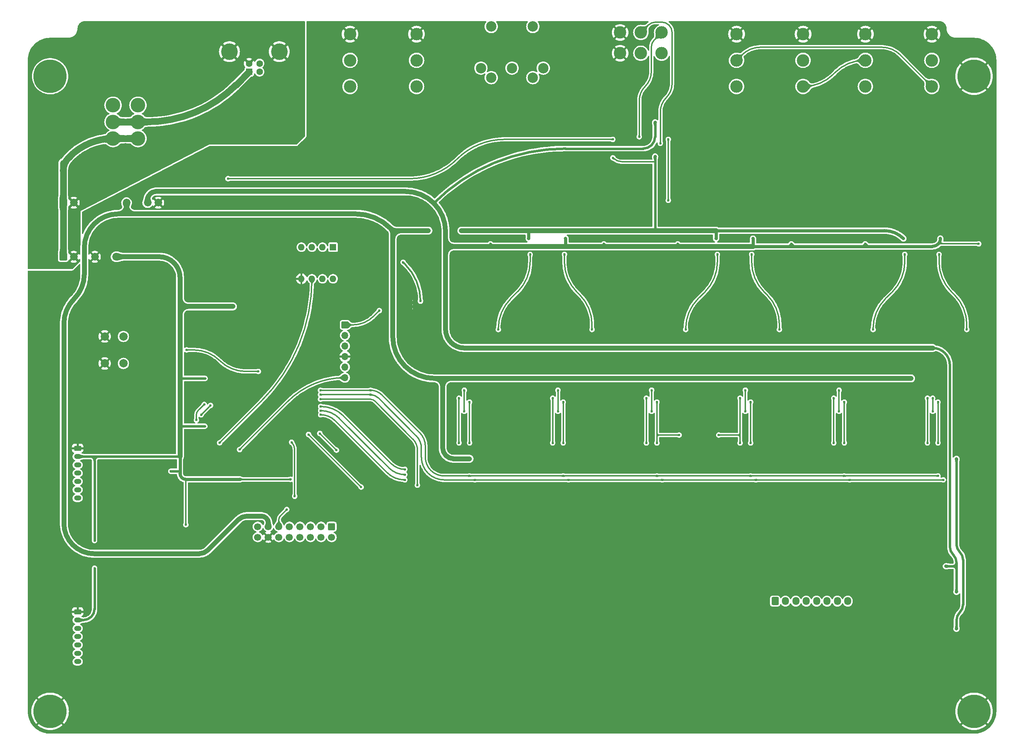
<source format=gbr>
%TF.GenerationSoftware,KiCad,Pcbnew,8.0.1*%
%TF.CreationDate,2024-07-09T00:54:33+02:00*%
%TF.ProjectId,overcycler3,6f766572-6379-4636-9c65-72332e6b6963,2*%
%TF.SameCoordinates,Original*%
%TF.FileFunction,Copper,L2,Bot*%
%TF.FilePolarity,Positive*%
%FSLAX46Y46*%
G04 Gerber Fmt 4.6, Leading zero omitted, Abs format (unit mm)*
G04 Created by KiCad (PCBNEW 8.0.1) date 2024-07-09 00:54:33*
%MOMM*%
%LPD*%
G01*
G04 APERTURE LIST*
G04 Aperture macros list*
%AMRoundRect*
0 Rectangle with rounded corners*
0 $1 Rounding radius*
0 $2 $3 $4 $5 $6 $7 $8 $9 X,Y pos of 4 corners*
0 Add a 4 corners polygon primitive as box body*
4,1,4,$2,$3,$4,$5,$6,$7,$8,$9,$2,$3,0*
0 Add four circle primitives for the rounded corners*
1,1,$1+$1,$2,$3*
1,1,$1+$1,$4,$5*
1,1,$1+$1,$6,$7*
1,1,$1+$1,$8,$9*
0 Add four rect primitives between the rounded corners*
20,1,$1+$1,$2,$3,$4,$5,0*
20,1,$1+$1,$4,$5,$6,$7,0*
20,1,$1+$1,$6,$7,$8,$9,0*
20,1,$1+$1,$8,$9,$2,$3,0*%
G04 Aperture macros list end*
%TA.AperFunction,ComponentPad*%
%ADD10C,3.000000*%
%TD*%
%TA.AperFunction,ComponentPad*%
%ADD11R,1.600000X1.600000*%
%TD*%
%TA.AperFunction,ComponentPad*%
%ADD12O,1.600000X1.600000*%
%TD*%
%TA.AperFunction,ComponentPad*%
%ADD13RoundRect,0.250000X-0.600000X-0.600000X0.600000X-0.600000X0.600000X0.600000X-0.600000X0.600000X0*%
%TD*%
%TA.AperFunction,ComponentPad*%
%ADD14O,1.700000X1.700000*%
%TD*%
%TA.AperFunction,ComponentPad*%
%ADD15C,8.000000*%
%TD*%
%TA.AperFunction,ComponentPad*%
%ADD16RoundRect,0.250000X0.675000X-0.675000X0.675000X0.675000X-0.675000X0.675000X-0.675000X-0.675000X0*%
%TD*%
%TA.AperFunction,ComponentPad*%
%ADD17C,1.850000*%
%TD*%
%TA.AperFunction,ComponentPad*%
%ADD18RoundRect,0.250000X-0.600000X-0.725000X0.600000X-0.725000X0.600000X0.725000X-0.600000X0.725000X0*%
%TD*%
%TA.AperFunction,ComponentPad*%
%ADD19O,1.700000X1.950000*%
%TD*%
%TA.AperFunction,ComponentPad*%
%ADD20RoundRect,0.250000X-0.625000X0.350000X-0.625000X-0.350000X0.625000X-0.350000X0.625000X0.350000X0*%
%TD*%
%TA.AperFunction,ComponentPad*%
%ADD21O,1.750000X1.200000*%
%TD*%
%TA.AperFunction,ComponentPad*%
%ADD22C,2.000000*%
%TD*%
%TA.AperFunction,ComponentPad*%
%ADD23C,1.700000*%
%TD*%
%TA.AperFunction,ComponentPad*%
%ADD24RoundRect,0.250000X-0.600000X0.600000X-0.600000X-0.600000X0.600000X-0.600000X0.600000X0.600000X0*%
%TD*%
%TA.AperFunction,ComponentPad*%
%ADD25C,3.500000*%
%TD*%
%TA.AperFunction,ComponentPad*%
%ADD26RoundRect,0.250000X0.550000X0.550000X-0.550000X0.550000X-0.550000X-0.550000X0.550000X-0.550000X0*%
%TD*%
%TA.AperFunction,ComponentPad*%
%ADD27C,1.600000*%
%TD*%
%TA.AperFunction,ComponentPad*%
%ADD28C,4.000000*%
%TD*%
%TA.AperFunction,HeatsinkPad*%
%ADD29C,0.600000*%
%TD*%
%TA.AperFunction,HeatsinkPad*%
%ADD30R,2.600000X2.600000*%
%TD*%
%TA.AperFunction,ComponentPad*%
%ADD31C,2.500000*%
%TD*%
%TA.AperFunction,ViaPad*%
%ADD32C,1.200000*%
%TD*%
%TA.AperFunction,ViaPad*%
%ADD33C,0.800000*%
%TD*%
%TA.AperFunction,ViaPad*%
%ADD34C,0.600000*%
%TD*%
%TA.AperFunction,Conductor*%
%ADD35C,1.200000*%
%TD*%
%TA.AperFunction,Conductor*%
%ADD36C,0.800000*%
%TD*%
%TA.AperFunction,Conductor*%
%ADD37C,0.600000*%
%TD*%
%TA.AperFunction,Conductor*%
%ADD38C,0.300000*%
%TD*%
%TA.AperFunction,Conductor*%
%ADD39C,0.500000*%
%TD*%
%TA.AperFunction,Conductor*%
%ADD40C,1.600000*%
%TD*%
%TA.AperFunction,Conductor*%
%ADD41C,0.400000*%
%TD*%
G04 APERTURE END LIST*
D10*
%TO.P,J3,R*%
%TO.N,Net-(J3-PadR)*%
X170855000Y-9720000D03*
%TO.P,J3,RN*%
%TO.N,unconnected-(J3-PadRN)*%
X186855000Y-9720000D03*
%TO.P,J3,S*%
%TO.N,GND*%
X170855000Y-3420000D03*
%TO.P,J3,SN*%
X186855000Y-3420000D03*
%TO.P,J3,T*%
%TO.N,Net-(J3-PadT)*%
X170855000Y-16020000D03*
%TO.P,J3,TN*%
%TO.N,Net-(J3-PadTN)*%
X186855000Y-16020000D03*
%TD*%
%TO.P,J2,R*%
%TO.N,unconnected-(J2-PadR)*%
X77855000Y-9720000D03*
%TO.P,J2,RN*%
%TO.N,unconnected-(J2-PadRN)*%
X93855000Y-9720000D03*
%TO.P,J2,S*%
%TO.N,GND*%
X77855000Y-3420000D03*
%TO.P,J2,SN*%
X93855000Y-3420000D03*
%TO.P,J2,T*%
%TO.N,Net-(J2-PadT)*%
X77855000Y-16020000D03*
%TO.P,J2,TN*%
X93855000Y-16020000D03*
%TD*%
D11*
%TO.P,OC1,1,NC*%
%TO.N,unconnected-(OC1-NC-Pad1)*%
X73769500Y-54697250D03*
D12*
%TO.P,OC1,2,C1*%
%TO.N,Net-(D1-K)*%
X71229500Y-54697250D03*
%TO.P,OC1,3,C2*%
%TO.N,Net-(D1-A)*%
X68689500Y-54697250D03*
%TO.P,OC1,4,NC*%
%TO.N,unconnected-(OC1-NC-Pad4)*%
X66149500Y-54697250D03*
%TO.P,OC1,5,GND*%
%TO.N,GND*%
X66149500Y-62317250D03*
%TO.P,OC1,6,VO2*%
%TO.N,/MIDI_IN*%
X68689500Y-62317250D03*
%TO.P,OC1,7,VO1*%
%TO.N,Net-(OC1-VO1)*%
X71229500Y-62317250D03*
%TO.P,OC1,8,VCC*%
%TO.N,+3V3*%
X73769500Y-62317250D03*
%TD*%
D13*
%TO.P,J6,1,Pin_1*%
%TO.N,+3V3*%
X76637000Y-73419750D03*
D14*
%TO.P,J6,2,Pin_2*%
%TO.N,/PROG_TXD*%
X76637000Y-75959750D03*
%TO.P,J6,3,Pin_3*%
%TO.N,/PROG_RXD*%
X76637000Y-78499750D03*
%TO.P,J6,4,Pin_4*%
%TO.N,GND*%
X76637000Y-81039750D03*
%TO.P,J6,5,Pin_5*%
%TO.N,unconnected-(J6-Pin_5-Pad5)*%
X76637000Y-83579750D03*
%TO.P,J6,6,Pin_6*%
%TO.N,/PROG_BOOT*%
X76637000Y-86119750D03*
%TD*%
D15*
%TO.P,H4,1,1*%
%TO.N,GND*%
X227990000Y-166460000D03*
%TD*%
%TO.P,H2,1,1*%
%TO.N,GND*%
X227990000Y-13550000D03*
%TD*%
D16*
%TO.P,PS2,1,Vin*%
%TO.N,/Power_Supply/USB_5V*%
X8840000Y-57017500D03*
D17*
%TO.P,PS2,2,GND*%
%TO.N,/Power_Supply/USB_GND*%
X11380000Y-57017500D03*
%TO.P,PS2,4,0V*%
%TO.N,GND*%
X16460000Y-57017500D03*
%TO.P,PS2,6,+Vout*%
%TO.N,+3V3*%
X21540000Y-57017500D03*
%TD*%
D18*
%TO.P,J9,1,Pin_1*%
%TO.N,/KP_1_C1*%
X180112500Y-139930000D03*
D19*
%TO.P,J9,2,Pin_2*%
%TO.N,/KP_2_C2*%
X182612500Y-139930000D03*
%TO.P,J9,3,Pin_3*%
%TO.N,/KP_3_C3*%
X185112500Y-139930000D03*
%TO.P,J9,4,Pin_4*%
%TO.N,/KP_4_C4*%
X187612500Y-139930000D03*
%TO.P,J9,5,Pin_5*%
%TO.N,/KP_5_R1*%
X190112500Y-139930000D03*
%TO.P,J9,6,Pin_6*%
%TO.N,/KP_6_R2*%
X192612500Y-139930000D03*
%TO.P,J9,7,Pin_7*%
%TO.N,/KP_7_R3*%
X195112500Y-139930000D03*
%TO.P,J9,8,Pin_8*%
%TO.N,/KP_8_R4*%
X197612500Y-139930000D03*
%TD*%
D16*
%TO.P,PS1,1,Vin*%
%TO.N,/Power_Supply/USB_5V*%
X8840000Y-44000000D03*
D17*
%TO.P,PS1,2,GND*%
%TO.N,/Power_Supply/USB_GND*%
X11380000Y-44000000D03*
%TO.P,PS1,7,+Vout*%
%TO.N,+5V*%
X24080000Y-44000000D03*
%TO.P,PS1,9,-Vout*%
%TO.N,-5V*%
X29160000Y-44000000D03*
%TO.P,PS1,10,0V*%
%TO.N,GND*%
X31700000Y-44000000D03*
%TD*%
D20*
%TO.P,J7,1,Pin_1*%
%TO.N,GND*%
X12312000Y-103117250D03*
D21*
%TO.P,J7,2,Pin_2*%
%TO.N,+3V3*%
X12312000Y-105117250D03*
%TO.P,J7,3,Pin_3*%
%TO.N,/P_0*%
X12312000Y-107117250D03*
%TO.P,J7,4,Pin_4*%
%TO.N,/P_1*%
X12312000Y-109117250D03*
%TO.P,J7,5,Pin_5*%
%TO.N,/P_2*%
X12312000Y-111117250D03*
%TO.P,J7,6,Pin_6*%
%TO.N,/P_3*%
X12312000Y-113117250D03*
%TO.P,J7,7,Pin_7*%
%TO.N,/P_4*%
X12312000Y-115117250D03*
%TD*%
D22*
%TO.P,SW2,1,1*%
%TO.N,GND*%
X18824500Y-82702250D03*
X18824500Y-76202250D03*
%TO.P,SW2,2,2*%
%TO.N,Net-(R64-Pad2)*%
X23324500Y-82702250D03*
X23324500Y-76202250D03*
%TD*%
D23*
%TO.P,J8,1,Pin_1*%
%TO.N,/LCD_DB7*%
X73429500Y-124537250D03*
D24*
%TO.P,J8,2,Pin_2*%
%TO.N,/LCD_DB6*%
X73429500Y-121997250D03*
D23*
%TO.P,J8,3,Pin_3*%
%TO.N,/LCD_DB5*%
X70889500Y-124537250D03*
%TO.P,J8,4,Pin_4*%
%TO.N,/LCD_DB4*%
X70889500Y-121997250D03*
%TO.P,J8,5,Pin_5*%
%TO.N,unconnected-(J8-Pin_5-Pad5)*%
X68349500Y-124537250D03*
%TO.P,J8,6,Pin_6*%
%TO.N,unconnected-(J8-Pin_6-Pad6)*%
X68349500Y-121997250D03*
%TO.P,J8,7,Pin_7*%
%TO.N,unconnected-(J8-Pin_7-Pad7)*%
X65809500Y-124537250D03*
%TO.P,J8,8,Pin_8*%
%TO.N,unconnected-(J8-Pin_8-Pad8)*%
X65809500Y-121997250D03*
%TO.P,J8,9,Pin_9*%
%TO.N,/LCD_E1*%
X63269500Y-124537250D03*
%TO.P,J8,10,Pin_10*%
%TO.N,/LCD_RW*%
X63269500Y-121997250D03*
%TO.P,J8,11,Pin_11*%
%TO.N,/LCD_RS*%
X60729500Y-124537250D03*
%TO.P,J8,12,Pin_12*%
%TO.N,/LCD_CTRST*%
X60729500Y-121997250D03*
%TO.P,J8,13,Pin_13*%
%TO.N,GND*%
X58189500Y-124537250D03*
%TO.P,J8,14,Pin_14*%
%TO.N,+5V*%
X58189500Y-121997250D03*
%TO.P,J8,15,Pin_15*%
%TO.N,/LCD_E2*%
X55649500Y-124537250D03*
%TO.P,J8,16,Pin_16*%
%TO.N,unconnected-(J8-Pin_16-Pad16)*%
X55649500Y-121997250D03*
%TD*%
D25*
%TO.P,SW1,1,A*%
%TO.N,unconnected-(SW1-A-Pad1)*%
X26840000Y-20550000D03*
%TO.P,SW1,2,B*%
%TO.N,Net-(J5-VBUS)*%
X26840000Y-24550000D03*
%TO.P,SW1,3,C*%
%TO.N,/Power_Supply/USB_5V*%
X26840000Y-28550000D03*
%TO.P,SW1,4,A*%
%TO.N,unconnected-(SW1-A-Pad4)*%
X20840000Y-20550000D03*
%TO.P,SW1,5,B*%
%TO.N,Net-(J5-VBUS)*%
X20840000Y-24550000D03*
%TO.P,SW1,6,C*%
%TO.N,/Power_Supply/USB_5V*%
X20840000Y-28550000D03*
%TD*%
D15*
%TO.P,H3,1,1*%
%TO.N,GND*%
X5690000Y-166460000D03*
%TD*%
%TO.P,H1,1,1*%
%TO.N,unconnected-(H1-Pad1)*%
X5690000Y-13550000D03*
%TD*%
D10*
%TO.P,RV1,1,1*%
%TO.N,Net-(R11-Pad2)*%
X152840000Y-3020000D03*
%TO.P,RV1,2,2*%
%TO.N,Net-(U1B-+)*%
X147840000Y-3020000D03*
%TO.P,RV1,3,3*%
%TO.N,GND*%
X142840000Y-3020000D03*
%TO.P,RV1,4,4*%
%TO.N,Net-(R3-Pad2)*%
X152840000Y-8020000D03*
%TO.P,RV1,5,5*%
%TO.N,Net-(U1C-+)*%
X147840000Y-8020000D03*
%TO.P,RV1,6,6*%
%TO.N,GND*%
X142840000Y-8020000D03*
%TD*%
%TO.P,J4,R*%
%TO.N,Net-(J3-PadTN)*%
X201855000Y-9720000D03*
%TO.P,J4,RN*%
%TO.N,unconnected-(J4-PadRN)*%
X217855000Y-9720000D03*
%TO.P,J4,S*%
%TO.N,GND*%
X201855000Y-3420000D03*
%TO.P,J4,SN*%
X217855000Y-3420000D03*
%TO.P,J4,T*%
%TO.N,Net-(J4-PadT)*%
X201855000Y-16020000D03*
%TO.P,J4,TN*%
%TO.N,Net-(J3-PadR)*%
X217855000Y-16020000D03*
%TD*%
D26*
%TO.P,J5,1,VBUS*%
%TO.N,Net-(J5-VBUS)*%
X53590000Y-12487500D03*
D27*
%TO.P,J5,2,D-*%
%TO.N,/Power_Supply/D-*%
X56090000Y-12487500D03*
%TO.P,J5,3,D+*%
%TO.N,/Power_Supply/D+*%
X56090000Y-10487500D03*
%TO.P,J5,4,GND*%
%TO.N,/Power_Supply/USB_GND*%
X53590000Y-10487500D03*
D28*
%TO.P,J5,5,Shield*%
X48840000Y-7627500D03*
X60840000Y-7627500D03*
%TD*%
D29*
%TO.P,U2,29,GND*%
%TO.N,GND*%
X90627000Y-67509750D03*
X90627000Y-68509750D03*
X90627000Y-69509750D03*
X91627000Y-67509750D03*
X91627000Y-68509750D03*
D30*
X91627000Y-68509750D03*
D29*
X91627000Y-69509750D03*
X92627000Y-67509750D03*
X92627000Y-68509750D03*
X92627000Y-69509750D03*
%TD*%
D31*
%TO.P,J1,*%
%TO.N,*%
X121840000Y-1590000D03*
X111840000Y-1590000D03*
%TO.P,J1,1*%
%TO.N,unconnected-(J1-Pad1)*%
X109340000Y-11590000D03*
%TO.P,J1,2*%
%TO.N,unconnected-(J1-Pad2)*%
X116840000Y-11590000D03*
%TO.P,J1,3*%
%TO.N,unconnected-(J1-Pad3)*%
X124340000Y-11590000D03*
%TO.P,J1,4*%
%TO.N,Net-(J1-Pad4)*%
X111840000Y-13890000D03*
%TO.P,J1,5*%
%TO.N,Net-(D1-A)*%
X121840000Y-13890000D03*
%TD*%
D20*
%TO.P,J10,1,Pin_1*%
%TO.N,GND*%
X12312000Y-142487250D03*
D21*
%TO.P,J10,2,Pin_2*%
%TO.N,+3V3*%
X12312000Y-144487250D03*
%TO.P,J10,3,Pin_3*%
%TO.N,/P_5*%
X12312000Y-146487250D03*
%TO.P,J10,4,Pin_4*%
%TO.N,/P_6*%
X12312000Y-148487250D03*
%TO.P,J10,5,Pin_5*%
%TO.N,/P_7*%
X12312000Y-150487250D03*
%TO.P,J10,6,Pin_6*%
%TO.N,/P_8*%
X12312000Y-152487250D03*
%TO.P,J10,7,Pin_7*%
%TO.N,/P_9*%
X12312000Y-154487250D03*
%TD*%
D32*
%TO.N,+5V*%
X36759500Y-46698750D03*
X106549500Y-50729750D03*
X106609500Y-105657250D03*
D33*
X100139500Y-86289750D03*
X120837000Y-52634750D03*
X167767000Y-86289750D03*
D32*
X42157000Y-46698750D03*
X108454500Y-50729750D03*
X92897000Y-50729750D03*
D33*
X122682000Y-86289750D03*
D32*
X38347000Y-46698750D03*
D34*
X141090000Y-33203750D03*
D33*
X212852000Y-86289750D03*
D32*
X94802000Y-50729750D03*
D33*
X223767000Y-146614750D03*
D34*
X223767000Y-126184799D03*
D32*
X104644500Y-50729750D03*
D33*
X211007000Y-52634750D03*
X190309500Y-86289750D03*
X88134500Y-67046750D03*
X165922000Y-52634750D03*
X151250000Y-32886250D03*
D32*
X104704500Y-105657250D03*
X96707000Y-50729750D03*
D33*
X145224500Y-86289750D03*
D32*
X43744500Y-46698750D03*
X102799500Y-105657250D03*
D33*
X223767000Y-105657250D03*
D32*
%TO.N,-5V*%
X40442500Y-41298750D03*
D33*
X174812000Y-52634750D03*
X195509500Y-78987250D03*
D34*
X138934500Y-53904750D03*
X111629500Y-53904750D03*
D33*
X172967000Y-78987250D03*
D34*
X156714500Y-53904750D03*
D33*
X127882000Y-78987250D03*
X151250000Y-24631250D03*
D34*
X229104500Y-53904750D03*
D32*
X33457500Y-41298750D03*
D33*
X218052000Y-78987250D03*
X223767000Y-137724750D03*
X105339500Y-78987250D03*
D32*
X38855000Y-41298750D03*
D33*
X221227000Y-131533500D03*
D34*
X201799500Y-53904750D03*
D33*
X219897000Y-52634750D03*
D32*
X35045000Y-41298750D03*
D34*
X184019500Y-53904750D03*
D33*
X129727000Y-52634750D03*
X150424500Y-78987250D03*
D34*
%TO.N,/RESET*%
X55789500Y-84625250D03*
X38537000Y-79452250D03*
%TO.N,/MIDI_IN*%
X46474500Y-101807250D03*
%TO.N,/SPI_MUX_A*%
X91052000Y-108197250D03*
X70789500Y-93057250D03*
%TO.N,/SPI_MUX_B*%
X70789500Y-94057250D03*
X91052000Y-109467250D03*
%TO.N,/SPI_MUX_C*%
X70789500Y-95057250D03*
X91052000Y-110737250D03*
%TO.N,/SPI_SSEL*%
X70732000Y-91307250D03*
X94067000Y-112007250D03*
%TO.N,DAC_MIXA*%
X171697000Y-101847250D03*
X126612000Y-91052250D03*
X104069500Y-101847250D03*
X149154500Y-101847250D03*
X166557000Y-99942250D03*
X171697000Y-91052250D03*
X126612000Y-101847250D03*
X104069500Y-91052250D03*
X149154500Y-91052250D03*
X216782000Y-101847250D03*
X194239500Y-101847250D03*
X216782000Y-91052250D03*
X194239500Y-91052250D03*
%TO.N,DAC_MIXB*%
X196779500Y-101847250D03*
X106609500Y-92004750D03*
X106609500Y-101847250D03*
X174237000Y-101847250D03*
X129152000Y-101847250D03*
X219322000Y-92004750D03*
X151694500Y-101847250D03*
X157032000Y-99942250D03*
X219322000Y-101847250D03*
X151694500Y-92004750D03*
X196779500Y-92004750D03*
X174237000Y-92004750D03*
X129152000Y-92004750D03*
%TO.N,GND*%
X36442000Y-56127250D03*
X137982000Y-41839750D03*
X46475000Y-99307250D03*
X49649500Y-96914750D03*
X126234500Y-84702250D03*
X134489500Y-56444750D03*
X205292000Y-88512250D03*
X134489500Y-82162250D03*
X49649500Y-88807250D03*
X155127000Y-52634750D03*
X89087000Y-48189750D03*
X207377000Y-68509750D03*
X202752000Y-41839750D03*
X115122000Y-88512250D03*
X215512000Y-94227250D03*
X128199500Y-112007250D03*
X98877000Y-67509750D03*
X214242000Y-103117250D03*
X56789500Y-81674750D03*
X136127000Y-67509750D03*
D32*
X20969500Y-44276250D03*
D34*
X51894000Y-34321250D03*
X49967000Y-100089750D03*
X160207000Y-88512250D03*
X87499500Y-99942250D03*
X179574500Y-56444750D03*
X63937000Y-67387250D03*
X213607000Y-125873750D03*
X53229300Y-109555850D03*
X163127000Y-67509750D03*
X225037000Y-146614750D03*
X38537000Y-78023500D03*
X185607000Y-52634750D03*
X74597000Y-104852250D03*
X151952000Y-74224750D03*
X183067000Y-41839750D03*
X98877000Y-69509750D03*
X44329000Y-44031250D03*
X112007000Y-103117250D03*
X54983500Y-126569250D03*
X137724500Y-103117250D03*
X48697000Y-82151000D03*
X45907000Y-89464750D03*
X76667000Y-69007250D03*
X170367000Y-56444750D03*
X205352000Y-107403500D03*
X146554500Y-80574750D03*
D32*
X31750000Y-38893750D03*
D34*
X55813000Y-48991750D03*
X41712000Y-78023500D03*
X38537000Y-80881000D03*
X42029500Y-59259250D03*
X35362000Y-67387250D03*
X132584500Y-87877250D03*
X38685000Y-67387250D03*
X170427000Y-94227250D03*
X134807000Y-46284750D03*
X139252000Y-74224750D03*
X182749500Y-88512250D03*
X90734500Y-117087250D03*
X105339500Y-98196000D03*
X115182000Y-107562250D03*
X25442000Y-130633250D03*
X41521500Y-130633250D03*
X62547500Y-90487500D03*
X132377000Y-67509750D03*
X229075600Y-117087250D03*
X89087000Y-39593750D03*
X65842000Y-85484750D03*
X161159500Y-56444750D03*
X179892000Y-46284750D03*
X62349500Y-102629750D03*
X159377000Y-67509750D03*
X54729500Y-102629750D03*
X113127000Y-69509750D03*
X204022000Y-61564750D03*
X216404500Y-84702250D03*
X202177000Y-103117250D03*
X38537000Y-88024750D03*
X134549500Y-103117250D03*
X78927000Y-96132250D03*
X116074500Y-52634750D03*
X169157000Y-103117250D03*
X45280750Y-72357250D03*
X115122000Y-75812250D03*
X48577500Y-66992500D03*
X98901250Y-52705000D03*
X161834500Y-99942250D03*
X42686500Y-109327250D03*
X94417000Y-113277250D03*
X161794500Y-74224750D03*
X136877000Y-69509750D03*
X28822000Y-106927250D03*
X95754500Y-75812250D03*
X42664500Y-111867250D03*
X179634500Y-103117250D03*
X144868250Y-98354750D03*
X54029000Y-32571250D03*
X68572500Y-105995250D03*
X160267000Y-107403500D03*
X60127000Y-81039750D03*
X62349500Y-81039750D03*
X90734500Y-113277250D03*
X218052000Y-98196000D03*
X227894500Y-103117250D03*
X89147000Y-90734750D03*
X169092000Y-80574750D03*
X147884500Y-94227250D03*
X179574500Y-82162250D03*
X156488750Y-28758750D03*
X206244500Y-52634750D03*
X32632000Y-59619750D03*
X102627000Y-69509750D03*
X69021000Y-44038750D03*
X122325750Y-98354750D03*
X224719500Y-103117250D03*
X149412000Y-87877250D03*
X107879500Y-93592250D03*
X63959000Y-39196250D03*
X60784000Y-36180000D03*
X102799500Y-93592250D03*
X158937000Y-60889750D03*
X97977000Y-106292250D03*
X133627000Y-69509750D03*
X76641000Y-36418750D03*
X110895750Y-98354750D03*
X182809500Y-103117250D03*
X156714500Y-82162250D03*
X175507000Y-98196000D03*
X200212000Y-87877250D03*
X102711250Y-48824750D03*
X55404500Y-60402250D03*
X110042000Y-87877250D03*
X47237000Y-84214750D03*
X204377000Y-67509750D03*
X147884500Y-98196000D03*
X115182000Y-103117250D03*
X222179500Y-130144750D03*
X182809500Y-107562250D03*
X82991000Y-36418750D03*
X217039500Y-87877250D03*
X125342000Y-98196000D03*
X65084000Y-48991750D03*
X179257000Y-60889750D03*
X41712000Y-70562250D03*
X197890750Y-98196000D03*
X182809500Y-111689750D03*
X52219500Y-111869750D03*
X35362000Y-70562250D03*
X75434500Y-99624750D03*
X122107000Y-45372250D03*
X167192000Y-45372250D03*
X107879500Y-98196000D03*
X149980000Y-24631250D03*
X55880000Y-44000000D03*
X205352000Y-103117250D03*
X62349500Y-76159750D03*
X224659500Y-82162250D03*
X224659500Y-52634750D03*
X59849500Y-67387250D03*
X155980750Y-98354750D03*
X191639500Y-80574750D03*
X47209500Y-116629750D03*
X167410750Y-98354750D03*
X178877000Y-69509750D03*
X35362000Y-88024750D03*
X98901250Y-58261250D03*
X57609000Y-39513750D03*
X69334500Y-81039750D03*
X157667000Y-41839750D03*
X89087000Y-44038750D03*
X205352000Y-111689750D03*
X200212000Y-52634750D03*
X38600000Y-59200000D03*
X177669500Y-87877250D03*
X133438250Y-98513500D03*
X155127000Y-87877250D03*
X42029500Y-99137250D03*
X142677500Y-25623750D03*
X94802000Y-69309750D03*
X114487000Y-59619750D03*
X80578000Y-39593750D03*
X220592000Y-98354750D03*
X172967000Y-98196000D03*
X111629500Y-82162250D03*
X54983500Y-130633250D03*
X31362000Y-106927250D03*
X78572000Y-70912250D03*
X83054500Y-99942250D03*
X35362000Y-78023500D03*
X179574500Y-52634750D03*
X150932500Y-19805250D03*
X149980000Y-32886250D03*
X160267000Y-103117250D03*
X44599500Y-94663500D03*
X159663750Y-37648750D03*
X81784500Y-92957250D03*
X98227000Y-101359750D03*
X171954500Y-87877250D03*
X49370000Y-34321250D03*
X215512000Y-98354750D03*
X85912000Y-53269750D03*
X74444500Y-88057250D03*
X102799500Y-98196000D03*
X35362000Y-80881000D03*
X205927000Y-46284750D03*
X184337000Y-74224750D03*
X118127000Y-67509750D03*
X73085000Y-48991750D03*
X110677000Y-57714750D03*
X201065750Y-98354750D03*
X221862000Y-146614750D03*
X220592000Y-94227250D03*
X219579500Y-74224750D03*
X198049500Y-94227250D03*
X227577000Y-115817250D03*
X103692000Y-84702250D03*
X53164000Y-36338750D03*
X44569500Y-83011250D03*
X41522000Y-123119750D03*
X53239500Y-106557250D03*
X124007000Y-80574750D03*
X135442000Y-59619750D03*
X125342000Y-94227250D03*
X173542000Y-45372250D03*
X197037000Y-74224750D03*
X57654500Y-92322250D03*
X137724500Y-111689750D03*
X206879500Y-74224750D03*
X225354500Y-125659750D03*
X56789500Y-73657250D03*
X90357000Y-53269750D03*
D32*
X31764500Y-49356250D03*
D34*
X161627000Y-69509750D03*
X194497000Y-87877250D03*
X98612000Y-48824750D03*
X92897000Y-105022250D03*
X152964500Y-94227250D03*
X43427000Y-48824750D03*
X74482000Y-85019750D03*
X130422000Y-94227250D03*
X94417000Y-117087250D03*
X104327000Y-87877250D03*
X63937000Y-70562250D03*
X225104000Y-60929750D03*
X195509500Y-98196000D03*
X46789500Y-73657250D03*
X112800750Y-93592250D03*
X150424500Y-98196000D03*
X92579500Y-75812250D03*
X48697000Y-111867250D03*
D32*
X20969500Y-49356250D03*
D34*
X201799500Y-82162250D03*
X178523250Y-98354750D03*
X226247000Y-89782250D03*
X125282000Y-56444750D03*
X62547500Y-93980000D03*
X223767000Y-155758750D03*
X137724500Y-107403500D03*
X77149000Y-44038750D03*
X152646500Y-38728250D03*
X127882000Y-98196000D03*
X102870000Y-52705000D03*
X171319500Y-84702250D03*
X71874500Y-83144750D03*
X124072000Y-103117250D03*
X101135800Y-107752750D03*
X43553500Y-67250000D03*
X175507000Y-94227250D03*
X140522000Y-52634750D03*
X51276250Y-48900000D03*
X185607000Y-56444750D03*
X70922000Y-97957250D03*
X159572000Y-46284750D03*
X224659500Y-56444750D03*
X214242000Y-151059750D03*
X152964500Y-98196000D03*
X96132000Y-95179750D03*
X148468250Y-29395250D03*
X212277000Y-45372250D03*
X174494500Y-74224750D03*
X38685000Y-70562250D03*
X130997000Y-75812250D03*
X170427000Y-98196000D03*
X58289500Y-85057250D03*
X218627000Y-45372250D03*
X137664500Y-88512250D03*
X158377000Y-69509750D03*
X223767000Y-151123250D03*
X155127000Y-56444750D03*
X223389500Y-87877250D03*
X46048250Y-95907250D03*
X101464500Y-80574750D03*
X177627000Y-67509750D03*
X148777000Y-84702250D03*
X102627000Y-67509750D03*
X65488025Y-110610250D03*
X181127000Y-67509750D03*
X193128250Y-98196000D03*
X139502500Y-25623750D03*
X114377000Y-67509750D03*
X232022000Y-145344750D03*
X49250000Y-39513750D03*
X216722000Y-152837750D03*
X215452000Y-56444750D03*
X58298250Y-72357250D03*
X206244500Y-56444750D03*
X35362000Y-99137250D03*
X146614500Y-103117250D03*
X85912000Y-71684750D03*
X193862000Y-84702250D03*
X224951000Y-117087250D03*
X118297000Y-75812250D03*
X86547000Y-63874250D03*
X116377000Y-69509750D03*
X161159500Y-52634750D03*
X116074500Y-56444750D03*
X73466000Y-39466750D03*
X60784000Y-32370000D03*
X108454500Y-75812250D03*
X128457000Y-45372250D03*
X25442000Y-123437250D03*
X134489500Y-52634750D03*
X212495750Y-98354750D03*
X63959000Y-35545000D03*
X160267000Y-111689750D03*
X146999000Y-38728250D03*
X157092000Y-103117250D03*
X140522000Y-56444750D03*
X228212000Y-121532250D03*
X126869500Y-87877250D03*
X214182000Y-80574750D03*
X191699500Y-103117250D03*
X62054000Y-44038750D03*
X200212000Y-56444750D03*
X66159500Y-102629750D03*
X181877000Y-69509750D03*
X48029000Y-44031250D03*
X102870000Y-56515000D03*
X85812000Y-114374750D03*
X149666000Y-38728250D03*
X192969500Y-94227250D03*
X91627000Y-36545750D03*
X48697000Y-109327250D03*
X48300000Y-58497250D03*
X27552000Y-121532250D03*
X67468750Y-89929750D03*
X124329500Y-74224750D03*
X130422000Y-98196000D03*
%TO.N,/Power_Supply/USB_GND*%
X53164000Y-23003750D03*
X15200750Y-36431000D03*
X63954000Y-23638750D03*
X57614000Y-20463750D03*
X60784000Y-26972500D03*
X53164000Y-26972500D03*
X13222500Y-34049750D03*
X60784000Y-23003750D03*
X13222500Y-38653500D03*
X56339000Y-22051250D03*
X63954000Y-20463750D03*
D32*
%TO.N,/Power_Supply/USB_5V*%
X8840000Y-34475000D03*
X8840000Y-36380000D03*
X8840000Y-38285000D03*
%TO.N,+3V3*%
X25667500Y-57017500D03*
X48104500Y-68974750D03*
D34*
X16379500Y-124389750D03*
X42982000Y-86313250D03*
X63590975Y-110610250D03*
D32*
X49692000Y-68974750D03*
D34*
X90607000Y-58349750D03*
X84892000Y-69972750D03*
X16379500Y-132009750D03*
D32*
X46517000Y-68974750D03*
D34*
X16379500Y-125342250D03*
X42922000Y-97807250D03*
X34727000Y-108662250D03*
D32*
X42029500Y-68974750D03*
D33*
X36949500Y-76436000D03*
D32*
X27572500Y-57016250D03*
D33*
X51339500Y-110610250D03*
D34*
X38347000Y-121532250D03*
X16379500Y-132962250D03*
D32*
X31700000Y-57017500D03*
D34*
X94802000Y-67709750D03*
%TO.N,Net-(IC1A-+)*%
X113534500Y-74542250D03*
X121189500Y-56444750D03*
%TO.N,Net-(IC1C-+)*%
X129444500Y-56444750D03*
X136077000Y-74542250D03*
%TO.N,Net-(IC2A-+)*%
X166239500Y-56444750D03*
X158619500Y-74542250D03*
%TO.N,Net-(IC2C-+)*%
X181162000Y-74542250D03*
X174494500Y-56444750D03*
%TO.N,Net-(IC3C-+)*%
X226247000Y-74542250D03*
X219579500Y-56444750D03*
%TO.N,Net-(IC3A-+)*%
X203704500Y-74542250D03*
X211324500Y-56444750D03*
%TO.N,/PROG_BOOT*%
X51289500Y-103434750D03*
%TO.N,Net-(U1D--)*%
X154424500Y-43427250D03*
X154425000Y-28758750D03*
%TO.N,Net-(R11-Pad2)*%
X147440000Y-28123750D03*
%TO.N,/LCD_CTRST*%
X62634500Y-117869750D03*
%TO.N,/ADC_MIX*%
X141090000Y-28758750D03*
X48481100Y-38209750D03*
%TO.N,SPI_MOSI*%
X82797000Y-90232250D03*
X175507000Y-110737250D03*
X70732000Y-90232250D03*
X198049500Y-110737250D03*
X152964500Y-110737250D03*
X220592000Y-110737250D03*
X130422000Y-110737250D03*
X107879500Y-110737250D03*
%TO.N,SPI_SCK*%
X129152000Y-109784750D03*
X70732000Y-89157250D03*
X196779500Y-109784750D03*
X106609500Y-109784750D03*
X219322000Y-109784750D03*
X82797000Y-89157250D03*
X174237000Y-109784750D03*
X151694500Y-109784750D03*
%TO.N,Net-(U3-SIG_IN+)*%
X105339500Y-89147250D03*
X105339500Y-94227250D03*
%TO.N,Net-(U4-SIG_IN+)*%
X127882000Y-89147250D03*
X127882000Y-94227250D03*
%TO.N,Net-(U5-SIG_IN+)*%
X150424500Y-89147250D03*
X150424500Y-94227250D03*
%TO.N,Net-(U6-SIG_IN+)*%
X172967000Y-89147250D03*
X172967000Y-94227250D03*
%TO.N,Net-(U7-SIG_IN+)*%
X195509500Y-94227250D03*
X195509500Y-89147250D03*
%TO.N,Net-(U8-SIG_IN+)*%
X218052000Y-91052250D03*
X218052000Y-94227250D03*
%TO.N,Net-(U1B-+)*%
X152520000Y-29711250D03*
%TO.N,/ADC_SPI_SSEL*%
X42789500Y-92557250D03*
X40887000Y-96322750D03*
%TO.N,/ADC_SPI_MISO*%
X42029500Y-95067250D03*
X44289500Y-92807250D03*
%TO.N,/FLASH_~{HOLD}*%
X67864500Y-99807250D03*
X80529500Y-112472250D03*
%TO.N,/FLASH_~{WP}*%
X70572000Y-99557250D03*
X74597000Y-103582250D03*
%TO.N,Net-(U9-P0[26])*%
X63789500Y-101677250D03*
X64539500Y-114694750D03*
%TD*%
D35*
%TO.N,+5V*%
X24080000Y-44698750D02*
X24080000Y-44698750D01*
D36*
X120837000Y-52634750D02*
X120837000Y-50729750D01*
D37*
X151250000Y-32886250D02*
X151250000Y-34155750D01*
D38*
X143389540Y-34156250D02*
X151249500Y-34156250D01*
D37*
X151249500Y-34156250D02*
X151249500Y-50729250D01*
D35*
X120837000Y-50729750D02*
X104644500Y-50729750D01*
D37*
X223767000Y-126184799D02*
X223768900Y-126186699D01*
D35*
X53082141Y-119457250D02*
X56522066Y-119457250D01*
X190309500Y-86289750D02*
X212852000Y-86289750D01*
D36*
X165922000Y-52634750D02*
X165922000Y-50729750D01*
D35*
X151250000Y-50729750D02*
X120837000Y-50729750D01*
X88134500Y-52729750D02*
X88134500Y-67046750D01*
D36*
X206407943Y-50729750D02*
X165922000Y-50729750D01*
D35*
X79231256Y-46698750D02*
X42157000Y-46698750D01*
X38347000Y-46698750D02*
X36759500Y-46698750D01*
X94802000Y-50729750D02*
X92897000Y-50729750D01*
D37*
X224560692Y-128100942D02*
X224560807Y-128101057D01*
D35*
X102139500Y-86289750D02*
X122682000Y-86289750D01*
D37*
X223767000Y-144562201D02*
X223767000Y-146614750D01*
X151250000Y-34155750D02*
X151249500Y-34156250D01*
D35*
X43658180Y-127638570D02*
X50960821Y-120335929D01*
X13920000Y-54858747D02*
X13920000Y-61227307D01*
X26080000Y-46698750D02*
X22080000Y-46698750D01*
X42157000Y-46698750D02*
X38347000Y-46698750D01*
X165922000Y-50729750D02*
X151250000Y-50729750D01*
X122682000Y-86289750D02*
X145224500Y-86289750D01*
D38*
X151249500Y-50729250D02*
X151250000Y-50729750D01*
D35*
X167767000Y-86289750D02*
X190309500Y-86289750D01*
X102645418Y-105657250D02*
X106609500Y-105657250D01*
X26080000Y-46698750D02*
X36759500Y-46698750D01*
X88134500Y-52729750D02*
X88134500Y-51558177D01*
X96707000Y-50729750D02*
X94802000Y-50729750D01*
X92897000Y-50729750D02*
X90134500Y-50729750D01*
X90134500Y-50729750D02*
X88962927Y-50729750D01*
X88134500Y-76284752D02*
X88134500Y-67239750D01*
X16286903Y-128517250D02*
X41536859Y-128517250D01*
D37*
X223768900Y-126186699D02*
X223768900Y-126336873D01*
D35*
X102139500Y-86289750D02*
X98139500Y-86289750D01*
X24080000Y-44698750D02*
X24080000Y-44000000D01*
X100139500Y-102997248D02*
X100139500Y-88289750D01*
D37*
X225354500Y-130017201D02*
X225354500Y-140729799D01*
D35*
X145224500Y-86289750D02*
X167767000Y-86289750D01*
X58189500Y-121124684D02*
X58189500Y-121997250D01*
D37*
X223767000Y-105657250D02*
X223767000Y-126184799D01*
D35*
X9009500Y-73081693D02*
X9009500Y-121239847D01*
X11464966Y-67154284D02*
X11464535Y-67154715D01*
D37*
X224560808Y-142645942D02*
X224560693Y-142646057D01*
D35*
X41536859Y-128517250D02*
G75*
G03*
X43658186Y-127638576I-9J3000050D01*
G01*
X22080000Y-46698750D02*
G75*
G03*
X13920000Y-54858747I0J-8160000D01*
G01*
D38*
X141090001Y-33203749D02*
G75*
G03*
X143389540Y-34156254I2299549J2299549D01*
G01*
D35*
X50960821Y-120335929D02*
G75*
G02*
X53082141Y-119457229I2121329J-2121271D01*
G01*
X11464536Y-67154716D02*
G75*
G03*
X9009507Y-73081693I5927014J-5926984D01*
G01*
X102139500Y-86289750D02*
G75*
G03*
X100139500Y-88289750I-50J-1999950D01*
G01*
D37*
X225354500Y-140729799D02*
G75*
G02*
X224560811Y-142645945I-2709850J-1D01*
G01*
D35*
X98139500Y-86289750D02*
G75*
G02*
X100139500Y-88289750I50J-1999950D01*
G01*
X87548714Y-50143962D02*
G75*
G03*
X88962927Y-50729780I1414236J1414162D01*
G01*
D37*
X224560693Y-142646057D02*
G75*
G03*
X223767005Y-144562201I1916157J-1916143D01*
G01*
D35*
X24080000Y-44698750D02*
G75*
G02*
X22080000Y-46698750I-1999950J-50D01*
G01*
X88134500Y-52729750D02*
G75*
G02*
X90134500Y-50729750I1999950J50D01*
G01*
X13920000Y-61227307D02*
G75*
G02*
X11464970Y-67154288I-8382050J7D01*
G01*
D36*
X211006999Y-52634751D02*
G75*
G03*
X206407943Y-50729762I-4599049J-4599049D01*
G01*
D35*
X24080000Y-44698750D02*
G75*
G03*
X26080000Y-46698750I1999950J-50D01*
G01*
X88134500Y-51558177D02*
G75*
G03*
X87548691Y-50143985I-1999950J-23D01*
G01*
X79231256Y-46698750D02*
G75*
G02*
X87548713Y-50143963I-6J-11762650D01*
G01*
D37*
X223768901Y-126336873D02*
G75*
G03*
X224560708Y-128100926I2723149J162573D01*
G01*
D35*
X58189500Y-121124684D02*
G75*
G03*
X56522066Y-119457250I-1667450J-16D01*
G01*
X98139500Y-86289750D02*
G75*
G02*
X88134500Y-76284752I-50J10004950D01*
G01*
X9009500Y-121239847D02*
G75*
G03*
X16286903Y-128517250I7277400J-3D01*
G01*
D37*
X224560807Y-128101057D02*
G75*
G02*
X225354495Y-130017201I-1916157J-1916143D01*
G01*
D35*
X100139500Y-102997248D02*
G75*
G03*
X102799500Y-105657250I2660050J48D01*
G01*
%TO.N,-5V*%
X112264500Y-54539750D02*
X110994500Y-54539750D01*
D37*
X184019500Y-53904750D02*
X184654500Y-54539750D01*
D35*
X174812000Y-54539750D02*
X157349500Y-54539750D01*
X138299500Y-54539750D02*
X129727000Y-54539750D01*
D38*
X229104500Y-53904750D02*
X220688714Y-53904750D01*
X219981607Y-53611857D02*
X219769178Y-53399428D01*
D35*
X172967000Y-78987250D02*
X150424500Y-78987250D01*
X150424500Y-78987250D02*
X127882000Y-78987250D01*
X139569500Y-54539750D02*
X138299500Y-54539750D01*
X100834500Y-52539750D02*
X100834500Y-56539750D01*
X156079500Y-54539750D02*
X139569500Y-54539750D01*
D36*
X217895037Y-54539750D02*
X202434500Y-54539750D01*
D35*
X127882000Y-78987250D02*
X105339500Y-78987250D01*
X129727000Y-54539750D02*
X112264500Y-54539750D01*
D36*
X129727000Y-52634750D02*
X129727000Y-54539750D01*
D35*
X31160000Y-41298750D02*
X33457500Y-41298750D01*
D37*
X222967000Y-131533500D02*
X222967000Y-131533500D01*
D35*
X35045000Y-41298750D02*
X38855000Y-41298750D01*
D37*
X148392500Y-30981250D02*
X129734207Y-30981250D01*
D36*
X174812000Y-52634750D02*
X174812000Y-54539750D01*
D35*
X157349500Y-54539750D02*
X156079500Y-54539750D01*
D37*
X111629500Y-53904750D02*
X112264500Y-54539750D01*
X201799500Y-53904750D02*
X202434500Y-54539750D01*
D35*
X33457500Y-41298750D02*
X35045000Y-41298750D01*
D37*
X151250000Y-24631250D02*
X151250000Y-28123750D01*
X222179500Y-83114745D02*
X222179500Y-126839174D01*
D36*
X201164500Y-54539750D02*
X184654500Y-54539750D01*
D35*
X29160000Y-43298750D02*
X29160000Y-44000000D01*
X218052000Y-78987250D02*
X195509500Y-78987250D01*
D37*
X156714500Y-53904750D02*
X157349500Y-54539750D01*
D35*
X195509500Y-78987250D02*
X172967000Y-78987250D01*
D37*
X201799500Y-53904750D02*
X201164500Y-54539750D01*
X138934500Y-53904750D02*
X139569500Y-54539750D01*
D35*
X100834500Y-50935847D02*
X100834500Y-52539750D01*
D37*
X223767000Y-132333500D02*
X223767000Y-137724750D01*
D35*
X40442500Y-41298750D02*
X91197403Y-41298750D01*
X38855000Y-41298750D02*
X40442500Y-41298750D01*
X110994500Y-54539750D02*
X102834500Y-54539750D01*
D37*
X138934500Y-53904750D02*
X138299500Y-54539750D01*
X184019500Y-53904750D02*
X183384500Y-54539750D01*
X111629500Y-53904750D02*
X110994500Y-54539750D01*
D39*
X219897000Y-52634750D02*
X219897000Y-52772468D01*
D38*
X220688714Y-53904750D02*
X219428000Y-53904750D01*
D37*
X222973193Y-128755318D02*
X222973308Y-128755433D01*
D35*
X100834500Y-74482247D02*
X100834500Y-56539750D01*
X98011485Y-44121235D02*
X98012015Y-44121765D01*
D36*
X183384500Y-54539750D02*
X174812000Y-54539750D01*
D37*
X223767000Y-130733500D02*
X223767000Y-132333500D01*
D36*
X184654500Y-54539750D02*
X183384500Y-54539750D01*
D37*
X221227000Y-131533500D02*
X222967000Y-131533500D01*
X156714500Y-53904750D02*
X156079500Y-54539750D01*
D36*
X202434500Y-54539750D02*
X201164500Y-54539750D01*
D37*
X223767000Y-130671576D02*
X223767000Y-130733500D01*
D35*
X91197403Y-41298750D02*
G75*
G02*
X98011505Y-44121215I47J-9636550D01*
G01*
X100834500Y-50935847D02*
G75*
G03*
X98012035Y-44121745I-9636550J47D01*
G01*
D36*
X219897000Y-52772468D02*
G75*
G02*
X219428025Y-53904775I-1601350J-32D01*
G01*
D37*
X222973193Y-128755318D02*
G75*
G02*
X222179523Y-126839174I1916157J1916118D01*
G01*
X222967000Y-131533500D02*
G75*
G03*
X223766950Y-130733500I-50J800000D01*
G01*
D36*
X217895037Y-54539750D02*
G75*
G03*
X219428001Y-53904751I13J2167850D01*
G01*
D37*
X218052000Y-78987250D02*
G75*
G02*
X222179500Y-83114745I50J-4127450D01*
G01*
D35*
X31160000Y-41298750D02*
G75*
G03*
X29160000Y-43298750I-50J-1999950D01*
G01*
X100834500Y-56539750D02*
G75*
G02*
X102834500Y-54539750I1999950J50D01*
G01*
D37*
X222973307Y-128755434D02*
G75*
G02*
X223767012Y-130671576I-1916157J-1916166D01*
G01*
D35*
X105339500Y-78987250D02*
G75*
G02*
X100834500Y-74482247I50J4505050D01*
G01*
D37*
X129734207Y-30981250D02*
G75*
G03*
X98011488Y-44121238I3J-44862690D01*
G01*
X151250000Y-28123750D02*
G75*
G02*
X148392500Y-30981250I-2857450J-50D01*
G01*
D38*
X219981607Y-53611857D02*
G75*
G03*
X220688714Y-53904790I707143J707057D01*
G01*
D37*
X223767000Y-132333500D02*
G75*
G03*
X222967000Y-131533450I-800050J0D01*
G01*
D35*
X100834500Y-52539750D02*
G75*
G03*
X102834500Y-54539750I1999950J-50D01*
G01*
D38*
%TO.N,/RESET*%
X52765026Y-84625250D02*
X55789500Y-84625250D01*
X46520762Y-82038512D02*
X46521238Y-82038988D01*
X38537000Y-79452250D02*
X40276974Y-79452250D01*
X40276974Y-79452250D02*
G75*
G02*
X46520750Y-82038524I-24J-8830050D01*
G01*
X46521238Y-82038988D02*
G75*
G03*
X52765026Y-84625266I6243812J6243788D01*
G01*
%TO.N,/MIDI_IN*%
X56474297Y-91807453D02*
X46474500Y-101807250D01*
X68689500Y-62317250D02*
G75*
G02*
X56474300Y-91807456I-41705310J-100D01*
G01*
%TO.N,/SPI_MUX_A*%
X76282117Y-95332367D02*
X87799965Y-106850215D01*
X91052000Y-108197250D02*
G75*
G02*
X87799946Y-106850234I-50J4599050D01*
G01*
X70789500Y-93057250D02*
G75*
G02*
X76282096Y-95332388I-50J-7767750D01*
G01*
%TO.N,/SPI_MUX_B*%
X75279173Y-95916923D02*
X87257974Y-107895724D01*
X91052000Y-109467250D02*
G75*
G02*
X87257957Y-107895741I-50J5365550D01*
G01*
X75279172Y-95916924D02*
G75*
G03*
X70789500Y-94057277I-4489622J-4489676D01*
G01*
%TO.N,/SPI_MUX_C*%
X90997281Y-110737250D02*
X91052000Y-110737250D01*
X74276241Y-96501491D02*
X86754727Y-108979977D01*
X70789500Y-95057250D02*
G75*
G02*
X74276249Y-96501483I50J-4930950D01*
G01*
X90997281Y-110737250D02*
G75*
G02*
X86754713Y-108979991I-131J5999750D01*
G01*
%TO.N,/SPI_SSEL*%
X92975973Y-100913723D02*
X83811953Y-91749703D01*
X82743777Y-91307250D02*
X70732000Y-91307250D01*
X94067000Y-112007250D02*
X94067000Y-103547696D01*
X92975972Y-100913724D02*
G75*
G02*
X94067017Y-103547696I-2633922J-2633976D01*
G01*
X83811952Y-91749704D02*
G75*
G03*
X82743777Y-91307238I-1068202J-1068196D01*
G01*
%TO.N,DAC_MIXA*%
X149154500Y-100894750D02*
X149154500Y-91052250D01*
X126612000Y-91052250D02*
X126612000Y-101847250D01*
X104069500Y-101847250D02*
X104069500Y-91052250D01*
X171697000Y-91052250D02*
X171697000Y-99442250D01*
X171697000Y-100442250D02*
X171697000Y-101847250D01*
X149154500Y-101847250D02*
X149154500Y-100894750D01*
X194239500Y-91052250D02*
X194239500Y-101847250D01*
X166557000Y-99942250D02*
X171197000Y-99942250D01*
X216782000Y-91052250D02*
X216782000Y-101847250D01*
X171697000Y-99442250D02*
X171697000Y-100442250D01*
X171197000Y-99942250D02*
G75*
G02*
X171697000Y-100442250I-50J-500050D01*
G01*
X171197000Y-99942250D02*
G75*
G03*
X171697000Y-99442250I-50J500050D01*
G01*
%TO.N,DAC_MIXB*%
X157032000Y-99942250D02*
X152194500Y-99942250D01*
X151694500Y-100442250D02*
X151694500Y-101847250D01*
X151694500Y-99442250D02*
X151694500Y-100442250D01*
X219322000Y-92004750D02*
X219322000Y-101847250D01*
X196779500Y-92004750D02*
X196779500Y-101847250D01*
X151694500Y-92004750D02*
X151694500Y-99442250D01*
X129152000Y-92004750D02*
X129152000Y-101847250D01*
X106609500Y-101847250D02*
X106609500Y-92004750D01*
X174237000Y-92004750D02*
X174237000Y-101847250D01*
X151694500Y-99442250D02*
G75*
G03*
X152194500Y-99942250I500050J50D01*
G01*
X152194500Y-99942250D02*
G75*
G03*
X151694500Y-100442250I50J-500050D01*
G01*
D40*
%TO.N,/Power_Supply/USB_5V*%
X8840000Y-38285000D02*
X8840000Y-44000000D01*
X20840000Y-28550000D02*
X26840000Y-28550000D01*
X10469369Y-32845631D02*
X10187076Y-33127924D01*
X8840000Y-44000000D02*
X8840000Y-57017500D01*
X8840000Y-36380000D02*
X8840000Y-38285000D01*
X8840000Y-34475000D02*
X8840000Y-36380000D01*
X10469370Y-32845632D02*
G75*
G02*
X20840000Y-28549993I10370580J-10370568D01*
G01*
X8840000Y-36380000D02*
G75*
G02*
X10187061Y-33127909I4599150J0D01*
G01*
D35*
%TO.N,+3V3*%
X49692000Y-68974750D02*
X48104500Y-68974750D01*
X36949500Y-97807250D02*
X36949500Y-105117250D01*
D38*
X38347000Y-121532250D02*
X38347000Y-110610250D01*
D37*
X42982000Y-86313250D02*
X36949500Y-86313250D01*
X17379500Y-105117250D02*
X15379500Y-105117250D01*
X16379500Y-132009750D02*
X16379500Y-132962250D01*
D35*
X27572500Y-57016250D02*
X31698750Y-57016250D01*
D37*
X13697612Y-144487250D02*
X12312000Y-144487250D01*
X16379500Y-124389750D02*
X16379500Y-106117250D01*
X12312000Y-105117250D02*
X15379500Y-105117250D01*
D35*
X46517000Y-68974750D02*
X38949500Y-68974750D01*
D37*
X42922000Y-97807250D02*
X36949500Y-97807250D01*
D41*
X51339500Y-110610250D02*
X63590975Y-110610250D01*
D36*
X36949500Y-108662250D02*
X36949500Y-105117250D01*
D35*
X31949500Y-57017500D02*
X31700000Y-57017500D01*
X31698750Y-57016250D02*
X31700000Y-57017500D01*
D36*
X51339500Y-110610250D02*
X38347000Y-110610250D01*
D38*
X78498643Y-73419750D02*
X76637000Y-73419750D01*
D35*
X27571250Y-57017500D02*
X27572500Y-57016250D01*
X36949500Y-97807250D02*
X36949500Y-86313250D01*
D37*
X16379500Y-124389750D02*
X16379500Y-125342250D01*
X16379500Y-132962250D02*
X16379500Y-141805362D01*
D36*
X36949500Y-109212759D02*
X36949500Y-108662250D01*
D35*
X36949500Y-70974750D02*
X36949500Y-86313250D01*
X36949500Y-66974750D02*
X36949500Y-70974750D01*
X25667500Y-57017500D02*
X21540000Y-57017500D01*
X48104500Y-68974750D02*
X46517000Y-68974750D01*
D37*
X34727000Y-108662250D02*
X36949500Y-108662250D01*
D38*
X84892000Y-69972750D02*
X83528388Y-71336362D01*
D37*
X17379500Y-105117250D02*
X36949500Y-105117250D01*
D35*
X25667500Y-57017500D02*
X27571250Y-57017500D01*
D41*
X90607000Y-58349750D02*
X91149802Y-58892552D01*
D35*
X36949500Y-66974750D02*
X36949500Y-62017447D01*
D41*
X91149802Y-58892552D02*
G75*
G02*
X94801983Y-67709750I-8817152J-8817148D01*
G01*
D37*
X17379500Y-105117250D02*
G75*
G03*
X16379500Y-106117250I-50J-999950D01*
G01*
D38*
X78498643Y-73419750D02*
G75*
G03*
X83528395Y-71336369I7J7113150D01*
G01*
D37*
X13697612Y-144487250D02*
G75*
G03*
X16379500Y-141805362I38J2681850D01*
G01*
D35*
X38949500Y-68974750D02*
G75*
G03*
X36949500Y-70974750I-50J-1999950D01*
G01*
D36*
X38347000Y-110610250D02*
G75*
G02*
X36949500Y-109212759I-50J1397450D01*
G01*
D37*
X15379500Y-105117250D02*
G75*
G02*
X16379500Y-106117250I50J-999950D01*
G01*
D35*
X38949500Y-68974750D02*
G75*
G02*
X36949500Y-66974750I-50J1999950D01*
G01*
X36949500Y-62017447D02*
G75*
G03*
X31949500Y-57017500I-4999950J-3D01*
G01*
D38*
%TO.N,Net-(IC1A-+)*%
X113534500Y-74305660D02*
X113534500Y-74542250D01*
X121189500Y-56444750D02*
X121189500Y-58233840D01*
X118213705Y-65418045D02*
X116510295Y-67121455D01*
X121189500Y-58233840D02*
G75*
G02*
X118213695Y-65418035I-10160050J40D01*
G01*
X113534500Y-74305660D02*
G75*
G02*
X116510305Y-67121465I10160050J-40D01*
G01*
%TO.N,Net-(IC1C-+)*%
X129444500Y-56444750D02*
X129444500Y-58303840D01*
X132420295Y-65488045D02*
X133101205Y-66168955D01*
X136077000Y-73353160D02*
X136077000Y-74542250D01*
X129444500Y-58303840D02*
G75*
G03*
X132420305Y-65488035I10160050J40D01*
G01*
X136077000Y-73353160D02*
G75*
G03*
X133101195Y-66168965I-10160050J-40D01*
G01*
%TO.N,Net-(IC2A-+)*%
X158619500Y-74305660D02*
X158619500Y-74542250D01*
X166239500Y-56444750D02*
X166239500Y-58268840D01*
X163263705Y-65453045D02*
X161595295Y-67121455D01*
X166239500Y-58268840D02*
G75*
G02*
X163263695Y-65453035I-10160050J40D01*
G01*
X158619500Y-74305660D02*
G75*
G02*
X161595305Y-67121465I10160050J-40D01*
G01*
%TO.N,Net-(IC2C-+)*%
X174494500Y-56444750D02*
X174494500Y-58268840D01*
X177470295Y-65453045D02*
X178186205Y-66168955D01*
X181162000Y-73353160D02*
X181162000Y-74542250D01*
X177470296Y-65453044D02*
G75*
G02*
X174494487Y-58268840I7184254J7184244D01*
G01*
X178186204Y-66168956D02*
G75*
G02*
X181162013Y-73353160I-7184254J-7184244D01*
G01*
%TO.N,Net-(IC3C-+)*%
X222555295Y-65453045D02*
X223271205Y-66168955D01*
X219579500Y-56444750D02*
X219579500Y-58268840D01*
X226247000Y-73353160D02*
X226247000Y-74542250D01*
X226247000Y-73353160D02*
G75*
G03*
X223271195Y-66168965I-10160050J-40D01*
G01*
X222555296Y-65453044D02*
G75*
G02*
X219579487Y-58268840I7184254J7184244D01*
G01*
%TO.N,Net-(IC3A-+)*%
X208348705Y-65453045D02*
X206680295Y-67121455D01*
X203704500Y-74305660D02*
X203704500Y-74542250D01*
X211324500Y-56444750D02*
X211324500Y-58268840D01*
X206680296Y-67121456D02*
G75*
G03*
X203704487Y-74305660I7184254J-7184244D01*
G01*
X208348704Y-65453044D02*
G75*
G03*
X211324513Y-58268840I-7184254J7184244D01*
G01*
%TO.N,Net-(J3-PadR)*%
X170855000Y-9720000D02*
X172159773Y-8415227D01*
X210250228Y-8415228D02*
X217855000Y-16020000D01*
X176614545Y-6570000D02*
X205795455Y-6570000D01*
X176614545Y-6570000D02*
G75*
G03*
X172159775Y-8415229I5J-6300000D01*
G01*
X205795455Y-6570000D02*
G75*
G02*
X210250226Y-8415230I-5J-6300000D01*
G01*
%TO.N,Net-(J3-PadTN)*%
X201632136Y-9720000D02*
X201725000Y-9720000D01*
X186955000Y-16020000D02*
X187047864Y-16020000D01*
X194118932Y-13091068D02*
X194561068Y-12648932D01*
X201632136Y-9720000D02*
G75*
G03*
X194561075Y-12648939I14J-10000000D01*
G01*
X187047864Y-16020000D02*
G75*
G03*
X194118925Y-13091061I-14J10000000D01*
G01*
%TO.N,/PROG_BOOT*%
X51289500Y-103434750D02*
X62924709Y-91799541D01*
X62924710Y-91799542D02*
G75*
G02*
X76637000Y-86119751I13712240J-13712258D01*
G01*
%TO.N,Net-(U1D--)*%
X154425000Y-28758750D02*
X154425000Y-43426750D01*
X154425000Y-43426750D02*
X154424500Y-43427250D01*
%TO.N,Net-(R11-Pad2)*%
X147440000Y-28123750D02*
X147440000Y-19470418D01*
X151072233Y-4787767D02*
X152840000Y-3020000D01*
X150340000Y-12469582D02*
X150340000Y-6555534D01*
X148889865Y-15970135D02*
X148890135Y-15969865D01*
X147440000Y-19470418D02*
G75*
G02*
X148889855Y-15970125I4950150J18D01*
G01*
X148890135Y-15969865D02*
G75*
G03*
X150339986Y-12469582I-3500285J3500265D01*
G01*
X151072233Y-4787767D02*
G75*
G03*
X150340010Y-6555534I1767717J-1767733D01*
G01*
%TO.N,/LCD_CTRST*%
X60729500Y-120300801D02*
X60729500Y-121997250D01*
X62634500Y-117869750D02*
X61101474Y-119402776D01*
X60729500Y-120300801D02*
G75*
G02*
X61101484Y-119402786I1269950J1D01*
G01*
%TO.N,/ADC_MIX*%
X115025259Y-28758750D02*
X141090000Y-28758750D01*
X103617071Y-33484679D02*
X103617930Y-33483820D01*
X48481100Y-38209750D02*
X92209741Y-38209750D01*
X92209741Y-38209750D02*
G75*
G03*
X103617065Y-33484673I9J16132350D01*
G01*
X103617930Y-33483820D02*
G75*
G02*
X115025259Y-28758771I11407320J-11407380D01*
G01*
%TO.N,SPI_MOSI*%
X100497000Y-110737250D02*
X107879500Y-110737250D01*
X70732000Y-90232250D02*
X82797000Y-90232250D01*
X175507000Y-110737250D02*
X198049500Y-110737250D01*
X152964500Y-110737250D02*
X175507000Y-110737250D01*
X130422000Y-110737250D02*
X152964500Y-110737250D01*
X95019500Y-103080081D02*
X95019500Y-105259750D01*
X84649161Y-90999411D02*
X93810113Y-100160363D01*
X107879500Y-110737250D02*
X130422000Y-110737250D01*
X198049500Y-110737250D02*
X220592000Y-110737250D01*
X95019500Y-103080081D02*
G75*
G03*
X93810092Y-100160384I-4129050J-19D01*
G01*
X95019500Y-105259750D02*
G75*
G03*
X100497000Y-110737250I5477500J0D01*
G01*
X82797000Y-90232250D02*
G75*
G02*
X84649150Y-90999422I50J-2619250D01*
G01*
%TO.N,SPI_SCK*%
X174237000Y-109784750D02*
X196779500Y-109784750D01*
X95972000Y-102609066D02*
X95972000Y-105259750D01*
X151694500Y-109784750D02*
X174237000Y-109784750D01*
X85524122Y-90286872D02*
X94646658Y-99409408D01*
X196779500Y-109784750D02*
X219322000Y-109784750D01*
X106609500Y-109784750D02*
X129152000Y-109784750D01*
X100497000Y-109784750D02*
X106609500Y-109784750D01*
X129152000Y-109784750D02*
X151694500Y-109784750D01*
X82797000Y-89157250D02*
X70732000Y-89157250D01*
X82797000Y-89157250D02*
G75*
G02*
X85524106Y-90286888I-50J-3856750D01*
G01*
X94646658Y-99409408D02*
G75*
G02*
X95972038Y-102609066I-3199608J-3199692D01*
G01*
X95972000Y-105259750D02*
G75*
G03*
X100497000Y-109784750I4525050J50D01*
G01*
%TO.N,Net-(U3-SIG_IN+)*%
X105339500Y-89147250D02*
X105339500Y-94227250D01*
%TO.N,Net-(U4-SIG_IN+)*%
X127882000Y-89147250D02*
X127882000Y-94227250D01*
%TO.N,Net-(U5-SIG_IN+)*%
X150424500Y-89147250D02*
X150424500Y-94227250D01*
%TO.N,Net-(U6-SIG_IN+)*%
X172967000Y-89147250D02*
X172967000Y-94227250D01*
%TO.N,Net-(U7-SIG_IN+)*%
X195509500Y-89147250D02*
X195509500Y-94227250D01*
%TO.N,Net-(U8-SIG_IN+)*%
X218052000Y-94227250D02*
X218052000Y-91052250D01*
%TO.N,Net-(U1B-+)*%
X152840000Y-520000D02*
X151375534Y-520000D01*
X155340000Y-15308626D02*
X155340000Y-3020000D01*
X153929881Y-18712619D02*
X153930118Y-18712382D01*
X152520000Y-29711250D02*
X152520000Y-22116374D01*
X149607767Y-1252233D02*
X147840000Y-3020000D01*
X153930117Y-18712381D02*
G75*
G03*
X155340014Y-15308626I-3403767J3403781D01*
G01*
X152520000Y-22116374D02*
G75*
G02*
X153929891Y-18712629I4813650J-26D01*
G01*
X152840000Y-520000D02*
G75*
G02*
X155340050Y-3020000I50J-2500000D01*
G01*
X149607767Y-1252233D02*
G75*
G02*
X151375534Y-519989I1767783J-1767767D01*
G01*
%TO.N,/ADC_SPI_SSEL*%
X40887000Y-95051910D02*
X40887000Y-96322750D01*
X42789500Y-92557250D02*
X41305721Y-94041029D01*
X40887000Y-95051910D02*
G75*
G02*
X41305727Y-94041035I1429550J10D01*
G01*
%TO.N,/ADC_SPI_MISO*%
X42029500Y-95067250D02*
X44289500Y-92807250D01*
%TO.N,/FLASH_~{HOLD}*%
X80529500Y-112472250D02*
X67864500Y-99807250D01*
%TO.N,/FLASH_~{WP}*%
X74597000Y-103582250D02*
X70572000Y-99557250D01*
%TO.N,Net-(U9-P0[26])*%
X64539500Y-114694750D02*
X64539500Y-103487919D01*
X64539500Y-103487919D02*
G75*
G03*
X63789503Y-101677247I-2560650J19D01*
G01*
D40*
%TO.N,Net-(J5-VBUS)*%
X28943437Y-24550000D02*
X26840000Y-24550000D01*
X53590000Y-12487500D02*
X50425777Y-15651723D01*
X26840000Y-24550000D02*
X20840000Y-24550000D01*
X50425777Y-15651723D02*
G75*
G02*
X28943437Y-24549995I-21482327J21482323D01*
G01*
%TD*%
%TA.AperFunction,Conductor*%
%TO.N,/Power_Supply/USB_GND*%
G36*
X66925500Y-320462D02*
G01*
X66980038Y-375000D01*
X67000000Y-449500D01*
X67000000Y-27938282D01*
X66980038Y-28012782D01*
X66956359Y-28043641D01*
X65043641Y-29956359D01*
X64976846Y-29994923D01*
X64938282Y-30000000D01*
X44000000Y-30000000D01*
X13000000Y-45999998D01*
X13000000Y-54082970D01*
X12999706Y-54092326D01*
X12969500Y-54572422D01*
X12969500Y-56383116D01*
X12949538Y-56457616D01*
X12895000Y-56512154D01*
X12820500Y-56532116D01*
X12746000Y-56512154D01*
X12691462Y-56457616D01*
X12684050Y-56442969D01*
X12637548Y-56336955D01*
X12577190Y-56244572D01*
X11805000Y-57016762D01*
X11805000Y-56961548D01*
X11776037Y-56853456D01*
X11720084Y-56756544D01*
X11640956Y-56677416D01*
X11544044Y-56621463D01*
X11435952Y-56592500D01*
X11380734Y-56592500D01*
X12156047Y-55817187D01*
X11954383Y-55708052D01*
X11954380Y-55708050D01*
X11731015Y-55631369D01*
X11731011Y-55631368D01*
X11498078Y-55592500D01*
X11261921Y-55592500D01*
X11028988Y-55631368D01*
X11028984Y-55631369D01*
X10805623Y-55708049D01*
X10603952Y-55817188D01*
X11379264Y-56592500D01*
X11324048Y-56592500D01*
X11215956Y-56621463D01*
X11119044Y-56677416D01*
X11039916Y-56756544D01*
X10983963Y-56853456D01*
X10955000Y-56961548D01*
X10955000Y-57016764D01*
X10139313Y-56201077D01*
X10100749Y-56134282D01*
X10096609Y-56112401D01*
X10093301Y-56083043D01*
X10093270Y-56082767D01*
X10080837Y-55970540D01*
X10080808Y-55970276D01*
X10080807Y-55970271D01*
X10068471Y-55857079D01*
X10055974Y-55740534D01*
X10055670Y-55737658D01*
X10043597Y-55623263D01*
X10043572Y-55623022D01*
X10031097Y-55502950D01*
X10031073Y-55502716D01*
X10018654Y-55381320D01*
X10018631Y-55381092D01*
X10006262Y-55258323D01*
X10006240Y-55258104D01*
X10006240Y-55258103D01*
X9994808Y-55142928D01*
X9994337Y-55138473D01*
X9994335Y-55138465D01*
X9993212Y-55132657D01*
X9990500Y-55104358D01*
X9990500Y-45910297D01*
X9994425Y-45880768D01*
X9993696Y-45880634D01*
X9994807Y-45874580D01*
X9994808Y-45874571D01*
X9994809Y-45874568D01*
X10006263Y-45759166D01*
X10006262Y-45759165D01*
X10018655Y-45636170D01*
X10031098Y-45514540D01*
X10043596Y-45394245D01*
X10043595Y-45394244D01*
X10043663Y-45393600D01*
X10043663Y-45393591D01*
X10055973Y-45276974D01*
X10068472Y-45160413D01*
X10080836Y-45046972D01*
X10093338Y-44934139D01*
X10093337Y-44934138D01*
X10096610Y-44905089D01*
X10124789Y-44833297D01*
X10139313Y-44816420D01*
X10955000Y-44000733D01*
X10955000Y-44055952D01*
X10983963Y-44164044D01*
X11039916Y-44260956D01*
X11119044Y-44340084D01*
X11215956Y-44396037D01*
X11324048Y-44425000D01*
X11379264Y-44425000D01*
X10603951Y-45200311D01*
X10805621Y-45309449D01*
X11028984Y-45386130D01*
X11028988Y-45386131D01*
X11261921Y-45424999D01*
X11261923Y-45425000D01*
X11498077Y-45425000D01*
X11498078Y-45424999D01*
X11731011Y-45386131D01*
X11731015Y-45386130D01*
X11954379Y-45309449D01*
X11954383Y-45309447D01*
X12156047Y-45200311D01*
X11380736Y-44425000D01*
X11435952Y-44425000D01*
X11544044Y-44396037D01*
X11640956Y-44340084D01*
X11720084Y-44260956D01*
X11776037Y-44164044D01*
X11805000Y-44055952D01*
X11805000Y-44000736D01*
X12577190Y-44772926D01*
X12637544Y-44680550D01*
X12732408Y-44464285D01*
X12790381Y-44235352D01*
X12809884Y-44000000D01*
X12809884Y-43999999D01*
X12790381Y-43764647D01*
X12732408Y-43535714D01*
X12637548Y-43319455D01*
X12577190Y-43227072D01*
X11805000Y-43999262D01*
X11805000Y-43944048D01*
X11776037Y-43835956D01*
X11720084Y-43739044D01*
X11640956Y-43659916D01*
X11544044Y-43603963D01*
X11435952Y-43575000D01*
X11380734Y-43575000D01*
X12156047Y-42799687D01*
X11954383Y-42690552D01*
X11954380Y-42690550D01*
X11731015Y-42613869D01*
X11731011Y-42613868D01*
X11498078Y-42575000D01*
X11261921Y-42575000D01*
X11028988Y-42613868D01*
X11028984Y-42613869D01*
X10805623Y-42690549D01*
X10603952Y-42799688D01*
X11379264Y-43575000D01*
X11324048Y-43575000D01*
X11215956Y-43603963D01*
X11119044Y-43659916D01*
X11039916Y-43739044D01*
X10983963Y-43835956D01*
X10955000Y-43944048D01*
X10955000Y-43999264D01*
X10139313Y-43183577D01*
X10100749Y-43116782D01*
X10096609Y-43094901D01*
X10093301Y-43065543D01*
X10093270Y-43065267D01*
X10080837Y-42953040D01*
X10080808Y-42952776D01*
X10080807Y-42952771D01*
X10068471Y-42839579D01*
X10055974Y-42723034D01*
X10052545Y-42690549D01*
X10043597Y-42605763D01*
X10043572Y-42605522D01*
X10031097Y-42485450D01*
X10031073Y-42485216D01*
X10018654Y-42363820D01*
X10018631Y-42363592D01*
X10006262Y-42240823D01*
X10006240Y-42240604D01*
X10006240Y-42240603D01*
X9994808Y-42125428D01*
X9994337Y-42120973D01*
X9994335Y-42120965D01*
X9993212Y-42115157D01*
X9990500Y-42086858D01*
X9990500Y-36383667D01*
X9990679Y-36376356D01*
X10006747Y-36049276D01*
X10008181Y-36034724D01*
X10016369Y-35979530D01*
X10055690Y-35714445D01*
X10058542Y-35700107D01*
X10061512Y-35688250D01*
X10137225Y-35385987D01*
X10141458Y-35372033D01*
X10250551Y-35067138D01*
X10256140Y-35053645D01*
X10394585Y-34760930D01*
X10401473Y-34748043D01*
X10567941Y-34470308D01*
X10576065Y-34458150D01*
X10768947Y-34198079D01*
X10778223Y-34186776D01*
X10798474Y-34164432D01*
X10997839Y-33944465D01*
X11002864Y-33939189D01*
X11092500Y-33849553D01*
X11092656Y-33849394D01*
X11199454Y-33742597D01*
X11199459Y-33742593D01*
X11211720Y-33730331D01*
X11211722Y-33730331D01*
X11281549Y-33660503D01*
X11284267Y-33657855D01*
X11793367Y-33174737D01*
X11799129Y-33169550D01*
X12331301Y-32715031D01*
X12337297Y-32710176D01*
X12892534Y-32284128D01*
X12898810Y-32279568D01*
X13475611Y-31883144D01*
X13482074Y-31878948D01*
X14078801Y-31513273D01*
X14085497Y-31509407D01*
X14700538Y-31175468D01*
X14707484Y-31171930D01*
X15339146Y-30870642D01*
X15346191Y-30867505D01*
X15992785Y-30599678D01*
X16000022Y-30596900D01*
X16659763Y-30363275D01*
X16667097Y-30360892D01*
X17338127Y-30162125D01*
X17345633Y-30160114D01*
X18026139Y-29996741D01*
X18033711Y-29995132D01*
X18467219Y-29914786D01*
X18468203Y-29914609D01*
X18507117Y-29907800D01*
X18517328Y-29906377D01*
X18657942Y-29891734D01*
X18667585Y-29891047D01*
X18801337Y-29885895D01*
X18810636Y-29885829D01*
X18934309Y-29888807D01*
X18943469Y-29889311D01*
X19053590Y-29898803D01*
X19063024Y-29899923D01*
X19155277Y-29913876D01*
X19165683Y-29915831D01*
X19216810Y-29927329D01*
X19285115Y-29963151D01*
X19293007Y-29970992D01*
X19402947Y-30088708D01*
X19493195Y-30162130D01*
X19625849Y-30270052D01*
X19625862Y-30270061D01*
X19779169Y-30363289D01*
X19871375Y-30419361D01*
X20134942Y-30533844D01*
X20134945Y-30533845D01*
X20134948Y-30533846D01*
X20235301Y-30561963D01*
X20411642Y-30611371D01*
X20696322Y-30650500D01*
X20696323Y-30650500D01*
X20983677Y-30650500D01*
X20983678Y-30650500D01*
X21268358Y-30611371D01*
X21545058Y-30533844D01*
X21808625Y-30419361D01*
X22054147Y-30270055D01*
X22277053Y-30088708D01*
X22473189Y-29878698D01*
X22491527Y-29852717D01*
X22550794Y-29803366D01*
X22579670Y-29793477D01*
X22609944Y-29786472D01*
X22640023Y-29779513D01*
X22648160Y-29777869D01*
X22757012Y-29759025D01*
X22763181Y-29758090D01*
X22894952Y-29740961D01*
X22899930Y-29740401D01*
X23050070Y-29726095D01*
X23054382Y-29725748D01*
X23219289Y-29714954D01*
X23223284Y-29714747D01*
X23399508Y-29707983D01*
X23403197Y-29707888D01*
X23582942Y-29705617D01*
X23602726Y-29704815D01*
X23602732Y-29704813D01*
X23602737Y-29704813D01*
X23603839Y-29704551D01*
X23609211Y-29703920D01*
X23609866Y-29703830D01*
X23609867Y-29703843D01*
X23638345Y-29700500D01*
X24055318Y-29700500D01*
X24081698Y-29702854D01*
X24085252Y-29703493D01*
X24097058Y-29705617D01*
X24276797Y-29707888D01*
X24280490Y-29707983D01*
X24456708Y-29714747D01*
X24460711Y-29714954D01*
X24625593Y-29725747D01*
X24629942Y-29726096D01*
X24780026Y-29740397D01*
X24785094Y-29740968D01*
X24916820Y-29758091D01*
X24922958Y-29759021D01*
X25031814Y-29777866D01*
X25039951Y-29779509D01*
X25100330Y-29793478D01*
X25168412Y-29829719D01*
X25188472Y-29852718D01*
X25206812Y-29878699D01*
X25206813Y-29878701D01*
X25283615Y-29960935D01*
X25402947Y-30088708D01*
X25402956Y-30088715D01*
X25625849Y-30270052D01*
X25625862Y-30270061D01*
X25779169Y-30363289D01*
X25871375Y-30419361D01*
X26134942Y-30533844D01*
X26134945Y-30533845D01*
X26134948Y-30533846D01*
X26235301Y-30561963D01*
X26411642Y-30611371D01*
X26696322Y-30650500D01*
X26696323Y-30650500D01*
X26983677Y-30650500D01*
X26983678Y-30650500D01*
X27268358Y-30611371D01*
X27545058Y-30533844D01*
X27808625Y-30419361D01*
X28054147Y-30270055D01*
X28277053Y-30088708D01*
X28473189Y-29878698D01*
X28638901Y-29643936D01*
X28771104Y-29388797D01*
X28867334Y-29118032D01*
X28925798Y-28836686D01*
X28945408Y-28550000D01*
X28925798Y-28263314D01*
X28867334Y-27981968D01*
X28771104Y-27711203D01*
X28638901Y-27456064D01*
X28473189Y-27221302D01*
X28277053Y-27011292D01*
X28224600Y-26968618D01*
X28054150Y-26829947D01*
X28054137Y-26829938D01*
X27804276Y-26677994D01*
X27805287Y-26676330D01*
X27754859Y-26630299D01*
X27731525Y-26556785D01*
X27748073Y-26481454D01*
X27800071Y-26424489D01*
X27804300Y-26422046D01*
X27804276Y-26422006D01*
X28054137Y-26270061D01*
X28054136Y-26270061D01*
X28054147Y-26270055D01*
X28277053Y-26088708D01*
X28473189Y-25878698D01*
X28488743Y-25856662D01*
X28548010Y-25807310D01*
X28577425Y-25797298D01*
X28622688Y-25787007D01*
X28630247Y-25785496D01*
X28733398Y-25767651D01*
X28738865Y-25766810D01*
X28864288Y-25749934D01*
X28868514Y-25749427D01*
X29012041Y-25734314D01*
X29015495Y-25733992D01*
X29173298Y-25721101D01*
X29176118Y-25720899D01*
X29345362Y-25710460D01*
X29347974Y-25710322D01*
X29518329Y-25702829D01*
X29531579Y-25701861D01*
X29538834Y-25701332D01*
X29538838Y-25701331D01*
X29538842Y-25701331D01*
X29538845Y-25701329D01*
X29545974Y-25700106D01*
X29546104Y-25700866D01*
X29567882Y-25697555D01*
X30558041Y-25663731D01*
X31632351Y-25590247D01*
X32703527Y-25480127D01*
X32703532Y-25480126D01*
X32703535Y-25480126D01*
X33089953Y-25427014D01*
X33770319Y-25333500D01*
X34831482Y-25150537D01*
X35885781Y-24931452D01*
X35885797Y-24931447D01*
X35885807Y-24931446D01*
X36931961Y-24676505D01*
X36931965Y-24676503D01*
X36931985Y-24676499D01*
X37968875Y-24385977D01*
X38995241Y-24060223D01*
X40009888Y-23699618D01*
X41011632Y-23304581D01*
X41999304Y-22875575D01*
X42971754Y-22413098D01*
X43927848Y-21917691D01*
X44866470Y-21389930D01*
X45786527Y-20830431D01*
X45786528Y-20830430D01*
X45786545Y-20830420D01*
X46686954Y-20239841D01*
X47566663Y-19618873D01*
X47566676Y-19618864D01*
X48424693Y-18968210D01*
X49259995Y-18288641D01*
X50071609Y-17580950D01*
X50858589Y-16845962D01*
X51168816Y-16535735D01*
X51168825Y-16535727D01*
X51175275Y-16529276D01*
X51175278Y-16529275D01*
X54022912Y-13681639D01*
X54089707Y-13643076D01*
X54128271Y-13637999D01*
X54179356Y-13637999D01*
X54179360Y-13637999D01*
X54296762Y-13622544D01*
X54442841Y-13562036D01*
X54568282Y-13465782D01*
X54664536Y-13340341D01*
X54725044Y-13194262D01*
X54740500Y-13076861D01*
X54740499Y-12991955D01*
X54760460Y-12917458D01*
X54814998Y-12862920D01*
X54889497Y-12842957D01*
X54963998Y-12862918D01*
X55018536Y-12917456D01*
X55022878Y-12925542D01*
X55107633Y-13095754D01*
X55107636Y-13095758D01*
X55236127Y-13265906D01*
X55393697Y-13409551D01*
X55393698Y-13409552D01*
X55574977Y-13521796D01*
X55574983Y-13521799D01*
X55647766Y-13549995D01*
X55773802Y-13598821D01*
X55983390Y-13638000D01*
X55983393Y-13638000D01*
X56196607Y-13638000D01*
X56196610Y-13638000D01*
X56406198Y-13598821D01*
X56605019Y-13521798D01*
X56786302Y-13409552D01*
X56943872Y-13265907D01*
X57072366Y-13095755D01*
X57167405Y-12904889D01*
X57225756Y-12699810D01*
X57245429Y-12487500D01*
X57225756Y-12275190D01*
X57167405Y-12070111D01*
X57072366Y-11879245D01*
X57072364Y-11879243D01*
X57072363Y-11879240D01*
X56943872Y-11709093D01*
X56862222Y-11634659D01*
X56821581Y-11597609D01*
X56779976Y-11532670D01*
X56776414Y-11455624D01*
X56811852Y-11387119D01*
X56821572Y-11377398D01*
X56943872Y-11265907D01*
X57072366Y-11095755D01*
X57167405Y-10904889D01*
X57225756Y-10699810D01*
X57236685Y-10581860D01*
X57245429Y-10487504D01*
X57245429Y-10487495D01*
X57225756Y-10275194D01*
X57225756Y-10275190D01*
X57167405Y-10070111D01*
X57072366Y-9879245D01*
X57072363Y-9879241D01*
X57072363Y-9879240D01*
X56943872Y-9709093D01*
X56786302Y-9565448D01*
X56786301Y-9565447D01*
X56605022Y-9453203D01*
X56605016Y-9453200D01*
X56406204Y-9376181D01*
X56406200Y-9376180D01*
X56406198Y-9376179D01*
X56364280Y-9368343D01*
X56196614Y-9337000D01*
X56196610Y-9337000D01*
X55983390Y-9337000D01*
X55983385Y-9337000D01*
X55773802Y-9376179D01*
X55773795Y-9376181D01*
X55574983Y-9453200D01*
X55574977Y-9453203D01*
X55393698Y-9565447D01*
X55393697Y-9565448D01*
X55236127Y-9709093D01*
X55107636Y-9879241D01*
X55107633Y-9879245D01*
X55055960Y-9983019D01*
X55004883Y-10040811D01*
X54931753Y-10065321D01*
X54856166Y-10049983D01*
X54798374Y-9998906D01*
X54787541Y-9979573D01*
X54720139Y-9835028D01*
X54720132Y-9835015D01*
X54698146Y-9803616D01*
X54065000Y-10436762D01*
X54065000Y-10424965D01*
X54032630Y-10304157D01*
X53970095Y-10195843D01*
X53881657Y-10107405D01*
X53773343Y-10044870D01*
X53652535Y-10012500D01*
X53640734Y-10012500D01*
X54273883Y-9379352D01*
X54273882Y-9379351D01*
X54242486Y-9357367D01*
X54242481Y-9357365D01*
X54036325Y-9261233D01*
X54036323Y-9261232D01*
X53816605Y-9202359D01*
X53816606Y-9202359D01*
X53590000Y-9182534D01*
X53363393Y-9202359D01*
X53143676Y-9261232D01*
X53143674Y-9261233D01*
X52937517Y-9357365D01*
X52906116Y-9379351D01*
X53539264Y-10012500D01*
X53527465Y-10012500D01*
X53406657Y-10044870D01*
X53298343Y-10107405D01*
X53209905Y-10195843D01*
X53147370Y-10304157D01*
X53115000Y-10424965D01*
X53115000Y-10436765D01*
X52481851Y-9803616D01*
X52459865Y-9835017D01*
X52363733Y-10041174D01*
X52363732Y-10041176D01*
X52304859Y-10260893D01*
X52285034Y-10487500D01*
X52304859Y-10714106D01*
X52363732Y-10933823D01*
X52363733Y-10933825D01*
X52459862Y-11139977D01*
X52459865Y-11139982D01*
X52590344Y-11326324D01*
X52594521Y-11331302D01*
X52593389Y-11332251D01*
X52628013Y-11392222D01*
X52628013Y-11469350D01*
X52602300Y-11521491D01*
X52515463Y-11634659D01*
X52454954Y-11780742D01*
X52439500Y-11898133D01*
X52439500Y-11949228D01*
X52419538Y-12023728D01*
X52395859Y-12054587D01*
X49613206Y-14837239D01*
X49611309Y-14839103D01*
X48863269Y-15560905D01*
X48859376Y-15564529D01*
X48087065Y-16258258D01*
X48083045Y-16261741D01*
X47286472Y-16927457D01*
X47282330Y-16930795D01*
X46462484Y-17567672D01*
X46458226Y-17570859D01*
X45616201Y-18178044D01*
X45611832Y-18181078D01*
X44748644Y-18757841D01*
X44744169Y-18760717D01*
X43860955Y-19306299D01*
X43856381Y-19309013D01*
X42954242Y-19822731D01*
X42949573Y-19825280D01*
X42029703Y-20306454D01*
X42024947Y-20308835D01*
X41088455Y-20756887D01*
X41083617Y-20759096D01*
X40131771Y-21173420D01*
X40126857Y-21175456D01*
X39160792Y-21555556D01*
X39155808Y-21557415D01*
X38176784Y-21902796D01*
X38171737Y-21904475D01*
X37181067Y-22214673D01*
X37175963Y-22216172D01*
X36174786Y-22490830D01*
X36169633Y-22492145D01*
X35159345Y-22730882D01*
X35154148Y-22732013D01*
X34135933Y-22934549D01*
X34130698Y-22935493D01*
X33105943Y-23101550D01*
X33100678Y-23102307D01*
X32070646Y-23231682D01*
X32065358Y-23232251D01*
X31031325Y-23324785D01*
X31026019Y-23325164D01*
X29989389Y-23380728D01*
X29984073Y-23380918D01*
X29250798Y-23394007D01*
X29243814Y-23393968D01*
X29129011Y-23390634D01*
X29122765Y-23390322D01*
X28982746Y-23380363D01*
X28976433Y-23379778D01*
X28848890Y-23365232D01*
X28842227Y-23364319D01*
X28809182Y-23359030D01*
X28730382Y-23346416D01*
X28722932Y-23345028D01*
X28630973Y-23325466D01*
X28622010Y-23323267D01*
X28577513Y-23310878D01*
X28511097Y-23271665D01*
X28495749Y-23253262D01*
X28473196Y-23221311D01*
X28473187Y-23221300D01*
X28361348Y-23101550D01*
X28277053Y-23011292D01*
X28183883Y-22935493D01*
X28054150Y-22829947D01*
X28054137Y-22829938D01*
X27804276Y-22677994D01*
X27805287Y-22676330D01*
X27754859Y-22630299D01*
X27731525Y-22556785D01*
X27748073Y-22481454D01*
X27800071Y-22424489D01*
X27804300Y-22422046D01*
X27804276Y-22422006D01*
X28054137Y-22270061D01*
X28054136Y-22270061D01*
X28054147Y-22270055D01*
X28277053Y-22088708D01*
X28473189Y-21878698D01*
X28638901Y-21643936D01*
X28771104Y-21388797D01*
X28867334Y-21118032D01*
X28925798Y-20836686D01*
X28945408Y-20550000D01*
X28925798Y-20263314D01*
X28867334Y-19981968D01*
X28771104Y-19711203D01*
X28638901Y-19456064D01*
X28473189Y-19221302D01*
X28277053Y-19011292D01*
X28224098Y-18968210D01*
X28054150Y-18829947D01*
X28054137Y-18829938D01*
X27808632Y-18680643D01*
X27808629Y-18680641D01*
X27808625Y-18680639D01*
X27545058Y-18566156D01*
X27545057Y-18566155D01*
X27545051Y-18566153D01*
X27268355Y-18488628D01*
X27037640Y-18456917D01*
X26983678Y-18449500D01*
X26696322Y-18449500D01*
X26650958Y-18455735D01*
X26411644Y-18488628D01*
X26134948Y-18566153D01*
X25871379Y-18680637D01*
X25871367Y-18680643D01*
X25625862Y-18829938D01*
X25625849Y-18829947D01*
X25402956Y-19011284D01*
X25402943Y-19011296D01*
X25206814Y-19221298D01*
X25041100Y-19456061D01*
X24908898Y-19711197D01*
X24908896Y-19711203D01*
X24812666Y-19981968D01*
X24754202Y-20263314D01*
X24734592Y-20550000D01*
X24754202Y-20836686D01*
X24812666Y-21118032D01*
X24832730Y-21174488D01*
X24908898Y-21388802D01*
X24909490Y-21389944D01*
X25041099Y-21643936D01*
X25206811Y-21878698D01*
X25402947Y-22088708D01*
X25402956Y-22088715D01*
X25625849Y-22270052D01*
X25625862Y-22270061D01*
X25875724Y-22422006D01*
X25874716Y-22423662D01*
X25925165Y-22469740D01*
X25948477Y-22543261D01*
X25931904Y-22618587D01*
X25879889Y-22675536D01*
X25875699Y-22677954D01*
X25875724Y-22677994D01*
X25625862Y-22829938D01*
X25625849Y-22829947D01*
X25402956Y-23011284D01*
X25402943Y-23011296D01*
X25206813Y-23221298D01*
X25206812Y-23221300D01*
X25188474Y-23247279D01*
X25129202Y-23296631D01*
X25100330Y-23306519D01*
X25039959Y-23320486D01*
X25031791Y-23322136D01*
X24923031Y-23340964D01*
X24916822Y-23341905D01*
X24785079Y-23359030D01*
X24780006Y-23359601D01*
X24629965Y-23373898D01*
X24625563Y-23374252D01*
X24460729Y-23385041D01*
X24456713Y-23385249D01*
X24280551Y-23392012D01*
X24276718Y-23392110D01*
X24097049Y-23394380D01*
X24077226Y-23395185D01*
X24077216Y-23395187D01*
X24076138Y-23395444D01*
X24070875Y-23396062D01*
X24070080Y-23396172D01*
X24070077Y-23396155D01*
X24041611Y-23399500D01*
X23624693Y-23399500D01*
X23598315Y-23397146D01*
X23582952Y-23394382D01*
X23582945Y-23394381D01*
X23582942Y-23394381D01*
X23494616Y-23393264D01*
X23403279Y-23392110D01*
X23399446Y-23392012D01*
X23223284Y-23385249D01*
X23219268Y-23385041D01*
X23054430Y-23374252D01*
X23050029Y-23373898D01*
X22899989Y-23359602D01*
X22894915Y-23359031D01*
X22763193Y-23341908D01*
X22756984Y-23340967D01*
X22648207Y-23322136D01*
X22640037Y-23320485D01*
X22579668Y-23306518D01*
X22511585Y-23270277D01*
X22491526Y-23247279D01*
X22473193Y-23221308D01*
X22473187Y-23221300D01*
X22361348Y-23101550D01*
X22277053Y-23011292D01*
X22183883Y-22935493D01*
X22054150Y-22829947D01*
X22054137Y-22829938D01*
X21804276Y-22677994D01*
X21805287Y-22676330D01*
X21754859Y-22630299D01*
X21731525Y-22556785D01*
X21748073Y-22481454D01*
X21800071Y-22424489D01*
X21804300Y-22422046D01*
X21804276Y-22422006D01*
X22054137Y-22270061D01*
X22054136Y-22270061D01*
X22054147Y-22270055D01*
X22277053Y-22088708D01*
X22473189Y-21878698D01*
X22638901Y-21643936D01*
X22771104Y-21388797D01*
X22867334Y-21118032D01*
X22925798Y-20836686D01*
X22945408Y-20550000D01*
X22925798Y-20263314D01*
X22867334Y-19981968D01*
X22771104Y-19711203D01*
X22638901Y-19456064D01*
X22473189Y-19221302D01*
X22277053Y-19011292D01*
X22224098Y-18968210D01*
X22054150Y-18829947D01*
X22054137Y-18829938D01*
X21808632Y-18680643D01*
X21808629Y-18680641D01*
X21808625Y-18680639D01*
X21545058Y-18566156D01*
X21545057Y-18566155D01*
X21545051Y-18566153D01*
X21268355Y-18488628D01*
X21037640Y-18456917D01*
X20983678Y-18449500D01*
X20696322Y-18449500D01*
X20650958Y-18455735D01*
X20411644Y-18488628D01*
X20134948Y-18566153D01*
X19871379Y-18680637D01*
X19871367Y-18680643D01*
X19625862Y-18829938D01*
X19625849Y-18829947D01*
X19402956Y-19011284D01*
X19402943Y-19011296D01*
X19206814Y-19221298D01*
X19041100Y-19456061D01*
X18908898Y-19711197D01*
X18908896Y-19711203D01*
X18812666Y-19981968D01*
X18754202Y-20263314D01*
X18734592Y-20550000D01*
X18754202Y-20836686D01*
X18812666Y-21118032D01*
X18832730Y-21174488D01*
X18908898Y-21388802D01*
X18909490Y-21389944D01*
X19041099Y-21643936D01*
X19206811Y-21878698D01*
X19402947Y-22088708D01*
X19402956Y-22088715D01*
X19625849Y-22270052D01*
X19625862Y-22270061D01*
X19875724Y-22422006D01*
X19874716Y-22423662D01*
X19925165Y-22469740D01*
X19948477Y-22543261D01*
X19931904Y-22618587D01*
X19879889Y-22675536D01*
X19875699Y-22677954D01*
X19875724Y-22677994D01*
X19625862Y-22829938D01*
X19625849Y-22829947D01*
X19402956Y-23011284D01*
X19402943Y-23011296D01*
X19206814Y-23221298D01*
X19206813Y-23221300D01*
X19206811Y-23221302D01*
X19188475Y-23247279D01*
X19041100Y-23456061D01*
X18908898Y-23711197D01*
X18908896Y-23711203D01*
X18812666Y-23981968D01*
X18754202Y-24263314D01*
X18734592Y-24550000D01*
X18754202Y-24836686D01*
X18812666Y-25118032D01*
X18889243Y-25333500D01*
X18908898Y-25388802D01*
X19041100Y-25643938D01*
X19083386Y-25703843D01*
X19206811Y-25878698D01*
X19402947Y-26088708D01*
X19402956Y-26088715D01*
X19625849Y-26270052D01*
X19625862Y-26270061D01*
X19875724Y-26422006D01*
X19874716Y-26423662D01*
X19925165Y-26469740D01*
X19948477Y-26543261D01*
X19931904Y-26618587D01*
X19879889Y-26675536D01*
X19875699Y-26677954D01*
X19875724Y-26677994D01*
X19625862Y-26829938D01*
X19625849Y-26829947D01*
X19402956Y-27011284D01*
X19402943Y-27011296D01*
X19206813Y-27221298D01*
X19206812Y-27221299D01*
X19083683Y-27395734D01*
X19024412Y-27445086D01*
X18998323Y-27454301D01*
X18935350Y-27470151D01*
X18929652Y-27471467D01*
X18804795Y-27497730D01*
X18801813Y-27498326D01*
X18650615Y-27526921D01*
X18649408Y-27527144D01*
X18477414Y-27558205D01*
X18477315Y-27558224D01*
X18477028Y-27558276D01*
X18292411Y-27591718D01*
X18291722Y-27591816D01*
X18288958Y-27592339D01*
X18287879Y-27592539D01*
X18286711Y-27592750D01*
X18286217Y-27592857D01*
X18089421Y-27630050D01*
X18084651Y-27630985D01*
X17890624Y-27670436D01*
X17866119Y-27676331D01*
X17866101Y-27676337D01*
X17865015Y-27676845D01*
X17860565Y-27678273D01*
X17859050Y-27678804D01*
X17859036Y-27678765D01*
X17829375Y-27688291D01*
X17574476Y-27735939D01*
X17574458Y-27735943D01*
X16863036Y-27903266D01*
X16862997Y-27903277D01*
X16160054Y-28103279D01*
X15467069Y-28335543D01*
X14785562Y-28599559D01*
X14785556Y-28599562D01*
X14116998Y-28894758D01*
X14116958Y-28894777D01*
X13462748Y-29220534D01*
X13160658Y-29388797D01*
X12824231Y-29576185D01*
X12824225Y-29576188D01*
X12824219Y-29576192D01*
X12824211Y-29576197D01*
X12202861Y-29960919D01*
X12202850Y-29960927D01*
X12202841Y-29960932D01*
X12202838Y-29960935D01*
X12145810Y-30000000D01*
X11751569Y-30270061D01*
X11599877Y-30373972D01*
X11016635Y-30814416D01*
X11016629Y-30814420D01*
X11016625Y-30814424D01*
X10454344Y-31281336D01*
X9914248Y-31773699D01*
X9767198Y-31920750D01*
X9719871Y-31968077D01*
X9719869Y-31968079D01*
X9655842Y-32032105D01*
X9584668Y-32103279D01*
X9584667Y-32103280D01*
X9417206Y-32270741D01*
X9417135Y-32270781D01*
X9213793Y-32474123D01*
X8920379Y-32817666D01*
X8920371Y-32817676D01*
X8654803Y-33183200D01*
X8574667Y-33313968D01*
X8518719Y-33367059D01*
X8493668Y-33377821D01*
X8398366Y-33408786D01*
X8398354Y-33408791D01*
X8237004Y-33491005D01*
X8237003Y-33491005D01*
X8090500Y-33597446D01*
X8090497Y-33597448D01*
X7962448Y-33725497D01*
X7962446Y-33725500D01*
X7856005Y-33872003D01*
X7856005Y-33872004D01*
X7773789Y-34033360D01*
X7773789Y-34033361D01*
X7717829Y-34205591D01*
X7699511Y-34321250D01*
X7689500Y-34384457D01*
X7689500Y-42089702D01*
X7685574Y-42119243D01*
X7686303Y-42119377D01*
X7685188Y-42125441D01*
X7673759Y-42240603D01*
X7673737Y-42240823D01*
X7661368Y-42363592D01*
X7661345Y-42363820D01*
X7648926Y-42485217D01*
X7648902Y-42485450D01*
X7636487Y-42604949D01*
X7636462Y-42605190D01*
X7623989Y-42723375D01*
X7623963Y-42723623D01*
X7622366Y-42738519D01*
X7615807Y-42799688D01*
X7611621Y-42838723D01*
X7611593Y-42838981D01*
X7599191Y-42952771D01*
X7599162Y-42953036D01*
X7586734Y-43065201D01*
X7586703Y-43065475D01*
X7574301Y-43175543D01*
X7574269Y-43175826D01*
X7562587Y-43277752D01*
X7560346Y-43325414D01*
X7560346Y-43325418D01*
X7560409Y-43328533D01*
X7560409Y-43328544D01*
X7563459Y-43354205D01*
X7564500Y-43371786D01*
X7564500Y-44681073D01*
X7564305Y-44688698D01*
X7562586Y-44722238D01*
X7574312Y-44824545D01*
X7574344Y-44824828D01*
X7586613Y-44933714D01*
X7586644Y-44933988D01*
X7596294Y-45021079D01*
X7599163Y-45046972D01*
X7611594Y-45161028D01*
X7615807Y-45200311D01*
X7623964Y-45276381D01*
X7623990Y-45276630D01*
X7635546Y-45386130D01*
X7636463Y-45394819D01*
X7648901Y-45514539D01*
X7661344Y-45636169D01*
X7673736Y-45759167D01*
X7673736Y-45759168D01*
X7673758Y-45759386D01*
X7685181Y-45874474D01*
X7685663Y-45879036D01*
X7686788Y-45884849D01*
X7689500Y-45913146D01*
X7689500Y-55107202D01*
X7685574Y-55136743D01*
X7686303Y-55136877D01*
X7685188Y-55142941D01*
X7673759Y-55258103D01*
X7673737Y-55258323D01*
X7661368Y-55381092D01*
X7661345Y-55381320D01*
X7648926Y-55502717D01*
X7648902Y-55502950D01*
X7636487Y-55622449D01*
X7636462Y-55622690D01*
X7624349Y-55737470D01*
X7623963Y-55741124D01*
X7612530Y-55847750D01*
X7611621Y-55856223D01*
X7611593Y-55856481D01*
X7599191Y-55970271D01*
X7599162Y-55970536D01*
X7586734Y-56082701D01*
X7586703Y-56082975D01*
X7574301Y-56193043D01*
X7574269Y-56193326D01*
X7562587Y-56295252D01*
X7560346Y-56342914D01*
X7560346Y-56342918D01*
X7560409Y-56346033D01*
X7560409Y-56346044D01*
X7563459Y-56371705D01*
X7564500Y-56389286D01*
X7564500Y-57731856D01*
X7564501Y-57731860D01*
X7579956Y-57849262D01*
X7595698Y-57887267D01*
X7640463Y-57995340D01*
X7692166Y-58062720D01*
X7736718Y-58120782D01*
X7862159Y-58217036D01*
X8008238Y-58277544D01*
X8008241Y-58277544D01*
X8008243Y-58277545D01*
X8008240Y-58277545D01*
X8072697Y-58286030D01*
X8125639Y-58293000D01*
X9554360Y-58292999D01*
X9671762Y-58277544D01*
X9817841Y-58217036D01*
X9943282Y-58120782D01*
X10039536Y-57995341D01*
X10084303Y-57887261D01*
X10131253Y-57826077D01*
X10158403Y-57814830D01*
X10955000Y-57018233D01*
X10955000Y-57073452D01*
X10983963Y-57181544D01*
X11039916Y-57278456D01*
X11119044Y-57357584D01*
X11215956Y-57413537D01*
X11324048Y-57442500D01*
X11379264Y-57442500D01*
X10603951Y-58217811D01*
X10805621Y-58326949D01*
X11028984Y-58403630D01*
X11028988Y-58403631D01*
X11261921Y-58442499D01*
X11261923Y-58442500D01*
X11498077Y-58442500D01*
X11498078Y-58442499D01*
X11731011Y-58403631D01*
X11731015Y-58403630D01*
X11954379Y-58326949D01*
X11954383Y-58326947D01*
X12156047Y-58217811D01*
X11380736Y-57442500D01*
X11435952Y-57442500D01*
X11544044Y-57413537D01*
X11640956Y-57357584D01*
X11720084Y-57278456D01*
X11776037Y-57181544D01*
X11805000Y-57073452D01*
X11805000Y-57018236D01*
X12577190Y-57790426D01*
X12637544Y-57698050D01*
X12684050Y-57592029D01*
X12732257Y-57531823D01*
X12804109Y-57503786D01*
X12880353Y-57515432D01*
X12940559Y-57563639D01*
X12968596Y-57635491D01*
X12969500Y-57651882D01*
X12969500Y-57968782D01*
X12949538Y-58043282D01*
X12925859Y-58074141D01*
X11043641Y-59956359D01*
X10976846Y-59994923D01*
X10938282Y-60000000D01*
X449500Y-60000000D01*
X375000Y-59980038D01*
X320462Y-59925500D01*
X300500Y-59851000D01*
X300500Y-13550004D01*
X1334567Y-13550004D01*
X1354288Y-13964004D01*
X1354291Y-13964027D01*
X1413271Y-14374253D01*
X1413273Y-14374264D01*
X1510991Y-14777063D01*
X1646553Y-15168744D01*
X1646559Y-15168759D01*
X1818731Y-15545763D01*
X1818735Y-15545771D01*
X1818737Y-15545775D01*
X1827472Y-15560905D01*
X2025978Y-15904726D01*
X2266391Y-16242342D01*
X2266398Y-16242350D01*
X2515020Y-16529275D01*
X2537827Y-16555595D01*
X2537827Y-16555596D01*
X2837792Y-16841612D01*
X2837796Y-16841615D01*
X2837798Y-16841617D01*
X3163601Y-17097831D01*
X3512284Y-17321916D01*
X3880688Y-17511841D01*
X4265477Y-17665888D01*
X4484632Y-17730237D01*
X4663156Y-17782657D01*
X4663161Y-17782658D01*
X4663168Y-17782660D01*
X4987581Y-17845185D01*
X5070151Y-17861100D01*
X5070152Y-17861100D01*
X5070157Y-17861101D01*
X5482760Y-17900500D01*
X5482769Y-17900500D01*
X5897231Y-17900500D01*
X5897240Y-17900500D01*
X6309843Y-17861101D01*
X6309848Y-17861100D01*
X6309849Y-17861100D01*
X6375904Y-17848368D01*
X6716832Y-17782660D01*
X6716840Y-17782657D01*
X6716843Y-17782657D01*
X6795234Y-17759639D01*
X7114523Y-17665888D01*
X7499312Y-17511841D01*
X7867717Y-17321916D01*
X8216399Y-17097831D01*
X8542202Y-16841617D01*
X8842175Y-16555593D01*
X9113602Y-16242350D01*
X9354023Y-15904725D01*
X9561263Y-15545775D01*
X9733444Y-15168751D01*
X9869007Y-14777067D01*
X9966725Y-14374271D01*
X10025711Y-13964010D01*
X10043107Y-13598821D01*
X10045433Y-13550004D01*
X10045433Y-13549995D01*
X10028487Y-13194262D01*
X10025711Y-13135990D01*
X10000598Y-12961330D01*
X9966728Y-12725746D01*
X9966726Y-12725735D01*
X9960435Y-12699805D01*
X9905555Y-12473586D01*
X9869008Y-12322936D01*
X9781505Y-12070112D01*
X9733444Y-11931249D01*
X9718320Y-11898133D01*
X9561268Y-11554236D01*
X9561264Y-11554228D01*
X9561263Y-11554225D01*
X9354023Y-11195275D01*
X9195693Y-10972931D01*
X9113608Y-10857657D01*
X8989220Y-10714106D01*
X8842175Y-10544407D01*
X8842172Y-10544404D01*
X8842172Y-10544403D01*
X8542207Y-10258387D01*
X8462676Y-10195843D01*
X8216399Y-10002169D01*
X7867717Y-9778084D01*
X7605280Y-9642789D01*
X7499305Y-9588155D01*
X7114522Y-9434111D01*
X7114513Y-9434109D01*
X6716843Y-9317342D01*
X6716833Y-9317340D01*
X6309848Y-9238899D01*
X5897247Y-9199500D01*
X5897240Y-9199500D01*
X5482760Y-9199500D01*
X5482752Y-9199500D01*
X5070152Y-9238899D01*
X5070150Y-9238899D01*
X4663166Y-9317340D01*
X4663156Y-9317342D01*
X4265486Y-9434109D01*
X4265477Y-9434111D01*
X3880686Y-9588159D01*
X3512289Y-9778081D01*
X3512285Y-9778083D01*
X3512284Y-9778084D01*
X3423698Y-9835015D01*
X3163597Y-10002171D01*
X2837792Y-10258387D01*
X2537827Y-10544403D01*
X2537827Y-10544404D01*
X2266391Y-10857657D01*
X2025978Y-11195273D01*
X1818735Y-11554228D01*
X1818731Y-11554236D01*
X1646559Y-11931240D01*
X1646553Y-11931255D01*
X1510991Y-12322936D01*
X1413273Y-12725735D01*
X1413271Y-12725746D01*
X1354291Y-13135972D01*
X1354288Y-13135995D01*
X1334567Y-13549995D01*
X1334567Y-13550004D01*
X300500Y-13550004D01*
X300500Y-9693086D01*
X300627Y-9686929D01*
X304712Y-9588155D01*
X318653Y-9251088D01*
X319670Y-9238824D01*
X373246Y-8809017D01*
X375266Y-8796907D01*
X464157Y-8372970D01*
X467167Y-8361084D01*
X590765Y-7945929D01*
X594760Y-7934295D01*
X679156Y-7718007D01*
X714472Y-7627500D01*
X46335057Y-7627500D01*
X46354808Y-7941444D01*
X46354809Y-7941454D01*
X46413755Y-8250457D01*
X46510960Y-8549622D01*
X46510968Y-8549643D01*
X46644903Y-8834268D01*
X46813455Y-9099864D01*
X46813461Y-9099871D01*
X46872272Y-9170961D01*
X47841772Y-8201460D01*
X47856432Y-8230231D01*
X47962829Y-8376675D01*
X48090825Y-8504671D01*
X48237269Y-8611068D01*
X48266037Y-8625726D01*
X47295927Y-9595835D01*
X47497785Y-9742494D01*
X47773439Y-9894036D01*
X47773447Y-9894040D01*
X48065924Y-10009839D01*
X48065933Y-10009842D01*
X48370618Y-10088073D01*
X48370624Y-10088074D01*
X48682712Y-10127499D01*
X48682712Y-10127500D01*
X48997288Y-10127500D01*
X48997287Y-10127499D01*
X49309375Y-10088074D01*
X49309381Y-10088073D01*
X49614066Y-10009842D01*
X49614075Y-10009839D01*
X49906552Y-9894040D01*
X49906560Y-9894036D01*
X50182219Y-9742491D01*
X50384071Y-9595837D01*
X50384071Y-9595835D01*
X49413962Y-8625726D01*
X49442731Y-8611068D01*
X49589175Y-8504671D01*
X49717171Y-8376675D01*
X49823568Y-8230231D01*
X49838226Y-8201462D01*
X50807725Y-9170961D01*
X50807726Y-9170961D01*
X50866536Y-9099874D01*
X50866546Y-9099861D01*
X51035096Y-8834268D01*
X51169031Y-8549643D01*
X51169039Y-8549622D01*
X51266244Y-8250457D01*
X51325190Y-7941454D01*
X51325191Y-7941444D01*
X51344942Y-7627500D01*
X58335057Y-7627500D01*
X58354808Y-7941444D01*
X58354809Y-7941454D01*
X58413755Y-8250457D01*
X58510960Y-8549622D01*
X58510968Y-8549643D01*
X58644903Y-8834268D01*
X58813455Y-9099864D01*
X58813461Y-9099871D01*
X58872272Y-9170961D01*
X59841772Y-8201460D01*
X59856432Y-8230231D01*
X59962829Y-8376675D01*
X60090825Y-8504671D01*
X60237269Y-8611068D01*
X60266037Y-8625726D01*
X59295927Y-9595835D01*
X59497785Y-9742494D01*
X59773439Y-9894036D01*
X59773447Y-9894040D01*
X60065924Y-10009839D01*
X60065933Y-10009842D01*
X60370618Y-10088073D01*
X60370624Y-10088074D01*
X60682712Y-10127499D01*
X60682712Y-10127500D01*
X60997288Y-10127500D01*
X60997287Y-10127499D01*
X61309375Y-10088074D01*
X61309381Y-10088073D01*
X61614066Y-10009842D01*
X61614075Y-10009839D01*
X61906552Y-9894040D01*
X61906560Y-9894036D01*
X62182219Y-9742491D01*
X62384071Y-9595837D01*
X62384071Y-9595835D01*
X61413962Y-8625726D01*
X61442731Y-8611068D01*
X61589175Y-8504671D01*
X61717171Y-8376675D01*
X61823568Y-8230231D01*
X61838226Y-8201462D01*
X62807725Y-9170961D01*
X62807726Y-9170961D01*
X62866536Y-9099874D01*
X62866546Y-9099861D01*
X63035096Y-8834268D01*
X63169031Y-8549643D01*
X63169039Y-8549622D01*
X63266244Y-8250457D01*
X63325190Y-7941454D01*
X63325191Y-7941444D01*
X63344942Y-7627500D01*
X63325191Y-7313555D01*
X63325190Y-7313545D01*
X63266244Y-7004542D01*
X63169039Y-6705377D01*
X63169031Y-6705356D01*
X63035096Y-6420731D01*
X62866544Y-6155135D01*
X62866538Y-6155128D01*
X62807725Y-6084037D01*
X61838225Y-7053536D01*
X61823568Y-7024769D01*
X61717171Y-6878325D01*
X61589175Y-6750329D01*
X61442731Y-6643932D01*
X61413961Y-6629272D01*
X62384071Y-5659163D01*
X62182210Y-5512503D01*
X61906560Y-5360963D01*
X61906552Y-5360959D01*
X61614075Y-5245160D01*
X61614066Y-5245157D01*
X61309381Y-5166926D01*
X61309375Y-5166925D01*
X60997287Y-5127500D01*
X60682712Y-5127500D01*
X60370624Y-5166925D01*
X60370618Y-5166926D01*
X60065933Y-5245157D01*
X60065924Y-5245160D01*
X59773447Y-5360959D01*
X59773446Y-5360960D01*
X59497779Y-5512510D01*
X59295927Y-5659162D01*
X59295927Y-5659163D01*
X60266037Y-6629273D01*
X60237269Y-6643932D01*
X60090825Y-6750329D01*
X59962829Y-6878325D01*
X59856432Y-7024769D01*
X59841773Y-7053537D01*
X58872273Y-6084037D01*
X58813455Y-6155136D01*
X58644903Y-6420731D01*
X58510968Y-6705356D01*
X58510960Y-6705377D01*
X58413755Y-7004542D01*
X58354809Y-7313545D01*
X58354808Y-7313555D01*
X58335057Y-7627500D01*
X51344942Y-7627500D01*
X51325191Y-7313555D01*
X51325190Y-7313545D01*
X51266244Y-7004542D01*
X51169039Y-6705377D01*
X51169031Y-6705356D01*
X51035096Y-6420731D01*
X50866544Y-6155135D01*
X50866538Y-6155128D01*
X50807725Y-6084037D01*
X49838225Y-7053536D01*
X49823568Y-7024769D01*
X49717171Y-6878325D01*
X49589175Y-6750329D01*
X49442731Y-6643932D01*
X49413961Y-6629272D01*
X50384071Y-5659163D01*
X50182210Y-5512503D01*
X49906560Y-5360963D01*
X49906552Y-5360959D01*
X49614075Y-5245160D01*
X49614066Y-5245157D01*
X49309381Y-5166926D01*
X49309375Y-5166925D01*
X48997287Y-5127500D01*
X48682712Y-5127500D01*
X48370624Y-5166925D01*
X48370618Y-5166926D01*
X48065933Y-5245157D01*
X48065924Y-5245160D01*
X47773447Y-5360959D01*
X47773446Y-5360960D01*
X47497779Y-5512510D01*
X47295927Y-5659162D01*
X47295927Y-5659163D01*
X48266037Y-6629273D01*
X48237269Y-6643932D01*
X48090825Y-6750329D01*
X47962829Y-6878325D01*
X47856432Y-7024769D01*
X47841773Y-7053537D01*
X46872273Y-6084037D01*
X46813455Y-6155136D01*
X46644903Y-6420731D01*
X46510968Y-6705356D01*
X46510960Y-6705377D01*
X46413755Y-7004542D01*
X46354809Y-7313545D01*
X46354808Y-7313555D01*
X46335057Y-7627500D01*
X714472Y-7627500D01*
X752206Y-7530794D01*
X757138Y-7519551D01*
X947381Y-7130406D01*
X953213Y-7119628D01*
X1174956Y-6747499D01*
X1181662Y-6737237D01*
X1433360Y-6384713D01*
X1440899Y-6375028D01*
X1720850Y-6044492D01*
X1729166Y-6035459D01*
X2035442Y-5729186D01*
X2044477Y-5720868D01*
X2375010Y-5440923D01*
X2384703Y-5433379D01*
X2737219Y-5181690D01*
X2747504Y-5174970D01*
X3119600Y-4953253D01*
X3130406Y-4947405D01*
X3519545Y-4757169D01*
X3530806Y-4752230D01*
X3934303Y-4594789D01*
X3945922Y-4590799D01*
X4361062Y-4467210D01*
X4372977Y-4464193D01*
X4796906Y-4375308D01*
X4809008Y-4373288D01*
X5238832Y-4319714D01*
X5251080Y-4318699D01*
X5688141Y-4300626D01*
X5694282Y-4300500D01*
X5737592Y-4300501D01*
X5737595Y-4300500D01*
X9999992Y-4300500D01*
X10039562Y-4300500D01*
X10049007Y-4300500D01*
X10049741Y-4300451D01*
X10139146Y-4300454D01*
X10415426Y-4266914D01*
X10685647Y-4200316D01*
X10945872Y-4101632D01*
X11192303Y-3972300D01*
X11421348Y-3814207D01*
X11629667Y-3629658D01*
X11814221Y-3421343D01*
X11972320Y-3192302D01*
X12101658Y-2945874D01*
X12200349Y-2685652D01*
X12266953Y-2415432D01*
X12300500Y-2139154D01*
X12300500Y-2005317D01*
X12300880Y-1994687D01*
X12317038Y-1768772D01*
X12320063Y-1747730D01*
X12367077Y-1531612D01*
X12373064Y-1511222D01*
X12450360Y-1303987D01*
X12459180Y-1284673D01*
X12565192Y-1090530D01*
X12576669Y-1072672D01*
X12709217Y-895614D01*
X12723138Y-879548D01*
X12879536Y-723153D01*
X12895591Y-709242D01*
X13072656Y-576698D01*
X13090526Y-565214D01*
X13284650Y-459218D01*
X13303975Y-450392D01*
X13511223Y-373098D01*
X13531589Y-367118D01*
X13747731Y-320104D01*
X13768747Y-317082D01*
X13995394Y-300878D01*
X14006011Y-300500D01*
X14047587Y-300501D01*
X14047590Y-300500D01*
X66851000Y-300500D01*
X66925500Y-320462D01*
G37*
%TD.AperFunction*%
%TD*%
%TA.AperFunction,Conductor*%
%TO.N,GND*%
G36*
X110587835Y-320462D02*
G01*
X110642373Y-375000D01*
X110662335Y-449500D01*
X110642373Y-524000D01*
X110626637Y-546264D01*
X110606328Y-570044D01*
X110541164Y-646340D01*
X110409532Y-861143D01*
X110313127Y-1093886D01*
X110313123Y-1093900D01*
X110254319Y-1338841D01*
X110254317Y-1338848D01*
X110234551Y-1590000D01*
X110254317Y-1841151D01*
X110254319Y-1841158D01*
X110313123Y-2086099D01*
X110313127Y-2086113D01*
X110409532Y-2318856D01*
X110468723Y-2415447D01*
X110541164Y-2533659D01*
X110704776Y-2725224D01*
X110896341Y-2888836D01*
X111111141Y-3020466D01*
X111111143Y-3020467D01*
X111343886Y-3116872D01*
X111343887Y-3116872D01*
X111343889Y-3116873D01*
X111343892Y-3116873D01*
X111343900Y-3116876D01*
X111417894Y-3134640D01*
X111588852Y-3175683D01*
X111840000Y-3195449D01*
X112091148Y-3175683D01*
X112336111Y-3116873D01*
X112568859Y-3020466D01*
X112783659Y-2888836D01*
X112975224Y-2725224D01*
X113138836Y-2533659D01*
X113270466Y-2318859D01*
X113366873Y-2086111D01*
X113425683Y-1841148D01*
X113445449Y-1590000D01*
X113425683Y-1338852D01*
X113390478Y-1192211D01*
X113366876Y-1093900D01*
X113366872Y-1093886D01*
X113270467Y-861143D01*
X113229382Y-794099D01*
X113138836Y-646341D01*
X113053364Y-546266D01*
X113020160Y-476653D01*
X113026211Y-399763D01*
X113069897Y-336200D01*
X113139512Y-302995D01*
X113166665Y-300500D01*
X120513335Y-300500D01*
X120587835Y-320462D01*
X120642373Y-375000D01*
X120662335Y-449500D01*
X120642373Y-524000D01*
X120626637Y-546264D01*
X120606328Y-570044D01*
X120541164Y-646340D01*
X120409532Y-861143D01*
X120313127Y-1093886D01*
X120313123Y-1093900D01*
X120254319Y-1338841D01*
X120254317Y-1338848D01*
X120234551Y-1590000D01*
X120254317Y-1841151D01*
X120254319Y-1841158D01*
X120313123Y-2086099D01*
X120313127Y-2086113D01*
X120409532Y-2318856D01*
X120468723Y-2415447D01*
X120541164Y-2533659D01*
X120704776Y-2725224D01*
X120896341Y-2888836D01*
X121111141Y-3020466D01*
X121111143Y-3020467D01*
X121343886Y-3116872D01*
X121343887Y-3116872D01*
X121343889Y-3116873D01*
X121343892Y-3116873D01*
X121343900Y-3116876D01*
X121417894Y-3134640D01*
X121588852Y-3175683D01*
X121840000Y-3195449D01*
X122091148Y-3175683D01*
X122336111Y-3116873D01*
X122568859Y-3020466D01*
X122569610Y-3020006D01*
X140834891Y-3020006D01*
X140855298Y-3305342D01*
X140855300Y-3305359D01*
X140916110Y-3584898D01*
X141016090Y-3852956D01*
X141153193Y-4104042D01*
X141259882Y-4246561D01*
X142275386Y-3231056D01*
X142280889Y-3251591D01*
X142359881Y-3388408D01*
X142471592Y-3500119D01*
X142608409Y-3579111D01*
X142628940Y-3584612D01*
X141613436Y-4600116D01*
X141755957Y-4706806D01*
X142007043Y-4843909D01*
X142275101Y-4943889D01*
X142554640Y-5004699D01*
X142554657Y-5004701D01*
X142839994Y-5025109D01*
X142840006Y-5025109D01*
X143125342Y-5004701D01*
X143125359Y-5004699D01*
X143404898Y-4943889D01*
X143672956Y-4843909D01*
X143924034Y-4706810D01*
X143924046Y-4706802D01*
X144066561Y-4600115D01*
X143051059Y-3584612D01*
X143071591Y-3579111D01*
X143208408Y-3500119D01*
X143320119Y-3388408D01*
X143399111Y-3251591D01*
X143404612Y-3231058D01*
X144420115Y-4246561D01*
X144526802Y-4104046D01*
X144526810Y-4104034D01*
X144663909Y-3852956D01*
X144763889Y-3584898D01*
X144824699Y-3305359D01*
X144824701Y-3305342D01*
X144845109Y-3020006D01*
X144845109Y-3019993D01*
X144824701Y-2734657D01*
X144824699Y-2734640D01*
X144763889Y-2455101D01*
X144663909Y-2187043D01*
X144526806Y-1935957D01*
X144420115Y-1793436D01*
X143404612Y-2808939D01*
X143399111Y-2788409D01*
X143320119Y-2651592D01*
X143208408Y-2539881D01*
X143071591Y-2460889D01*
X143051057Y-2455386D01*
X144066562Y-1439882D01*
X143924042Y-1333193D01*
X143672956Y-1196090D01*
X143404898Y-1096110D01*
X143125359Y-1035300D01*
X143125342Y-1035298D01*
X142840006Y-1014891D01*
X142839994Y-1014891D01*
X142554657Y-1035298D01*
X142554640Y-1035300D01*
X142275101Y-1096110D01*
X142007043Y-1196090D01*
X141755956Y-1333194D01*
X141755955Y-1333195D01*
X141613437Y-1439883D01*
X142628941Y-2455387D01*
X142608409Y-2460889D01*
X142471592Y-2539881D01*
X142359881Y-2651592D01*
X142280889Y-2788409D01*
X142275387Y-2808941D01*
X141259883Y-1793437D01*
X141153195Y-1935955D01*
X141153194Y-1935956D01*
X141016090Y-2187043D01*
X140916110Y-2455101D01*
X140855300Y-2734640D01*
X140855298Y-2734657D01*
X140834891Y-3019993D01*
X140834891Y-3020006D01*
X122569610Y-3020006D01*
X122783659Y-2888836D01*
X122975224Y-2725224D01*
X123138836Y-2533659D01*
X123270466Y-2318859D01*
X123366873Y-2086111D01*
X123425683Y-1841148D01*
X123445449Y-1590000D01*
X123425683Y-1338852D01*
X123390478Y-1192211D01*
X123366876Y-1093900D01*
X123366872Y-1093886D01*
X123270467Y-861143D01*
X123229382Y-794099D01*
X123138836Y-646341D01*
X123053364Y-546266D01*
X123020160Y-476653D01*
X123026211Y-399763D01*
X123069897Y-336200D01*
X123139512Y-302995D01*
X123166665Y-300500D01*
X149553606Y-300500D01*
X149628106Y-320462D01*
X149682644Y-375000D01*
X149702606Y-449500D01*
X149682644Y-524000D01*
X149636387Y-573387D01*
X149605115Y-594282D01*
X149585972Y-607074D01*
X149585970Y-607076D01*
X149358093Y-794091D01*
X149358085Y-794099D01*
X149275596Y-876589D01*
X149249352Y-897491D01*
X149244663Y-900428D01*
X149244660Y-900431D01*
X149109039Y-1020578D01*
X149093093Y-1032886D01*
X148987024Y-1103856D01*
X148967916Y-1114692D01*
X148873668Y-1159306D01*
X148852991Y-1167271D01*
X148763086Y-1194420D01*
X148743258Y-1198958D01*
X148648999Y-1213845D01*
X148632302Y-1215525D01*
X148526814Y-1220165D01*
X148514671Y-1220204D01*
X148394194Y-1215677D01*
X148387171Y-1215247D01*
X148250018Y-1203590D01*
X148248233Y-1203427D01*
X148160620Y-1194918D01*
X148143353Y-1192211D01*
X148104035Y-1183658D01*
X148104012Y-1183655D01*
X147840005Y-1164773D01*
X147839995Y-1164773D01*
X147575987Y-1183655D01*
X147575971Y-1183657D01*
X147317327Y-1239921D01*
X147317322Y-1239923D01*
X147069311Y-1332426D01*
X147069309Y-1332426D01*
X147069309Y-1332427D01*
X146836991Y-1459281D01*
X146625086Y-1617912D01*
X146437912Y-1805086D01*
X146279281Y-2016991D01*
X146152427Y-2249309D01*
X146059921Y-2497327D01*
X146003657Y-2755971D01*
X146003655Y-2755987D01*
X145984773Y-3019994D01*
X145984773Y-3020005D01*
X146003655Y-3284012D01*
X146003657Y-3284028D01*
X146059921Y-3542672D01*
X146059922Y-3542676D01*
X146059923Y-3542678D01*
X146152426Y-3790689D01*
X146173345Y-3828999D01*
X146279281Y-4023008D01*
X146374888Y-4150724D01*
X146437913Y-4234915D01*
X146625085Y-4422087D01*
X146734554Y-4504034D01*
X146836991Y-4580718D01*
X146953150Y-4644145D01*
X147069311Y-4707574D01*
X147317322Y-4800077D01*
X147575974Y-4856343D01*
X147575985Y-4856343D01*
X147575987Y-4856344D01*
X147839995Y-4875227D01*
X147840000Y-4875227D01*
X147840005Y-4875227D01*
X148104012Y-4856344D01*
X148104011Y-4856344D01*
X148104026Y-4856343D01*
X148362678Y-4800077D01*
X148610689Y-4707574D01*
X148807485Y-4600115D01*
X148843008Y-4580718D01*
X148843011Y-4580716D01*
X149054915Y-4422087D01*
X149242087Y-4234915D01*
X149400716Y-4023011D01*
X149527574Y-3790689D01*
X149620077Y-3542678D01*
X149676343Y-3284026D01*
X149678663Y-3251591D01*
X149695227Y-3020005D01*
X149695227Y-3019994D01*
X149676343Y-2755978D01*
X149676343Y-2755974D01*
X149667778Y-2716608D01*
X149665073Y-2699346D01*
X149656570Y-2611783D01*
X149656407Y-2610001D01*
X149651305Y-2549968D01*
X149644745Y-2472792D01*
X149644319Y-2465830D01*
X149639792Y-2345331D01*
X149639831Y-2333192D01*
X149644472Y-2227687D01*
X149646149Y-2211013D01*
X149661042Y-2116716D01*
X149665574Y-2096911D01*
X149692721Y-2007010D01*
X149700680Y-1986347D01*
X149745312Y-1892064D01*
X149756139Y-1872975D01*
X149827105Y-1766910D01*
X149839400Y-1750981D01*
X149959569Y-1615337D01*
X149966931Y-1606754D01*
X149966933Y-1606749D01*
X149967633Y-1605767D01*
X149971122Y-1601866D01*
X149971325Y-1601631D01*
X149971329Y-1601635D01*
X149989747Y-1581051D01*
X150122638Y-1462291D01*
X150135689Y-1451885D01*
X150152604Y-1439883D01*
X150304927Y-1331802D01*
X150319051Y-1322928D01*
X150500663Y-1222554D01*
X150515712Y-1215306D01*
X150707425Y-1135895D01*
X150723178Y-1130383D01*
X150922572Y-1072938D01*
X150938834Y-1069225D01*
X151143425Y-1034462D01*
X151160006Y-1032594D01*
X151352950Y-1021757D01*
X151371176Y-1020734D01*
X151379531Y-1020500D01*
X151441429Y-1020500D01*
X152079766Y-1020500D01*
X152154266Y-1040462D01*
X152208804Y-1095000D01*
X152228766Y-1169500D01*
X152208804Y-1244000D01*
X152154266Y-1298538D01*
X152131841Y-1309103D01*
X152069311Y-1332426D01*
X152069309Y-1332426D01*
X152069309Y-1332427D01*
X151836991Y-1459281D01*
X151625086Y-1617912D01*
X151437912Y-1805086D01*
X151279281Y-2016991D01*
X151152427Y-2249309D01*
X151059921Y-2497327D01*
X151003657Y-2755971D01*
X151003655Y-2755987D01*
X150984773Y-3019994D01*
X150984773Y-3020005D01*
X151003655Y-3284012D01*
X151003656Y-3284024D01*
X151003657Y-3284026D01*
X151003733Y-3284374D01*
X151012213Y-3323359D01*
X151014919Y-3340626D01*
X151023433Y-3428296D01*
X151023596Y-3430080D01*
X151035247Y-3567168D01*
X151035677Y-3574191D01*
X151040204Y-3694672D01*
X151040165Y-3706815D01*
X151035525Y-3812302D01*
X151033845Y-3828999D01*
X151018958Y-3923258D01*
X151014420Y-3943086D01*
X150987271Y-4032991D01*
X150979306Y-4053668D01*
X150934692Y-4147916D01*
X150923856Y-4167024D01*
X150852890Y-4273087D01*
X150840582Y-4289033D01*
X150720412Y-4424679D01*
X150713037Y-4433278D01*
X150709116Y-4438790D01*
X150708586Y-4438413D01*
X150691202Y-4460969D01*
X150614084Y-4538087D01*
X150427069Y-4765964D01*
X150427062Y-4765973D01*
X150263270Y-5011104D01*
X150124304Y-5271092D01*
X150124293Y-5271115D01*
X150011478Y-5543480D01*
X150011478Y-5543482D01*
X149925903Y-5825592D01*
X149925900Y-5825601D01*
X149868392Y-6114733D01*
X149868391Y-6114740D01*
X149868391Y-6114742D01*
X149844308Y-6359300D01*
X149839498Y-6408140D01*
X149839500Y-6530664D01*
X149839500Y-7259765D01*
X149819538Y-7334265D01*
X149765000Y-7388803D01*
X149690500Y-7408765D01*
X149616000Y-7388803D01*
X149561462Y-7334265D01*
X149550895Y-7311835D01*
X149527576Y-7249317D01*
X149527575Y-7249313D01*
X149517434Y-7230742D01*
X149493573Y-7187043D01*
X149400718Y-7016991D01*
X149336979Y-6931846D01*
X149242087Y-6805085D01*
X149054915Y-6617913D01*
X148938364Y-6530664D01*
X148843008Y-6459281D01*
X148659905Y-6359300D01*
X148610689Y-6332426D01*
X148362678Y-6239923D01*
X148362676Y-6239922D01*
X148362672Y-6239921D01*
X148104028Y-6183657D01*
X148104012Y-6183655D01*
X147840005Y-6164773D01*
X147839995Y-6164773D01*
X147575987Y-6183655D01*
X147575971Y-6183657D01*
X147317327Y-6239921D01*
X147317322Y-6239923D01*
X147069311Y-6332426D01*
X147069309Y-6332426D01*
X147069309Y-6332427D01*
X146836991Y-6459281D01*
X146625086Y-6617912D01*
X146437912Y-6805086D01*
X146279281Y-7016991D01*
X146162567Y-7230739D01*
X146152426Y-7249311D01*
X146112494Y-7356374D01*
X146059921Y-7497327D01*
X146003657Y-7755971D01*
X146003655Y-7755987D01*
X145984773Y-8019994D01*
X145984773Y-8020005D01*
X146003655Y-8284012D01*
X146003657Y-8284028D01*
X146059921Y-8542672D01*
X146059922Y-8542676D01*
X146059923Y-8542678D01*
X146152426Y-8790689D01*
X146184140Y-8848769D01*
X146279281Y-9023008D01*
X146339937Y-9104034D01*
X146437913Y-9234915D01*
X146625085Y-9422087D01*
X146751846Y-9516979D01*
X146836991Y-9580718D01*
X146953150Y-9644145D01*
X147069311Y-9707574D01*
X147317322Y-9800077D01*
X147575974Y-9856343D01*
X147575985Y-9856343D01*
X147575987Y-9856344D01*
X147839995Y-9875227D01*
X147840000Y-9875227D01*
X147840005Y-9875227D01*
X148104012Y-9856344D01*
X148104011Y-9856344D01*
X148104026Y-9856343D01*
X148362678Y-9800077D01*
X148610689Y-9707574D01*
X148807485Y-9600115D01*
X148843008Y-9580718D01*
X148843011Y-9580716D01*
X149054915Y-9422087D01*
X149242087Y-9234915D01*
X149400716Y-9023011D01*
X149527574Y-8790689D01*
X149550895Y-8728162D01*
X149595633Y-8665338D01*
X149665791Y-8633297D01*
X149742570Y-8640628D01*
X149805396Y-8685367D01*
X149837437Y-8755525D01*
X149839500Y-8780234D01*
X149839500Y-12466337D01*
X149839358Y-12472836D01*
X149822852Y-12850899D01*
X149821719Y-12863848D01*
X149772751Y-13235807D01*
X149770494Y-13248608D01*
X149689294Y-13614885D01*
X149685930Y-13627441D01*
X149573112Y-13985256D01*
X149568666Y-13997470D01*
X149425099Y-14344074D01*
X149419606Y-14355855D01*
X149246371Y-14688641D01*
X149239872Y-14699898D01*
X149038292Y-15016318D01*
X149030836Y-15026966D01*
X148802452Y-15324603D01*
X148794096Y-15334561D01*
X148538856Y-15613107D01*
X148534362Y-15617802D01*
X148384514Y-15767653D01*
X148106346Y-16093349D01*
X148106344Y-16093351D01*
X147854597Y-16439855D01*
X147753132Y-16605432D01*
X147643829Y-16783800D01*
X147630795Y-16805069D01*
X147436352Y-17186688D01*
X147436349Y-17186694D01*
X147272454Y-17582377D01*
X147272448Y-17582393D01*
X147272446Y-17582398D01*
X147155434Y-17942529D01*
X147140090Y-17989752D01*
X147040106Y-18406224D01*
X147040105Y-18406226D01*
X146973954Y-18823894D01*
X146973103Y-18829270D01*
X146953167Y-19082603D01*
X146939500Y-19256269D01*
X146939500Y-27488567D01*
X146937105Y-27515173D01*
X146934372Y-27530230D01*
X146933708Y-27576919D01*
X146933505Y-27582849D01*
X146931800Y-27614361D01*
X146931078Y-27623017D01*
X146929578Y-27636311D01*
X146927793Y-27647970D01*
X146927742Y-27648233D01*
X146921530Y-27670694D01*
X146919184Y-27677159D01*
X146916471Y-27684092D01*
X146908127Y-27703934D01*
X146906954Y-27706646D01*
X146888905Y-27747291D01*
X146888826Y-27747469D01*
X146886697Y-27752246D01*
X146886591Y-27752502D01*
X146864837Y-27801490D01*
X146862651Y-27806516D01*
X146840345Y-27858889D01*
X146831519Y-27881768D01*
X146831515Y-27881783D01*
X146830262Y-27889159D01*
X146822686Y-27917032D01*
X146803765Y-27966924D01*
X146803763Y-27966930D01*
X146784722Y-28123750D01*
X146803763Y-28280570D01*
X146859779Y-28428272D01*
X146889178Y-28470863D01*
X146949517Y-28558280D01*
X147067760Y-28663033D01*
X147207635Y-28736446D01*
X147361015Y-28774250D01*
X147361017Y-28774250D01*
X147518983Y-28774250D01*
X147518985Y-28774250D01*
X147672365Y-28736446D01*
X147812240Y-28663033D01*
X147930483Y-28558280D01*
X148020220Y-28428273D01*
X148076237Y-28280568D01*
X148095278Y-28123750D01*
X148076237Y-27966932D01*
X148050649Y-27899465D01*
X148045146Y-27881665D01*
X148039616Y-27858799D01*
X148017382Y-27806597D01*
X148015224Y-27801637D01*
X147994309Y-27754533D01*
X147994225Y-27754321D01*
X147991584Y-27748396D01*
X147991488Y-27748180D01*
X147990669Y-27746336D01*
X147990609Y-27746208D01*
X147974231Y-27709464D01*
X147972974Y-27706560D01*
X147963529Y-27684099D01*
X147960823Y-27677187D01*
X147958472Y-27670711D01*
X147952264Y-27648290D01*
X147952249Y-27648217D01*
X147952213Y-27648027D01*
X147950423Y-27636353D01*
X147948916Y-27623010D01*
X147948195Y-27614351D01*
X147946491Y-27582852D01*
X147946289Y-27576946D01*
X147945628Y-27530247D01*
X147944815Y-27510724D01*
X147944578Y-27509730D01*
X147944023Y-27505022D01*
X147943826Y-27503601D01*
X147943855Y-27503596D01*
X147940500Y-27475110D01*
X147940500Y-19473662D01*
X147940642Y-19467163D01*
X147946021Y-19343953D01*
X147957147Y-19089091D01*
X147958280Y-19076151D01*
X148007251Y-18704172D01*
X148009501Y-18691411D01*
X148090707Y-18325105D01*
X148094069Y-18312558D01*
X148206890Y-17954733D01*
X148211333Y-17942529D01*
X148225954Y-17907231D01*
X148354904Y-17595914D01*
X148360388Y-17584154D01*
X148533636Y-17251343D01*
X148540117Y-17240116D01*
X148741721Y-16923659D01*
X148749147Y-16913054D01*
X148977568Y-16615369D01*
X148985890Y-16605451D01*
X149241137Y-16326895D01*
X149245582Y-16322251D01*
X149395484Y-16172348D01*
X149673650Y-15846655D01*
X149925405Y-15500141D01*
X150149198Y-15134943D01*
X150343647Y-14753312D01*
X150507554Y-14357602D01*
X150639909Y-13950251D01*
X150739895Y-13533771D01*
X150806897Y-13110730D01*
X150840500Y-12683737D01*
X150840500Y-12469580D01*
X150840500Y-12403688D01*
X150840500Y-8780234D01*
X150860462Y-8705734D01*
X150915000Y-8651196D01*
X150989500Y-8631234D01*
X151064000Y-8651196D01*
X151118538Y-8705734D01*
X151129103Y-8728158D01*
X151152426Y-8790689D01*
X151184140Y-8848769D01*
X151279281Y-9023008D01*
X151339937Y-9104034D01*
X151437913Y-9234915D01*
X151625085Y-9422087D01*
X151751846Y-9516979D01*
X151836991Y-9580718D01*
X151953150Y-9644145D01*
X152069311Y-9707574D01*
X152317322Y-9800077D01*
X152575974Y-9856343D01*
X152575985Y-9856343D01*
X152575987Y-9856344D01*
X152839995Y-9875227D01*
X152840000Y-9875227D01*
X152840005Y-9875227D01*
X153104012Y-9856344D01*
X153104011Y-9856344D01*
X153104026Y-9856343D01*
X153362678Y-9800077D01*
X153610689Y-9707574D01*
X153807485Y-9600115D01*
X153843008Y-9580718D01*
X153843011Y-9580716D01*
X154054915Y-9422087D01*
X154242087Y-9234915D01*
X154400716Y-9023011D01*
X154527574Y-8790689D01*
X154550895Y-8728162D01*
X154595633Y-8665338D01*
X154665791Y-8633297D01*
X154742570Y-8640628D01*
X154805396Y-8685367D01*
X154837437Y-8755525D01*
X154839500Y-8780234D01*
X154839500Y-15305374D01*
X154839358Y-15311874D01*
X154823368Y-15678038D01*
X154822235Y-15690987D01*
X154774819Y-16051137D01*
X154772562Y-16063938D01*
X154693937Y-16418586D01*
X154690573Y-16431142D01*
X154581333Y-16777600D01*
X154576887Y-16789814D01*
X154437873Y-17125423D01*
X154432379Y-17137204D01*
X154264646Y-17459414D01*
X154258147Y-17470671D01*
X154062963Y-17777045D01*
X154055507Y-17787693D01*
X153834367Y-18075886D01*
X153826012Y-18085843D01*
X153578166Y-18356318D01*
X153573672Y-18361013D01*
X153523075Y-18411610D01*
X153522928Y-18411776D01*
X153428353Y-18506351D01*
X153428346Y-18506359D01*
X153157155Y-18823881D01*
X153157135Y-18823908D01*
X152911696Y-19161724D01*
X152693510Y-19517769D01*
X152503923Y-19889850D01*
X152344125Y-20275631D01*
X152344117Y-20275654D01*
X152215079Y-20672786D01*
X152215075Y-20672802D01*
X152117593Y-21078834D01*
X152052267Y-21491283D01*
X152052266Y-21491287D01*
X152019500Y-21907586D01*
X152019500Y-22116371D01*
X152019499Y-22194265D01*
X152019500Y-22194278D01*
X152019500Y-23979665D01*
X151999538Y-24054165D01*
X151945000Y-24108703D01*
X151870500Y-24128665D01*
X151796000Y-24108703D01*
X151765141Y-24085024D01*
X151720891Y-24040774D01*
X151720890Y-24040773D01*
X151577690Y-23950794D01*
X151418059Y-23894937D01*
X151418058Y-23894936D01*
X151418056Y-23894936D01*
X151250001Y-23876001D01*
X151249999Y-23876001D01*
X151081943Y-23894936D01*
X150922309Y-23950794D01*
X150779110Y-24040773D01*
X150659523Y-24160360D01*
X150569544Y-24303559D01*
X150513686Y-24463193D01*
X150494751Y-24631248D01*
X150494751Y-24639613D01*
X150494603Y-24639613D01*
X150494942Y-24651953D01*
X150494921Y-24652310D01*
X150497405Y-24749432D01*
X150497835Y-24760029D01*
X150497872Y-24760709D01*
X150498599Y-24771100D01*
X150506133Y-24860141D01*
X150507240Y-24871164D01*
X150507337Y-24871995D01*
X150508839Y-24883325D01*
X150519941Y-24957759D01*
X150521571Y-24967710D01*
X150521573Y-24967720D01*
X150521690Y-24968376D01*
X150521702Y-24968436D01*
X150523644Y-24978485D01*
X150537142Y-25043260D01*
X150538517Y-25049570D01*
X150538568Y-25049794D01*
X150539971Y-25055738D01*
X150567420Y-25167667D01*
X150568576Y-25172765D01*
X150577425Y-25215239D01*
X150578926Y-25223642D01*
X150585618Y-25268495D01*
X150586719Y-25277920D01*
X150591714Y-25336957D01*
X150592195Y-25345709D01*
X150594324Y-25428941D01*
X150595201Y-25446406D01*
X150595202Y-25446412D01*
X150595224Y-25446501D01*
X150595265Y-25446843D01*
X150596226Y-25453413D01*
X150596060Y-25453437D01*
X150599500Y-25481939D01*
X150599500Y-28043100D01*
X150599499Y-28043122D01*
X150599499Y-28119265D01*
X150599227Y-28128258D01*
X150583957Y-28380783D01*
X150581789Y-28398646D01*
X150537000Y-28643068D01*
X150532694Y-28660538D01*
X150458773Y-28897768D01*
X150452393Y-28914592D01*
X150350413Y-29141187D01*
X150342051Y-29157120D01*
X150213502Y-29369769D01*
X150203280Y-29384577D01*
X150050033Y-29580183D01*
X150038102Y-29593651D01*
X149862401Y-29769352D01*
X149848933Y-29781283D01*
X149653327Y-29934530D01*
X149638519Y-29944752D01*
X149425870Y-30073301D01*
X149409937Y-30081663D01*
X149183342Y-30183643D01*
X149166518Y-30190023D01*
X148929288Y-30263944D01*
X148911818Y-30268250D01*
X148667396Y-30313039D01*
X148649533Y-30315207D01*
X148397008Y-30330477D01*
X148388015Y-30330749D01*
X148310091Y-30330749D01*
X148310075Y-30330750D01*
X129795928Y-30330750D01*
X129795917Y-30330747D01*
X129734207Y-30330747D01*
X129072198Y-30330747D01*
X128995182Y-30332987D01*
X127748741Y-30369255D01*
X126426955Y-30446241D01*
X125107997Y-30561635D01*
X125107982Y-30561636D01*
X125107979Y-30561637D01*
X124842562Y-30592660D01*
X123792903Y-30715348D01*
X122482857Y-30907241D01*
X121178984Y-31137150D01*
X120772131Y-31221158D01*
X119882304Y-31404893D01*
X119452860Y-31506673D01*
X118593962Y-31710235D01*
X117315058Y-32052917D01*
X116046678Y-32432645D01*
X114789859Y-32849111D01*
X113545703Y-33301945D01*
X112315200Y-33790793D01*
X111099485Y-34315202D01*
X109899500Y-34874765D01*
X108716340Y-35468970D01*
X107550919Y-36097360D01*
X106404264Y-36759382D01*
X105277420Y-37454429D01*
X104171191Y-38182009D01*
X103086607Y-38941442D01*
X102024594Y-39732083D01*
X100986013Y-40553286D01*
X99971765Y-41404343D01*
X98982673Y-42284559D01*
X98314965Y-42914510D01*
X98247077Y-42951115D01*
X98169981Y-42948871D01*
X98113430Y-42917232D01*
X98110384Y-42914510D01*
X98030586Y-42843198D01*
X98030582Y-42843194D01*
X97566100Y-42472784D01*
X97566094Y-42472780D01*
X97081604Y-42129019D01*
X97081596Y-42129014D01*
X97081589Y-42129009D01*
X96578558Y-41812935D01*
X96578557Y-41812934D01*
X96578550Y-41812930D01*
X96058586Y-41525560D01*
X95523323Y-41267793D01*
X95523303Y-41267784D01*
X94974466Y-41040452D01*
X94540575Y-40888630D01*
X94413717Y-40844241D01*
X93842845Y-40679778D01*
X93842832Y-40679775D01*
X93263658Y-40547584D01*
X93263643Y-40547581D01*
X92677967Y-40448073D01*
X92677957Y-40448071D01*
X92677954Y-40448071D01*
X92677951Y-40448070D01*
X92677940Y-40448069D01*
X92087620Y-40381559D01*
X92087609Y-40381558D01*
X92087599Y-40381557D01*
X91494443Y-40348249D01*
X91494439Y-40348249D01*
X91197397Y-40348250D01*
X40496519Y-40348250D01*
X40481916Y-40347533D01*
X40442500Y-40343651D01*
X40403084Y-40347533D01*
X40388481Y-40348250D01*
X38909019Y-40348250D01*
X38894416Y-40347533D01*
X38855000Y-40343651D01*
X38815584Y-40347533D01*
X38800981Y-40348250D01*
X35099019Y-40348250D01*
X35084416Y-40347533D01*
X35045000Y-40343651D01*
X35005584Y-40347533D01*
X34990981Y-40348250D01*
X33511519Y-40348250D01*
X33496916Y-40347533D01*
X33457500Y-40343651D01*
X33418084Y-40347533D01*
X33403481Y-40348250D01*
X31160024Y-40348250D01*
X30994325Y-40348246D01*
X30994324Y-40348246D01*
X30665011Y-40385343D01*
X30341929Y-40459078D01*
X30341907Y-40459084D01*
X30029131Y-40568524D01*
X30029112Y-40568531D01*
X29730532Y-40712316D01*
X29730531Y-40712317D01*
X29449929Y-40888629D01*
X29449927Y-40888630D01*
X29190838Y-41095245D01*
X28956495Y-41329588D01*
X28749880Y-41588677D01*
X28707155Y-41656673D01*
X28690837Y-41678075D01*
X28685220Y-41684203D01*
X28551150Y-41890358D01*
X28544844Y-41900418D01*
X28544445Y-41901079D01*
X28538332Y-41911610D01*
X28435567Y-42095848D01*
X28428538Y-42109101D01*
X28428123Y-42109924D01*
X28421969Y-42122780D01*
X28348771Y-42283893D01*
X28342841Y-42297714D01*
X28342480Y-42298606D01*
X28336841Y-42313504D01*
X28285016Y-42460314D01*
X28280967Y-42472482D01*
X28280737Y-42473216D01*
X28277043Y-42485827D01*
X28238465Y-42627178D01*
X28236712Y-42633864D01*
X28236600Y-42634309D01*
X28234947Y-42641154D01*
X28201658Y-42785328D01*
X28201630Y-42785449D01*
X28167295Y-42933586D01*
X28166099Y-42938384D01*
X28124460Y-43094317D01*
X28122328Y-43101559D01*
X28064428Y-43281309D01*
X28061697Y-43289050D01*
X27977631Y-43507921D01*
X27969470Y-43530813D01*
X27969375Y-43530779D01*
X27962705Y-43549516D01*
X27956842Y-43562089D01*
X27899080Y-43777664D01*
X27879628Y-43999999D01*
X27879628Y-44000000D01*
X27899080Y-44222334D01*
X27956843Y-44437911D01*
X27956844Y-44437913D01*
X28051162Y-44640180D01*
X28051169Y-44640193D01*
X28179176Y-44823005D01*
X28336994Y-44980823D01*
X28519806Y-45108830D01*
X28519809Y-45108832D01*
X28519814Y-45108835D01*
X28722087Y-45203156D01*
X28937666Y-45260920D01*
X29138681Y-45278506D01*
X29159999Y-45280372D01*
X29160000Y-45280372D01*
X29160001Y-45280372D01*
X29177887Y-45278806D01*
X29382334Y-45260920D01*
X29597913Y-45203156D01*
X29800186Y-45108835D01*
X29983007Y-44980822D01*
X30140822Y-44823007D01*
X30218682Y-44711810D01*
X30277764Y-44662236D01*
X30353720Y-44648843D01*
X30426197Y-44675222D01*
X30465472Y-44715781D01*
X30530749Y-44815696D01*
X31278274Y-44068170D01*
X31303963Y-44164044D01*
X31359916Y-44260956D01*
X31439044Y-44340084D01*
X31535956Y-44396037D01*
X31631827Y-44421725D01*
X30883386Y-45170165D01*
X30883386Y-45170166D01*
X30917923Y-45197047D01*
X30917929Y-45197051D01*
X31125621Y-45309449D01*
X31348984Y-45386130D01*
X31348988Y-45386131D01*
X31581921Y-45424999D01*
X31581923Y-45425000D01*
X31818077Y-45425000D01*
X31818078Y-45424999D01*
X32051011Y-45386131D01*
X32051015Y-45386130D01*
X32274378Y-45309449D01*
X32482070Y-45197051D01*
X32516612Y-45170166D01*
X31768172Y-44421725D01*
X31864044Y-44396037D01*
X31960956Y-44340084D01*
X32040084Y-44260956D01*
X32096037Y-44164044D01*
X32121725Y-44068171D01*
X32869249Y-44815695D01*
X32957548Y-44680544D01*
X33052408Y-44464285D01*
X33110381Y-44235352D01*
X33129884Y-44000000D01*
X33129884Y-43999999D01*
X33110381Y-43764647D01*
X33052408Y-43535714D01*
X32957547Y-43319455D01*
X32957545Y-43319452D01*
X32869249Y-43184303D01*
X32121725Y-43931826D01*
X32096037Y-43835956D01*
X32040084Y-43739044D01*
X31960956Y-43659916D01*
X31864044Y-43603963D01*
X31768170Y-43578274D01*
X32516612Y-42829833D01*
X32516612Y-42829832D01*
X32482076Y-42802952D01*
X32482070Y-42802948D01*
X32274378Y-42690550D01*
X32051015Y-42613869D01*
X32051011Y-42613868D01*
X31818078Y-42575000D01*
X31581921Y-42575000D01*
X31348988Y-42613868D01*
X31348984Y-42613869D01*
X31125623Y-42690549D01*
X30917930Y-42802947D01*
X30917927Y-42802949D01*
X30883386Y-42829832D01*
X30883386Y-42829833D01*
X31631827Y-43578274D01*
X31535956Y-43603963D01*
X31439044Y-43659916D01*
X31359916Y-43739044D01*
X31303963Y-43835956D01*
X31278274Y-43931827D01*
X30530750Y-43184303D01*
X30530749Y-43184303D01*
X30510266Y-43215656D01*
X30452806Y-43267107D01*
X30377320Y-43282935D01*
X30304033Y-43258899D01*
X30252582Y-43201439D01*
X30248554Y-43192805D01*
X30211020Y-43105138D01*
X30206779Y-43094025D01*
X30187670Y-43037252D01*
X30181601Y-43012268D01*
X30179097Y-42995911D01*
X30177969Y-42960137D01*
X30178194Y-42957620D01*
X30178532Y-42953817D01*
X30186158Y-42918259D01*
X30186514Y-42917232D01*
X30190424Y-42905950D01*
X30196158Y-42891799D01*
X30221164Y-42838172D01*
X30227595Y-42825905D01*
X30278729Y-42738519D01*
X30283060Y-42730902D01*
X30286334Y-42725145D01*
X30286789Y-42725403D01*
X30294252Y-42712345D01*
X30348553Y-42634796D01*
X30365232Y-42614919D01*
X30476168Y-42503983D01*
X30496052Y-42487299D01*
X30624558Y-42397318D01*
X30647039Y-42384339D01*
X30789227Y-42318039D01*
X30813607Y-42309165D01*
X30965155Y-42268560D01*
X30990717Y-42264054D01*
X31153495Y-42249816D01*
X31166474Y-42249250D01*
X31253592Y-42249252D01*
X31253597Y-42249250D01*
X31260928Y-42249251D01*
X31260969Y-42249250D01*
X33363884Y-42249250D01*
X33403481Y-42249250D01*
X33418084Y-42249967D01*
X33423896Y-42250539D01*
X33457500Y-42253849D01*
X33491103Y-42250539D01*
X33496916Y-42249967D01*
X33511519Y-42249250D01*
X34951384Y-42249250D01*
X34990981Y-42249250D01*
X35005584Y-42249967D01*
X35011396Y-42250539D01*
X35045000Y-42253849D01*
X35078603Y-42250539D01*
X35084416Y-42249967D01*
X35099019Y-42249250D01*
X38761384Y-42249250D01*
X38800981Y-42249250D01*
X38815584Y-42249967D01*
X38821396Y-42250539D01*
X38855000Y-42253849D01*
X38888603Y-42250539D01*
X38894416Y-42249967D01*
X38909019Y-42249250D01*
X40348884Y-42249250D01*
X40388481Y-42249250D01*
X40403084Y-42249967D01*
X40408896Y-42250539D01*
X40442500Y-42253849D01*
X40476103Y-42250539D01*
X40481916Y-42249967D01*
X40496519Y-42249250D01*
X91103792Y-42249250D01*
X91195159Y-42249250D01*
X91199658Y-42249318D01*
X91212931Y-42249718D01*
X91717380Y-42264959D01*
X91726308Y-42265499D01*
X92239933Y-42312170D01*
X92248836Y-42313251D01*
X92758703Y-42390850D01*
X92767504Y-42392463D01*
X93271732Y-42500699D01*
X93280452Y-42502848D01*
X93777202Y-42641326D01*
X93785784Y-42644000D01*
X94273302Y-42812230D01*
X94281691Y-42815412D01*
X94750788Y-43009716D01*
X94758127Y-43012756D01*
X94766335Y-43016450D01*
X95175467Y-43215656D01*
X95229980Y-43242198D01*
X95237947Y-43246379D01*
X95687153Y-43499729D01*
X95694816Y-43504362D01*
X96046549Y-43731773D01*
X96127892Y-43784365D01*
X96135299Y-43789478D01*
X96421406Y-43999999D01*
X96550649Y-44095097D01*
X96557734Y-44100647D01*
X96953888Y-44430798D01*
X96960626Y-44436767D01*
X96992046Y-44466344D01*
X97196677Y-44658971D01*
X97336057Y-44790174D01*
X97342411Y-44796528D01*
X97696473Y-45172656D01*
X97702416Y-45179365D01*
X97864099Y-45373371D01*
X98032579Y-45575533D01*
X98038129Y-45582618D01*
X98343747Y-45997967D01*
X98348860Y-46005374D01*
X98460669Y-46178306D01*
X98528114Y-46282623D01*
X98628850Y-46438428D01*
X98633501Y-46446121D01*
X98660179Y-46493422D01*
X98886844Y-46895314D01*
X98891026Y-46903283D01*
X99116772Y-47366926D01*
X99120466Y-47375133D01*
X99264794Y-47723575D01*
X99317805Y-47851554D01*
X99320997Y-47859970D01*
X99489214Y-48347452D01*
X99491891Y-48356045D01*
X99630373Y-48852810D01*
X99632527Y-48861549D01*
X99740752Y-49365724D01*
X99742375Y-49374577D01*
X99819967Y-49884400D01*
X99821052Y-49893335D01*
X99867719Y-50406914D01*
X99868262Y-50415898D01*
X99883932Y-50934554D01*
X99884000Y-50939054D01*
X99884000Y-52446134D01*
X99884000Y-52539259D01*
X99884000Y-52539726D01*
X99883997Y-52687808D01*
X99883996Y-52709592D01*
X99884000Y-52709732D01*
X99884000Y-56369882D01*
X99883996Y-56370028D01*
X99884000Y-56523148D01*
X99884000Y-74382475D01*
X99883999Y-74382501D01*
X99884000Y-74439451D01*
X99884000Y-74582002D01*
X99884001Y-74582029D01*
X99884002Y-74707892D01*
X99921271Y-75157627D01*
X99921272Y-75157635D01*
X99995553Y-75602751D01*
X99995557Y-75602770D01*
X100106341Y-76040232D01*
X100106345Y-76040245D01*
X100252872Y-76467052D01*
X100252875Y-76467062D01*
X100434145Y-76880312D01*
X100434153Y-76880328D01*
X100648940Y-77277216D01*
X100895768Y-77655012D01*
X101172951Y-78011135D01*
X101478594Y-78343153D01*
X101810612Y-78648797D01*
X102166735Y-78925980D01*
X102544531Y-79172808D01*
X102941419Y-79387595D01*
X102941427Y-79387598D01*
X102941434Y-79387602D01*
X103354683Y-79568873D01*
X103354688Y-79568875D01*
X103707780Y-79690094D01*
X103774775Y-79713094D01*
X103781516Y-79715408D01*
X104218986Y-79826194D01*
X104664111Y-79900476D01*
X105113849Y-79937747D01*
X105235495Y-79937747D01*
X105235516Y-79937750D01*
X105245884Y-79937750D01*
X105339489Y-79937750D01*
X105433106Y-79937751D01*
X105433111Y-79937750D01*
X127788384Y-79937750D01*
X150330884Y-79937750D01*
X172873384Y-79937750D01*
X195415884Y-79937750D01*
X218145616Y-79937750D01*
X218329251Y-79901223D01*
X218502231Y-79829572D01*
X218641231Y-79736694D01*
X218714263Y-79711904D01*
X218731055Y-79712478D01*
X218731079Y-79711872D01*
X218738135Y-79712145D01*
X218738142Y-79712146D01*
X218738148Y-79712145D01*
X218745211Y-79712419D01*
X218745184Y-79713091D01*
X218745201Y-79713094D01*
X218745178Y-79713262D01*
X218745171Y-79713452D01*
X218778491Y-79716612D01*
X218840756Y-79732209D01*
X219054231Y-79785680D01*
X219068223Y-79789924D01*
X219375708Y-79899942D01*
X219389209Y-79905534D01*
X219617571Y-80013540D01*
X219684440Y-80045166D01*
X219697336Y-80052059D01*
X219977453Y-80219953D01*
X219989611Y-80228077D01*
X220251917Y-80422616D01*
X220263220Y-80431892D01*
X220505199Y-80651208D01*
X220515529Y-80661537D01*
X220734865Y-80903537D01*
X220744130Y-80914827D01*
X220773071Y-80953849D01*
X220938670Y-81177135D01*
X220946794Y-81189293D01*
X221114688Y-81469409D01*
X221121581Y-81482305D01*
X221261213Y-81777535D01*
X221266808Y-81791044D01*
X221376821Y-82098517D01*
X221381066Y-82112510D01*
X221460419Y-82429312D01*
X221463271Y-82443653D01*
X221511185Y-82766682D01*
X221512619Y-82781235D01*
X221528820Y-83111092D01*
X221528999Y-83118401D01*
X221528999Y-83197158D01*
X221529000Y-83197175D01*
X221529000Y-110594176D01*
X221509038Y-110668676D01*
X221454500Y-110723214D01*
X221406842Y-110735983D01*
X221469510Y-110761206D01*
X221517077Y-110821920D01*
X221529000Y-110880323D01*
X221529000Y-126910312D01*
X221529021Y-126910760D01*
X221529021Y-126963491D01*
X221529021Y-127004250D01*
X221557081Y-127289175D01*
X221561381Y-127332833D01*
X221625785Y-127656635D01*
X221625787Y-127656642D01*
X221625788Y-127656646D01*
X221721627Y-127972594D01*
X221847972Y-128277628D01*
X221919896Y-128412190D01*
X222003606Y-128568805D01*
X222003608Y-128568808D01*
X222187031Y-128843329D01*
X222396483Y-129098550D01*
X222396488Y-129098556D01*
X222456303Y-129158372D01*
X222456308Y-129158378D01*
X222461508Y-129163578D01*
X222461510Y-129163581D01*
X222497641Y-129199712D01*
X222510363Y-129212434D01*
X222516103Y-129218506D01*
X222615127Y-129329312D01*
X222658434Y-129377773D01*
X222661642Y-129381362D01*
X222672060Y-129394426D01*
X222796016Y-129569125D01*
X222804906Y-129583272D01*
X222908515Y-129770737D01*
X222915765Y-129785791D01*
X222997743Y-129983700D01*
X223003261Y-129999471D01*
X223062557Y-130205285D01*
X223066276Y-130221576D01*
X223102159Y-130432759D01*
X223104030Y-130449362D01*
X223116266Y-130667201D01*
X223116500Y-130675557D01*
X223116500Y-130718825D01*
X223113637Y-130747894D01*
X223111111Y-130760593D01*
X223076998Y-130829767D01*
X223012868Y-130872617D01*
X222994046Y-130877660D01*
X222981605Y-130880135D01*
X222952526Y-130882999D01*
X222931153Y-130882998D01*
X222893747Y-130882996D01*
X222893745Y-130882996D01*
X222885636Y-130882996D01*
X222885564Y-130883000D01*
X222065735Y-130883000D01*
X222037463Y-130880293D01*
X222024683Y-130877823D01*
X222024684Y-130877823D01*
X221941443Y-130875695D01*
X221932689Y-130875213D01*
X221873705Y-130870222D01*
X221864296Y-130869124D01*
X221848643Y-130866789D01*
X221819374Y-130862424D01*
X221810957Y-130860920D01*
X221768527Y-130852078D01*
X221763437Y-130850924D01*
X221651515Y-130823478D01*
X221645544Y-130822068D01*
X221645320Y-130822017D01*
X221638926Y-130820624D01*
X221574280Y-130807152D01*
X221564126Y-130805189D01*
X221563521Y-130805081D01*
X221555857Y-130803826D01*
X221553501Y-130803441D01*
X221549828Y-130802893D01*
X221479102Y-130792343D01*
X221467762Y-130790838D01*
X221466914Y-130790740D01*
X221455901Y-130789634D01*
X221366778Y-130782093D01*
X221356528Y-130781375D01*
X221355791Y-130781334D01*
X221345202Y-130780905D01*
X221248042Y-130778420D01*
X221243178Y-130778329D01*
X221242845Y-130778325D01*
X221240450Y-130778383D01*
X221235353Y-130778158D01*
X221235353Y-130778251D01*
X221226079Y-130778251D01*
X221219298Y-130778712D01*
X221211244Y-130779719D01*
X221205912Y-130780626D01*
X221058941Y-130797187D01*
X220899309Y-130853044D01*
X220756110Y-130943023D01*
X220636523Y-131062610D01*
X220546544Y-131205809D01*
X220490686Y-131365443D01*
X220471751Y-131533499D01*
X220471751Y-131533500D01*
X220490686Y-131701556D01*
X220490686Y-131701558D01*
X220490687Y-131701559D01*
X220546544Y-131861190D01*
X220636523Y-132004390D01*
X220756110Y-132123977D01*
X220899310Y-132213956D01*
X221058941Y-132269813D01*
X221227000Y-132288749D01*
X221227000Y-132288748D01*
X221227002Y-132288749D01*
X221235377Y-132288749D01*
X221235377Y-132288899D01*
X221247744Y-132288559D01*
X221248055Y-132288576D01*
X221248058Y-132288577D01*
X221248060Y-132288576D01*
X221248062Y-132288577D01*
X221345181Y-132286093D01*
X221345181Y-132286092D01*
X221345220Y-132286092D01*
X221355765Y-132285665D01*
X221356452Y-132285627D01*
X221366791Y-132284904D01*
X221455891Y-132277365D01*
X221466957Y-132276254D01*
X221467697Y-132276168D01*
X221475549Y-132275126D01*
X221479075Y-132274659D01*
X221479092Y-132274656D01*
X221479103Y-132274655D01*
X221553495Y-132263559D01*
X221563525Y-132261916D01*
X221564186Y-132261798D01*
X221574232Y-132259855D01*
X221638975Y-132246364D01*
X221645315Y-132244983D01*
X221645715Y-132244892D01*
X221651526Y-132243518D01*
X221763453Y-132216068D01*
X221768491Y-132214926D01*
X221810985Y-132206071D01*
X221819353Y-132204577D01*
X221864272Y-132197877D01*
X221873665Y-132196780D01*
X221932733Y-132191782D01*
X221941426Y-132191303D01*
X222024687Y-132189175D01*
X222042161Y-132188297D01*
X222042167Y-132188295D01*
X222042171Y-132188295D01*
X222042250Y-132188276D01*
X222042552Y-132188239D01*
X222049172Y-132187272D01*
X222049196Y-132187437D01*
X222077688Y-132184000D01*
X222885564Y-132184000D01*
X222885636Y-132184003D01*
X222893743Y-132184003D01*
X222893747Y-132184004D01*
X222905528Y-132184003D01*
X222907028Y-132184405D01*
X222952079Y-132184138D01*
X222982044Y-132187000D01*
X222988548Y-132188295D01*
X222994015Y-132189383D01*
X223063185Y-132223502D01*
X223106029Y-132287636D01*
X223111068Y-132306444D01*
X223113636Y-132319352D01*
X223116500Y-132348425D01*
X223116500Y-136886014D01*
X223113793Y-136914286D01*
X223111323Y-136927065D01*
X223109195Y-137010301D01*
X223108713Y-137019057D01*
X223103719Y-137078066D01*
X223102620Y-137087480D01*
X223095928Y-137132350D01*
X223094424Y-137140770D01*
X223085575Y-137183231D01*
X223084421Y-137188319D01*
X223056985Y-137300199D01*
X223055745Y-137305427D01*
X223055741Y-137305445D01*
X223055674Y-137305737D01*
X223054145Y-137312721D01*
X223054134Y-137312774D01*
X223054128Y-137312802D01*
X223040647Y-137377491D01*
X223038704Y-137387540D01*
X223038583Y-137388221D01*
X223036942Y-137398235D01*
X223025839Y-137472672D01*
X223024337Y-137484002D01*
X223024240Y-137484833D01*
X223023133Y-137495856D01*
X223015599Y-137584897D01*
X223014872Y-137595288D01*
X223014835Y-137595968D01*
X223014405Y-137606565D01*
X223011923Y-137703615D01*
X223011846Y-137707452D01*
X223011840Y-137707799D01*
X223011918Y-137711255D01*
X223011688Y-137716390D01*
X223011751Y-137716390D01*
X223011751Y-137725711D01*
X223012194Y-137732294D01*
X223013205Y-137740424D01*
X223014127Y-137745847D01*
X223030686Y-137892807D01*
X223030687Y-137892809D01*
X223086544Y-138052440D01*
X223176523Y-138195640D01*
X223296110Y-138315227D01*
X223439310Y-138405206D01*
X223598941Y-138461063D01*
X223710980Y-138473687D01*
X223766999Y-138479999D01*
X223767000Y-138479999D01*
X223767001Y-138479999D01*
X223809014Y-138475265D01*
X223935059Y-138461063D01*
X224094690Y-138405206D01*
X224237890Y-138315227D01*
X224357477Y-138195640D01*
X224428838Y-138082069D01*
X224485377Y-138029610D01*
X224560572Y-138012447D01*
X224634273Y-138035181D01*
X224686733Y-138091720D01*
X224704000Y-138161343D01*
X224704000Y-140725610D01*
X224703766Y-140733965D01*
X224691520Y-140952020D01*
X224689649Y-140968624D01*
X224653769Y-141179797D01*
X224650051Y-141196086D01*
X224590752Y-141401919D01*
X224585233Y-141417690D01*
X224503265Y-141615582D01*
X224496015Y-141630637D01*
X224392405Y-141818106D01*
X224383516Y-141832254D01*
X224259561Y-142006952D01*
X224249143Y-142020016D01*
X224103715Y-142182750D01*
X224097974Y-142188822D01*
X223983988Y-142302809D01*
X223983981Y-142302816D01*
X223774526Y-142558039D01*
X223774526Y-142558040D01*
X223591104Y-142832553D01*
X223591095Y-142832568D01*
X223435468Y-143123727D01*
X223435465Y-143123733D01*
X223309116Y-143428765D01*
X223309113Y-143428774D01*
X223213275Y-143744710D01*
X223213274Y-143744716D01*
X223148862Y-144068535D01*
X223148861Y-144068540D01*
X223148861Y-144068543D01*
X223116843Y-144393634D01*
X223116499Y-144397123D01*
X223116500Y-144498132D01*
X223116500Y-145776014D01*
X223113793Y-145804286D01*
X223111323Y-145817065D01*
X223109195Y-145900301D01*
X223108713Y-145909057D01*
X223103719Y-145968066D01*
X223102620Y-145977480D01*
X223095928Y-146022350D01*
X223094424Y-146030770D01*
X223085575Y-146073231D01*
X223084421Y-146078319D01*
X223056985Y-146190199D01*
X223055745Y-146195427D01*
X223055741Y-146195445D01*
X223055674Y-146195737D01*
X223054145Y-146202721D01*
X223054134Y-146202774D01*
X223054128Y-146202802D01*
X223040647Y-146267491D01*
X223038704Y-146277540D01*
X223038583Y-146278221D01*
X223036942Y-146288235D01*
X223025839Y-146362672D01*
X223024337Y-146374002D01*
X223024240Y-146374833D01*
X223023133Y-146385856D01*
X223015599Y-146474897D01*
X223014872Y-146485288D01*
X223014835Y-146485968D01*
X223014405Y-146496565D01*
X223011923Y-146593615D01*
X223011846Y-146597452D01*
X223011840Y-146597799D01*
X223011918Y-146601255D01*
X223011688Y-146606390D01*
X223011751Y-146606390D01*
X223011751Y-146615711D01*
X223012194Y-146622294D01*
X223013205Y-146630424D01*
X223014127Y-146635847D01*
X223030686Y-146782807D01*
X223030687Y-146782809D01*
X223086544Y-146942440D01*
X223176523Y-147085640D01*
X223296110Y-147205227D01*
X223439310Y-147295206D01*
X223598941Y-147351063D01*
X223710980Y-147363687D01*
X223766999Y-147369999D01*
X223767000Y-147369999D01*
X223767001Y-147369999D01*
X223809014Y-147365265D01*
X223935059Y-147351063D01*
X224094690Y-147295206D01*
X224237890Y-147205227D01*
X224357477Y-147085640D01*
X224447456Y-146942440D01*
X224503313Y-146782809D01*
X224522249Y-146614750D01*
X224522249Y-146614748D01*
X224522249Y-146606374D01*
X224522399Y-146606374D01*
X224522059Y-146594007D01*
X224522077Y-146593687D01*
X224519593Y-146496566D01*
X224519592Y-146496564D01*
X224519592Y-146496528D01*
X224519165Y-146485983D01*
X224519127Y-146485296D01*
X224518404Y-146474957D01*
X224510865Y-146385857D01*
X224509754Y-146374791D01*
X224509668Y-146374051D01*
X224508155Y-146362645D01*
X224497059Y-146288253D01*
X224495416Y-146278223D01*
X224495298Y-146277562D01*
X224493356Y-146267518D01*
X224479865Y-146202774D01*
X224478483Y-146196432D01*
X224478392Y-146196032D01*
X224477018Y-146190221D01*
X224449569Y-146078295D01*
X224448422Y-146073235D01*
X224439577Y-146030787D01*
X224438074Y-146022370D01*
X224431376Y-145977457D01*
X224430277Y-145968045D01*
X224425282Y-145909023D01*
X224424803Y-145900320D01*
X224422676Y-145817067D01*
X224421798Y-145799589D01*
X224421797Y-145799585D01*
X224421796Y-145799578D01*
X224421775Y-145799491D01*
X224421734Y-145799152D01*
X224420773Y-145792576D01*
X224420937Y-145792551D01*
X224417500Y-145764057D01*
X224417500Y-144566389D01*
X224417734Y-144558035D01*
X224426683Y-144398680D01*
X224429980Y-144339963D01*
X224431847Y-144323396D01*
X224467732Y-144112191D01*
X224471445Y-144095922D01*
X224530751Y-143890065D01*
X224536259Y-143874327D01*
X224618237Y-143676412D01*
X224625483Y-143661367D01*
X224676574Y-143568924D01*
X224729105Y-143473875D01*
X224737982Y-143459747D01*
X224861948Y-143285031D01*
X224872344Y-143271994D01*
X225017787Y-143109242D01*
X225023483Y-143103218D01*
X225137517Y-142989185D01*
X225346971Y-142733963D01*
X225530400Y-142459440D01*
X225686038Y-142168260D01*
X225812386Y-141863227D01*
X225908227Y-141547278D01*
X225972639Y-141223457D01*
X226005001Y-140894881D01*
X226005000Y-140729799D01*
X226005000Y-140656505D01*
X226005000Y-129953132D01*
X226005000Y-129945520D01*
X226004995Y-129945424D01*
X226004996Y-129852119D01*
X225972634Y-129523544D01*
X225908222Y-129199723D01*
X225895678Y-129158372D01*
X225855133Y-129024710D01*
X225812381Y-128883774D01*
X225686033Y-128578741D01*
X225680722Y-128568805D01*
X225530400Y-128287570D01*
X225530397Y-128287565D01*
X225530395Y-128287561D01*
X225346966Y-128013039D01*
X225137512Y-127757817D01*
X225066086Y-127686391D01*
X225066084Y-127686388D01*
X225024468Y-127644772D01*
X225018218Y-127638126D01*
X224861149Y-127460407D01*
X224850083Y-127446247D01*
X224784091Y-127350414D01*
X224718096Y-127254576D01*
X224708817Y-127239190D01*
X224600877Y-127033006D01*
X224593527Y-127016632D01*
X224511206Y-126798934D01*
X224505878Y-126781777D01*
X224450386Y-126555771D01*
X224447161Y-126538083D01*
X224446000Y-126528458D01*
X224420472Y-126316757D01*
X224419400Y-126298919D01*
X224419400Y-126217516D01*
X224420486Y-126199557D01*
X224422278Y-126184799D01*
X224420486Y-126170038D01*
X224419400Y-126152081D01*
X224419400Y-126122625D01*
X224418683Y-126115346D01*
X224419163Y-126115298D01*
X224417500Y-126098403D01*
X224417500Y-106495981D01*
X224420207Y-106467709D01*
X224422676Y-106454934D01*
X224424803Y-106371691D01*
X224425281Y-106362979D01*
X224430278Y-106303918D01*
X224431376Y-106294525D01*
X224431880Y-106291150D01*
X224434731Y-106272030D01*
X224438076Y-106249614D01*
X224439578Y-106241204D01*
X224441863Y-106230240D01*
X224448423Y-106198754D01*
X224449574Y-106193681D01*
X224477018Y-106081776D01*
X224478392Y-106075965D01*
X224478483Y-106075565D01*
X224479864Y-106069225D01*
X224493355Y-106004482D01*
X224495298Y-105994436D01*
X224495416Y-105993775D01*
X224497059Y-105983745D01*
X224508155Y-105909353D01*
X224509668Y-105897947D01*
X224509754Y-105897207D01*
X224510865Y-105886141D01*
X224518404Y-105797041D01*
X224519127Y-105786702D01*
X224519165Y-105786015D01*
X224519592Y-105775470D01*
X224522077Y-105678308D01*
X224522154Y-105674485D01*
X224522158Y-105674215D01*
X224522081Y-105670788D01*
X224522314Y-105665641D01*
X224522249Y-105665641D01*
X224522249Y-105656257D01*
X224521812Y-105649771D01*
X224520793Y-105641566D01*
X224519870Y-105636141D01*
X224517807Y-105617834D01*
X224503313Y-105489191D01*
X224447456Y-105329560D01*
X224357477Y-105186360D01*
X224237890Y-105066773D01*
X224094690Y-104976794D01*
X223935059Y-104920937D01*
X223935058Y-104920936D01*
X223935056Y-104920936D01*
X223767001Y-104902001D01*
X223766999Y-104902001D01*
X223598943Y-104920936D01*
X223439309Y-104976794D01*
X223296110Y-105066773D01*
X223176521Y-105186362D01*
X223105161Y-105299930D01*
X223048622Y-105352390D01*
X222973428Y-105369552D01*
X222899726Y-105346817D01*
X222847266Y-105290278D01*
X222830000Y-105220656D01*
X222830000Y-83082630D01*
X222830000Y-83039958D01*
X222830002Y-82906139D01*
X222793643Y-82490501D01*
X222721196Y-82079613D01*
X222613212Y-81676603D01*
X222470515Y-81284538D01*
X222294190Y-80906403D01*
X222292528Y-80903525D01*
X222193928Y-80732743D01*
X222085578Y-80545074D01*
X221846268Y-80203302D01*
X221802835Y-80151541D01*
X221578081Y-79883690D01*
X221283055Y-79588664D01*
X220963450Y-79320484D01*
X220752550Y-79172811D01*
X220621671Y-79081169D01*
X220621668Y-79081167D01*
X220621662Y-79081163D01*
X220621660Y-79081162D01*
X220260360Y-78872567D01*
X220260333Y-78872553D01*
X219882215Y-78696237D01*
X219882211Y-78696235D01*
X219882206Y-78696233D01*
X219846177Y-78683119D01*
X219490138Y-78553534D01*
X219087148Y-78445557D01*
X219087131Y-78445553D01*
X218973187Y-78425463D01*
X218949875Y-78419374D01*
X218947199Y-78418438D01*
X218863651Y-78404007D01*
X218858766Y-78403198D01*
X218858730Y-78403192D01*
X218854376Y-78402532D01*
X218853789Y-78402444D01*
X218853777Y-78402442D01*
X218853696Y-78402430D01*
X218853225Y-78402362D01*
X218782355Y-78371930D01*
X218769219Y-78360259D01*
X218657911Y-78248951D01*
X218657908Y-78248948D01*
X218606015Y-78214274D01*
X218502235Y-78144930D01*
X218502226Y-78144925D01*
X218354240Y-78083628D01*
X218329251Y-78073277D01*
X218329249Y-78073276D01*
X218329248Y-78073276D01*
X218145616Y-78036750D01*
X195603116Y-78036750D01*
X173060616Y-78036750D01*
X150518116Y-78036750D01*
X127975616Y-78036750D01*
X105343161Y-78036750D01*
X105335848Y-78036570D01*
X104998422Y-78019989D01*
X104983871Y-78018556D01*
X104653299Y-77969517D01*
X104638958Y-77966664D01*
X104314803Y-77885465D01*
X104300810Y-77881221D01*
X103986149Y-77768631D01*
X103972641Y-77763035D01*
X103670551Y-77620156D01*
X103657655Y-77613263D01*
X103371017Y-77441457D01*
X103358860Y-77433334D01*
X103348782Y-77425860D01*
X103090441Y-77234261D01*
X103079140Y-77224986D01*
X102831527Y-77000562D01*
X102821187Y-76990222D01*
X102721585Y-76880328D01*
X102596758Y-76742603D01*
X102587490Y-76731309D01*
X102388410Y-76462882D01*
X102380287Y-76450725D01*
X102379842Y-76449983D01*
X102208482Y-76164087D01*
X102201592Y-76151196D01*
X102114398Y-75966842D01*
X102058712Y-75849105D01*
X102053117Y-75835598D01*
X101969808Y-75602770D01*
X101940525Y-75520933D01*
X101936283Y-75506944D01*
X101855083Y-75182783D01*
X101852231Y-75168447D01*
X101803191Y-74837866D01*
X101801760Y-74823333D01*
X101787949Y-74542250D01*
X112879222Y-74542250D01*
X112898263Y-74699070D01*
X112954279Y-74846772D01*
X113010586Y-74928346D01*
X113044017Y-74976780D01*
X113162260Y-75081533D01*
X113302135Y-75154946D01*
X113455515Y-75192750D01*
X113455517Y-75192750D01*
X113613483Y-75192750D01*
X113613485Y-75192750D01*
X113766865Y-75154946D01*
X113906740Y-75081533D01*
X114024983Y-74976780D01*
X114114720Y-74846773D01*
X114170737Y-74699068D01*
X114189778Y-74542250D01*
X114170737Y-74385432D01*
X114144560Y-74316409D01*
X114139204Y-74299215D01*
X114133463Y-74275906D01*
X114133460Y-74275898D01*
X114111548Y-74225045D01*
X114109928Y-74221343D01*
X114109816Y-74221091D01*
X114109775Y-74221001D01*
X114109284Y-74219913D01*
X114108035Y-74217149D01*
X114086794Y-74170881D01*
X114084536Y-74165963D01*
X114083368Y-74163446D01*
X114068589Y-74131937D01*
X114064832Y-74123927D01*
X114063740Y-74121541D01*
X114056009Y-74104255D01*
X114043037Y-74045350D01*
X114043027Y-74044526D01*
X114043082Y-74038189D01*
X114052489Y-73726916D01*
X114053029Y-73717987D01*
X114105027Y-73145798D01*
X114106107Y-73136910D01*
X114192553Y-72568928D01*
X114194176Y-72560078D01*
X114208248Y-72494525D01*
X114314758Y-71998357D01*
X114316893Y-71989697D01*
X114471174Y-71436267D01*
X114473847Y-71427689D01*
X114527372Y-71272580D01*
X114661256Y-70884602D01*
X114664444Y-70876197D01*
X114692262Y-70809039D01*
X114884308Y-70345400D01*
X114887962Y-70337281D01*
X115139496Y-69820681D01*
X115143645Y-69812778D01*
X115425888Y-69312350D01*
X115430527Y-69304676D01*
X115742462Y-68822213D01*
X115747550Y-68814842D01*
X116088063Y-68352072D01*
X116093576Y-68345035D01*
X116461398Y-67903683D01*
X116467338Y-67896976D01*
X116863007Y-67476650D01*
X116866079Y-67473484D01*
X116910795Y-67428769D01*
X118508750Y-65830812D01*
X118508760Y-65830805D01*
X118544206Y-65795359D01*
X118567612Y-65771952D01*
X118614205Y-65725359D01*
X118614206Y-65725357D01*
X118621330Y-65718233D01*
X118621464Y-65718078D01*
X118779101Y-65560443D01*
X119177715Y-65114393D01*
X119550692Y-64646695D01*
X119647864Y-64509744D01*
X119896844Y-64158841D01*
X119896850Y-64158831D01*
X119896859Y-64158819D01*
X120215125Y-63652301D01*
X120504491Y-63128735D01*
X120527441Y-63081080D01*
X120594038Y-62942789D01*
X120764044Y-62589768D01*
X120992970Y-62037096D01*
X121190547Y-61472457D01*
X121356154Y-60897628D01*
X121489269Y-60314418D01*
X121589475Y-59724661D01*
X121656455Y-59130214D01*
X121689999Y-58532946D01*
X121690000Y-58233842D01*
X121690000Y-58167950D01*
X121690000Y-57079922D01*
X121692394Y-57053318D01*
X121695128Y-57038253D01*
X121695789Y-56991559D01*
X121695989Y-56985680D01*
X121697696Y-56954113D01*
X121698418Y-56945481D01*
X121699923Y-56932157D01*
X121701553Y-56921318D01*
X121701601Y-56921063D01*
X121707967Y-56897797D01*
X121710329Y-56891291D01*
X121713014Y-56884430D01*
X121722523Y-56861818D01*
X121723715Y-56859067D01*
X121741289Y-56819643D01*
X121741494Y-56819182D01*
X121764652Y-56767028D01*
X121766805Y-56762077D01*
X121789142Y-56709639D01*
X121797967Y-56686764D01*
X121799222Y-56679373D01*
X121806800Y-56651498D01*
X121818192Y-56621463D01*
X121825737Y-56601568D01*
X121844778Y-56444750D01*
X128789222Y-56444750D01*
X128808263Y-56601569D01*
X128808264Y-56601571D01*
X128833845Y-56669024D01*
X128839351Y-56686830D01*
X128844881Y-56709694D01*
X128844882Y-56709698D01*
X128844883Y-56709700D01*
X128867150Y-56761979D01*
X128869308Y-56766941D01*
X128892504Y-56819181D01*
X128892711Y-56819646D01*
X128892742Y-56819715D01*
X128892741Y-56819715D01*
X128910231Y-56858952D01*
X128911482Y-56861840D01*
X128917228Y-56875503D01*
X128920969Y-56884400D01*
X128923681Y-56891328D01*
X128926030Y-56897801D01*
X128932242Y-56920264D01*
X128932293Y-56920527D01*
X128934078Y-56932185D01*
X128935578Y-56945478D01*
X128936300Y-56954135D01*
X128938005Y-56985648D01*
X128938208Y-56991579D01*
X128938871Y-57038254D01*
X128939685Y-57057778D01*
X128939686Y-57057781D01*
X128939922Y-57058769D01*
X128940471Y-57063431D01*
X128940675Y-57064898D01*
X128940644Y-57064902D01*
X128944000Y-57093388D01*
X128944000Y-58242111D01*
X128943987Y-58242159D01*
X128943987Y-58602936D01*
X128943988Y-58602949D01*
X128946871Y-58654273D01*
X128976803Y-59187240D01*
X128977533Y-59200227D01*
X128977534Y-59200233D01*
X129044512Y-59794659D01*
X129144718Y-60384420D01*
X129144718Y-60384421D01*
X129269845Y-60932628D01*
X129277834Y-60967631D01*
X129433889Y-61509304D01*
X129443446Y-61542478D01*
X129641018Y-62107101D01*
X129869946Y-62659778D01*
X130129492Y-63198731D01*
X130416078Y-63717267D01*
X130418864Y-63722308D01*
X130612424Y-64030356D01*
X130737134Y-64228831D01*
X130768478Y-64273006D01*
X131083297Y-64716702D01*
X131083302Y-64716708D01*
X131083304Y-64716711D01*
X131456271Y-65184397D01*
X131823604Y-65595443D01*
X131854890Y-65630452D01*
X132019793Y-65795356D01*
X132019795Y-65795359D01*
X132066388Y-65841952D01*
X132090251Y-65865816D01*
X132121469Y-65897034D01*
X132121475Y-65897039D01*
X132745696Y-66521260D01*
X132748813Y-66524472D01*
X133140246Y-66940298D01*
X133144148Y-66944443D01*
X133150112Y-66951174D01*
X133402992Y-67254608D01*
X133517921Y-67392513D01*
X133523471Y-67399598D01*
X133863946Y-67862317D01*
X133869059Y-67869725D01*
X134180974Y-68352156D01*
X134185630Y-68359858D01*
X134467847Y-68860239D01*
X134472030Y-68868209D01*
X134723527Y-69384733D01*
X134727221Y-69392940D01*
X134947067Y-69923693D01*
X134950259Y-69932108D01*
X135137663Y-70475180D01*
X135140340Y-70483773D01*
X135294608Y-71037154D01*
X135296762Y-71045894D01*
X135417335Y-71607577D01*
X135418958Y-71616429D01*
X135505402Y-72184384D01*
X135506487Y-72193319D01*
X135558481Y-72765459D01*
X135559024Y-72774443D01*
X135576432Y-73350480D01*
X135576500Y-73354981D01*
X135576500Y-73907067D01*
X135574105Y-73933673D01*
X135571372Y-73948730D01*
X135570708Y-73995419D01*
X135570505Y-74001349D01*
X135568800Y-74032861D01*
X135568078Y-74041517D01*
X135566578Y-74054811D01*
X135564793Y-74066470D01*
X135564742Y-74066733D01*
X135558530Y-74089194D01*
X135556184Y-74095659D01*
X135553471Y-74102592D01*
X135545127Y-74122434D01*
X135543954Y-74125146D01*
X135525905Y-74165791D01*
X135525826Y-74165969D01*
X135523697Y-74170746D01*
X135523591Y-74171002D01*
X135501837Y-74219990D01*
X135499651Y-74225016D01*
X135485284Y-74258747D01*
X135477977Y-74275906D01*
X135477345Y-74277389D01*
X135468519Y-74300268D01*
X135468515Y-74300283D01*
X135467262Y-74307659D01*
X135459686Y-74335532D01*
X135440765Y-74385424D01*
X135440763Y-74385430D01*
X135421722Y-74542250D01*
X135440763Y-74699070D01*
X135496779Y-74846772D01*
X135553086Y-74928346D01*
X135586517Y-74976780D01*
X135704760Y-75081533D01*
X135844635Y-75154946D01*
X135998015Y-75192750D01*
X135998017Y-75192750D01*
X136155983Y-75192750D01*
X136155985Y-75192750D01*
X136309365Y-75154946D01*
X136449240Y-75081533D01*
X136567483Y-74976780D01*
X136657220Y-74846773D01*
X136713237Y-74699068D01*
X136732278Y-74542250D01*
X157964222Y-74542250D01*
X157983263Y-74699070D01*
X158039279Y-74846772D01*
X158095586Y-74928346D01*
X158129017Y-74976780D01*
X158247260Y-75081533D01*
X158387135Y-75154946D01*
X158540515Y-75192750D01*
X158540517Y-75192750D01*
X158698483Y-75192750D01*
X158698485Y-75192750D01*
X158851865Y-75154946D01*
X158991740Y-75081533D01*
X159109983Y-74976780D01*
X159199720Y-74846773D01*
X159255737Y-74699068D01*
X159274778Y-74542250D01*
X159255737Y-74385432D01*
X159229560Y-74316409D01*
X159224204Y-74299215D01*
X159218463Y-74275906D01*
X159218460Y-74275898D01*
X159196548Y-74225045D01*
X159194928Y-74221343D01*
X159194816Y-74221091D01*
X159194775Y-74221001D01*
X159194284Y-74219913D01*
X159193035Y-74217149D01*
X159171794Y-74170881D01*
X159169536Y-74165963D01*
X159168368Y-74163446D01*
X159153589Y-74131937D01*
X159149832Y-74123927D01*
X159148740Y-74121541D01*
X159141009Y-74104255D01*
X159128037Y-74045350D01*
X159128027Y-74044526D01*
X159128082Y-74038189D01*
X159137489Y-73726916D01*
X159138029Y-73717987D01*
X159190027Y-73145798D01*
X159191107Y-73136910D01*
X159277553Y-72568928D01*
X159279176Y-72560078D01*
X159293248Y-72494525D01*
X159399758Y-71998357D01*
X159401893Y-71989697D01*
X159556174Y-71436267D01*
X159558847Y-71427689D01*
X159612372Y-71272580D01*
X159746256Y-70884602D01*
X159749444Y-70876197D01*
X159777262Y-70809039D01*
X159969308Y-70345400D01*
X159972962Y-70337281D01*
X160224496Y-69820681D01*
X160228645Y-69812778D01*
X160510888Y-69312350D01*
X160515527Y-69304676D01*
X160827462Y-68822213D01*
X160832550Y-68814842D01*
X161173063Y-68352072D01*
X161178576Y-68345035D01*
X161546398Y-67903683D01*
X161552338Y-67896976D01*
X161948007Y-67476650D01*
X161951079Y-67473484D01*
X161995795Y-67428769D01*
X163558750Y-65865812D01*
X163558760Y-65865805D01*
X163593749Y-65830816D01*
X163617612Y-65806952D01*
X163664205Y-65760359D01*
X163664207Y-65760356D01*
X163671330Y-65753233D01*
X163671464Y-65753078D01*
X163829101Y-65595443D01*
X164227715Y-65149393D01*
X164600692Y-64681695D01*
X164609502Y-64669278D01*
X164946844Y-64193841D01*
X164946850Y-64193831D01*
X164946859Y-64193819D01*
X165265125Y-63687301D01*
X165554491Y-63163735D01*
X165558506Y-63155399D01*
X165669215Y-62925509D01*
X165814044Y-62624768D01*
X166042970Y-62072096D01*
X166240547Y-61507457D01*
X166406154Y-60932628D01*
X166539269Y-60349418D01*
X166639475Y-59759661D01*
X166706455Y-59165214D01*
X166739999Y-58567946D01*
X166740000Y-58268842D01*
X166740000Y-58202950D01*
X166740000Y-57079922D01*
X166742394Y-57053318D01*
X166745128Y-57038253D01*
X166745789Y-56991559D01*
X166745989Y-56985680D01*
X166747696Y-56954113D01*
X166748418Y-56945481D01*
X166749923Y-56932157D01*
X166751553Y-56921318D01*
X166751601Y-56921063D01*
X166757967Y-56897797D01*
X166760329Y-56891291D01*
X166763014Y-56884430D01*
X166772523Y-56861818D01*
X166773715Y-56859067D01*
X166791289Y-56819643D01*
X166791494Y-56819182D01*
X166814652Y-56767028D01*
X166816805Y-56762077D01*
X166839142Y-56709639D01*
X166847967Y-56686764D01*
X166849222Y-56679373D01*
X166856800Y-56651498D01*
X166868192Y-56621463D01*
X166875737Y-56601568D01*
X166894778Y-56444750D01*
X173839222Y-56444750D01*
X173858263Y-56601569D01*
X173858264Y-56601571D01*
X173883845Y-56669024D01*
X173889351Y-56686830D01*
X173894881Y-56709694D01*
X173894882Y-56709698D01*
X173894883Y-56709700D01*
X173917150Y-56761979D01*
X173919308Y-56766941D01*
X173942504Y-56819181D01*
X173942711Y-56819646D01*
X173942742Y-56819715D01*
X173942741Y-56819715D01*
X173960231Y-56858952D01*
X173961482Y-56861840D01*
X173967228Y-56875503D01*
X173970969Y-56884400D01*
X173973681Y-56891328D01*
X173976030Y-56897801D01*
X173982242Y-56920264D01*
X173982293Y-56920527D01*
X173984078Y-56932185D01*
X173985578Y-56945478D01*
X173986300Y-56954135D01*
X173988005Y-56985648D01*
X173988208Y-56991579D01*
X173988871Y-57038254D01*
X173989685Y-57057778D01*
X173989686Y-57057781D01*
X173989922Y-57058769D01*
X173990471Y-57063431D01*
X173990675Y-57064898D01*
X173990644Y-57064902D01*
X173994000Y-57093388D01*
X173994000Y-58207111D01*
X173993987Y-58207159D01*
X173993987Y-58567936D01*
X173993988Y-58567949D01*
X173994357Y-58574516D01*
X174025566Y-59130214D01*
X174027533Y-59165227D01*
X174027534Y-59165233D01*
X174094512Y-59759659D01*
X174194718Y-60349420D01*
X174194718Y-60349421D01*
X174327831Y-60932620D01*
X174327834Y-60932631D01*
X174483361Y-61472474D01*
X174493446Y-61507478D01*
X174691018Y-62072101D01*
X174919946Y-62624778D01*
X175179492Y-63163731D01*
X175462794Y-63676326D01*
X175468864Y-63687308D01*
X175684416Y-64030356D01*
X175787134Y-64193831D01*
X175843299Y-64272988D01*
X176133297Y-64681702D01*
X176133302Y-64681708D01*
X176133304Y-64681711D01*
X176506271Y-65149397D01*
X176904882Y-65595443D01*
X176904890Y-65595452D01*
X177069793Y-65760356D01*
X177069795Y-65760359D01*
X177116388Y-65806952D01*
X177140251Y-65830816D01*
X177171469Y-65862034D01*
X177171475Y-65862039D01*
X177830696Y-66521260D01*
X177833813Y-66524472D01*
X178225246Y-66940298D01*
X178229148Y-66944443D01*
X178235112Y-66951174D01*
X178487992Y-67254608D01*
X178602921Y-67392513D01*
X178608471Y-67399598D01*
X178948946Y-67862317D01*
X178954059Y-67869725D01*
X179265974Y-68352156D01*
X179270630Y-68359858D01*
X179552847Y-68860239D01*
X179557030Y-68868209D01*
X179808527Y-69384733D01*
X179812221Y-69392940D01*
X180032067Y-69923693D01*
X180035259Y-69932108D01*
X180222663Y-70475180D01*
X180225340Y-70483773D01*
X180379608Y-71037154D01*
X180381762Y-71045894D01*
X180502335Y-71607577D01*
X180503958Y-71616429D01*
X180590402Y-72184384D01*
X180591487Y-72193319D01*
X180643481Y-72765459D01*
X180644024Y-72774443D01*
X180661432Y-73350480D01*
X180661500Y-73354981D01*
X180661500Y-73907067D01*
X180659105Y-73933673D01*
X180656372Y-73948730D01*
X180655708Y-73995419D01*
X180655505Y-74001349D01*
X180653800Y-74032861D01*
X180653078Y-74041517D01*
X180651578Y-74054811D01*
X180649793Y-74066470D01*
X180649742Y-74066733D01*
X180643530Y-74089194D01*
X180641184Y-74095659D01*
X180638471Y-74102592D01*
X180630127Y-74122434D01*
X180628954Y-74125146D01*
X180610905Y-74165791D01*
X180610826Y-74165969D01*
X180608697Y-74170746D01*
X180608591Y-74171002D01*
X180586837Y-74219990D01*
X180584651Y-74225016D01*
X180570284Y-74258747D01*
X180562977Y-74275906D01*
X180562345Y-74277389D01*
X180553519Y-74300268D01*
X180553515Y-74300283D01*
X180552262Y-74307659D01*
X180544686Y-74335532D01*
X180525765Y-74385424D01*
X180525763Y-74385430D01*
X180506722Y-74542250D01*
X180525763Y-74699070D01*
X180581779Y-74846772D01*
X180638086Y-74928346D01*
X180671517Y-74976780D01*
X180789760Y-75081533D01*
X180929635Y-75154946D01*
X181083015Y-75192750D01*
X181083017Y-75192750D01*
X181240983Y-75192750D01*
X181240985Y-75192750D01*
X181394365Y-75154946D01*
X181534240Y-75081533D01*
X181652483Y-74976780D01*
X181742220Y-74846773D01*
X181798237Y-74699068D01*
X181817278Y-74542250D01*
X203049222Y-74542250D01*
X203068263Y-74699070D01*
X203124279Y-74846772D01*
X203180586Y-74928346D01*
X203214017Y-74976780D01*
X203332260Y-75081533D01*
X203472135Y-75154946D01*
X203625515Y-75192750D01*
X203625517Y-75192750D01*
X203783483Y-75192750D01*
X203783485Y-75192750D01*
X203936865Y-75154946D01*
X204076740Y-75081533D01*
X204194983Y-74976780D01*
X204284720Y-74846773D01*
X204340737Y-74699068D01*
X204359778Y-74542250D01*
X204340737Y-74385432D01*
X204314559Y-74316407D01*
X204309207Y-74299230D01*
X204303462Y-74275901D01*
X204284404Y-74231672D01*
X204281556Y-74225062D01*
X204280593Y-74222862D01*
X204279928Y-74221342D01*
X204279816Y-74221090D01*
X204279395Y-74220159D01*
X204279223Y-74219778D01*
X204278034Y-74217145D01*
X204254560Y-74166015D01*
X204253340Y-74163386D01*
X204234834Y-74123931D01*
X204233818Y-74121714D01*
X204226008Y-74104253D01*
X204213037Y-74045350D01*
X204213027Y-74044526D01*
X204213082Y-74038188D01*
X204222489Y-73726916D01*
X204223029Y-73717987D01*
X204275027Y-73145798D01*
X204276107Y-73136910D01*
X204362553Y-72568928D01*
X204364176Y-72560078D01*
X204378248Y-72494525D01*
X204484758Y-71998357D01*
X204486893Y-71989697D01*
X204641174Y-71436267D01*
X204643847Y-71427689D01*
X204697372Y-71272580D01*
X204831256Y-70884602D01*
X204834444Y-70876197D01*
X204862262Y-70809039D01*
X205054308Y-70345400D01*
X205057962Y-70337281D01*
X205309496Y-69820681D01*
X205313645Y-69812778D01*
X205595888Y-69312350D01*
X205600527Y-69304676D01*
X205912462Y-68822213D01*
X205917550Y-68814842D01*
X206258063Y-68352072D01*
X206263576Y-68345035D01*
X206631398Y-67903683D01*
X206637338Y-67896976D01*
X207033007Y-67476650D01*
X207036079Y-67473484D01*
X207080795Y-67428769D01*
X208643750Y-65865812D01*
X208643760Y-65865805D01*
X208678749Y-65830816D01*
X208702612Y-65806952D01*
X208749205Y-65760359D01*
X208749207Y-65760356D01*
X208756330Y-65753233D01*
X208756464Y-65753078D01*
X208914101Y-65595443D01*
X209312715Y-65149393D01*
X209685692Y-64681695D01*
X209694502Y-64669278D01*
X210031844Y-64193841D01*
X210031850Y-64193831D01*
X210031859Y-64193819D01*
X210350125Y-63687301D01*
X210639491Y-63163735D01*
X210643506Y-63155399D01*
X210754215Y-62925509D01*
X210899044Y-62624768D01*
X211127970Y-62072096D01*
X211325547Y-61507457D01*
X211491154Y-60932628D01*
X211624269Y-60349418D01*
X211724475Y-59759661D01*
X211791455Y-59165214D01*
X211824999Y-58567946D01*
X211825000Y-58268842D01*
X211825000Y-58202950D01*
X211825000Y-57079922D01*
X211827394Y-57053318D01*
X211830128Y-57038253D01*
X211830789Y-56991559D01*
X211830989Y-56985680D01*
X211832696Y-56954113D01*
X211833418Y-56945481D01*
X211834923Y-56932157D01*
X211836553Y-56921318D01*
X211836601Y-56921063D01*
X211842967Y-56897797D01*
X211845329Y-56891291D01*
X211848014Y-56884430D01*
X211857523Y-56861818D01*
X211858715Y-56859067D01*
X211876289Y-56819643D01*
X211876494Y-56819182D01*
X211899652Y-56767028D01*
X211901805Y-56762077D01*
X211924142Y-56709639D01*
X211932967Y-56686764D01*
X211934222Y-56679373D01*
X211941800Y-56651498D01*
X211953192Y-56621463D01*
X211960737Y-56601568D01*
X211979778Y-56444750D01*
X218924222Y-56444750D01*
X218943263Y-56601569D01*
X218943264Y-56601571D01*
X218968845Y-56669024D01*
X218974351Y-56686830D01*
X218979881Y-56709694D01*
X218979882Y-56709698D01*
X218979883Y-56709700D01*
X219002150Y-56761979D01*
X219004308Y-56766941D01*
X219027504Y-56819181D01*
X219027711Y-56819646D01*
X219027742Y-56819715D01*
X219027741Y-56819715D01*
X219045231Y-56858952D01*
X219046482Y-56861840D01*
X219052228Y-56875503D01*
X219055969Y-56884400D01*
X219058681Y-56891328D01*
X219061030Y-56897801D01*
X219067242Y-56920264D01*
X219067293Y-56920527D01*
X219069078Y-56932185D01*
X219070578Y-56945478D01*
X219071300Y-56954135D01*
X219073005Y-56985648D01*
X219073208Y-56991579D01*
X219073871Y-57038254D01*
X219074685Y-57057778D01*
X219074686Y-57057781D01*
X219074922Y-57058769D01*
X219075471Y-57063431D01*
X219075675Y-57064898D01*
X219075644Y-57064902D01*
X219079000Y-57093388D01*
X219079000Y-58207111D01*
X219078987Y-58207159D01*
X219078987Y-58567936D01*
X219078988Y-58567949D01*
X219079357Y-58574516D01*
X219110566Y-59130214D01*
X219112533Y-59165227D01*
X219112534Y-59165233D01*
X219179512Y-59759659D01*
X219279718Y-60349420D01*
X219279718Y-60349421D01*
X219412831Y-60932620D01*
X219412834Y-60932631D01*
X219568361Y-61472474D01*
X219578446Y-61507478D01*
X219776018Y-62072101D01*
X220004946Y-62624778D01*
X220264492Y-63163731D01*
X220547794Y-63676326D01*
X220553864Y-63687308D01*
X220769416Y-64030356D01*
X220872134Y-64193831D01*
X220928299Y-64272988D01*
X221218297Y-64681702D01*
X221218302Y-64681708D01*
X221218304Y-64681711D01*
X221591271Y-65149397D01*
X221989882Y-65595443D01*
X221989890Y-65595452D01*
X222154793Y-65760356D01*
X222154795Y-65760359D01*
X222201388Y-65806952D01*
X222225251Y-65830816D01*
X222256469Y-65862034D01*
X222256475Y-65862039D01*
X222915696Y-66521260D01*
X222918813Y-66524472D01*
X223310246Y-66940298D01*
X223314148Y-66944443D01*
X223320112Y-66951174D01*
X223572992Y-67254608D01*
X223687921Y-67392513D01*
X223693471Y-67399598D01*
X224033946Y-67862317D01*
X224039059Y-67869725D01*
X224350974Y-68352156D01*
X224355630Y-68359858D01*
X224637847Y-68860239D01*
X224642030Y-68868209D01*
X224893527Y-69384733D01*
X224897221Y-69392940D01*
X225117067Y-69923693D01*
X225120259Y-69932108D01*
X225307663Y-70475180D01*
X225310340Y-70483773D01*
X225464608Y-71037154D01*
X225466762Y-71045894D01*
X225587335Y-71607577D01*
X225588958Y-71616429D01*
X225675402Y-72184384D01*
X225676487Y-72193319D01*
X225728481Y-72765459D01*
X225729024Y-72774443D01*
X225746432Y-73350480D01*
X225746500Y-73354981D01*
X225746500Y-73907067D01*
X225744105Y-73933673D01*
X225741372Y-73948730D01*
X225740708Y-73995419D01*
X225740505Y-74001349D01*
X225738800Y-74032861D01*
X225738078Y-74041517D01*
X225736578Y-74054811D01*
X225734793Y-74066470D01*
X225734742Y-74066733D01*
X225728530Y-74089194D01*
X225726184Y-74095659D01*
X225723471Y-74102592D01*
X225715127Y-74122434D01*
X225713954Y-74125146D01*
X225695905Y-74165791D01*
X225695826Y-74165969D01*
X225693697Y-74170746D01*
X225693591Y-74171002D01*
X225671837Y-74219990D01*
X225669651Y-74225016D01*
X225655284Y-74258747D01*
X225647977Y-74275906D01*
X225647345Y-74277389D01*
X225638519Y-74300268D01*
X225638515Y-74300283D01*
X225637262Y-74307659D01*
X225629686Y-74335532D01*
X225610765Y-74385424D01*
X225610763Y-74385430D01*
X225591722Y-74542250D01*
X225610763Y-74699070D01*
X225666779Y-74846772D01*
X225723086Y-74928346D01*
X225756517Y-74976780D01*
X225874760Y-75081533D01*
X226014635Y-75154946D01*
X226168015Y-75192750D01*
X226168017Y-75192750D01*
X226325983Y-75192750D01*
X226325985Y-75192750D01*
X226479365Y-75154946D01*
X226619240Y-75081533D01*
X226737483Y-74976780D01*
X226827220Y-74846773D01*
X226883237Y-74699068D01*
X226902278Y-74542250D01*
X226883237Y-74385432D01*
X226857649Y-74317965D01*
X226852146Y-74300165D01*
X226851916Y-74299215D01*
X226846616Y-74277299D01*
X226824382Y-74225097D01*
X226822224Y-74220137D01*
X226801309Y-74173033D01*
X226801225Y-74172821D01*
X226798584Y-74166896D01*
X226798488Y-74166680D01*
X226797669Y-74164836D01*
X226797609Y-74164708D01*
X226783000Y-74131932D01*
X226781215Y-74127927D01*
X226779974Y-74125060D01*
X226779896Y-74124875D01*
X226770526Y-74102592D01*
X226767823Y-74095687D01*
X226765472Y-74089211D01*
X226759264Y-74066790D01*
X226759249Y-74066717D01*
X226759213Y-74066527D01*
X226757423Y-74054853D01*
X226755916Y-74041510D01*
X226755195Y-74032851D01*
X226753491Y-74001352D01*
X226753289Y-73995446D01*
X226752628Y-73948747D01*
X226751815Y-73929224D01*
X226751578Y-73928230D01*
X226751023Y-73923522D01*
X226750826Y-73922101D01*
X226750855Y-73922096D01*
X226747500Y-73893610D01*
X226747500Y-73414888D01*
X226747512Y-73414839D01*
X226747512Y-73353158D01*
X226747513Y-73353158D01*
X226747512Y-73054053D01*
X226713968Y-72456785D01*
X226646987Y-71862337D01*
X226546782Y-71272580D01*
X226413666Y-70689369D01*
X226248059Y-70114539D01*
X226230758Y-70065097D01*
X226134675Y-69790509D01*
X226050482Y-69549900D01*
X225821556Y-68997227D01*
X225757478Y-68864168D01*
X225562007Y-68458268D01*
X225474200Y-68299393D01*
X225272636Y-67934692D01*
X224954369Y-67428174D01*
X224951962Y-67424782D01*
X224835586Y-67260765D01*
X224608203Y-66940298D01*
X224512882Y-66820769D01*
X224235228Y-66472602D01*
X223836611Y-66026549D01*
X223680200Y-65870137D01*
X223680198Y-65870134D01*
X223605421Y-65795357D01*
X223573323Y-65763258D01*
X223573312Y-65763248D01*
X222910803Y-65100739D01*
X222907687Y-65097528D01*
X222512344Y-64677548D01*
X222506382Y-64670819D01*
X222505111Y-64669294D01*
X222138577Y-64229485D01*
X222133028Y-64222401D01*
X222086252Y-64158831D01*
X221792548Y-63759675D01*
X221787440Y-63752274D01*
X221787435Y-63752267D01*
X221475521Y-63269837D01*
X221470869Y-63262141D01*
X221435111Y-63198741D01*
X221188645Y-62761747D01*
X221184469Y-62753790D01*
X220932972Y-62237266D01*
X220929278Y-62229059D01*
X220709432Y-61698306D01*
X220706240Y-61689891D01*
X220518830Y-61146801D01*
X220516159Y-61138226D01*
X220514894Y-61133690D01*
X220361890Y-60584843D01*
X220359737Y-60576105D01*
X220239164Y-60014422D01*
X220237541Y-60005570D01*
X220218424Y-59879965D01*
X220151094Y-59437595D01*
X220150014Y-59428699D01*
X220098016Y-58856514D01*
X220097476Y-58847581D01*
X220080068Y-58271518D01*
X220080000Y-58267017D01*
X220080000Y-57079922D01*
X220082394Y-57053318D01*
X220085128Y-57038253D01*
X220085789Y-56991559D01*
X220085989Y-56985680D01*
X220087696Y-56954113D01*
X220088418Y-56945481D01*
X220089923Y-56932157D01*
X220091553Y-56921318D01*
X220091601Y-56921063D01*
X220097967Y-56897797D01*
X220100329Y-56891291D01*
X220103014Y-56884430D01*
X220112523Y-56861818D01*
X220113715Y-56859067D01*
X220131289Y-56819643D01*
X220131494Y-56819182D01*
X220154652Y-56767028D01*
X220156805Y-56762077D01*
X220179142Y-56709639D01*
X220187967Y-56686764D01*
X220189222Y-56679373D01*
X220196800Y-56651498D01*
X220208192Y-56621463D01*
X220215737Y-56601568D01*
X220234778Y-56444750D01*
X220215737Y-56287932D01*
X220214994Y-56285974D01*
X220159720Y-56140227D01*
X220069983Y-56010220D01*
X219951739Y-55905466D01*
X219811863Y-55832053D01*
X219734091Y-55812884D01*
X219658485Y-55794250D01*
X219500515Y-55794250D01*
X219442423Y-55808568D01*
X219347136Y-55832053D01*
X219207260Y-55905466D01*
X219089016Y-56010220D01*
X218999279Y-56140227D01*
X218943263Y-56287929D01*
X218924222Y-56444750D01*
X211979778Y-56444750D01*
X211960737Y-56287932D01*
X211959994Y-56285974D01*
X211904720Y-56140227D01*
X211814983Y-56010220D01*
X211696739Y-55905466D01*
X211556863Y-55832053D01*
X211479091Y-55812884D01*
X211403485Y-55794250D01*
X211245515Y-55794250D01*
X211187423Y-55808568D01*
X211092136Y-55832053D01*
X210952260Y-55905466D01*
X210834016Y-56010220D01*
X210744279Y-56140227D01*
X210688263Y-56287929D01*
X210669222Y-56444750D01*
X210688263Y-56601569D01*
X210688264Y-56601571D01*
X210713845Y-56669024D01*
X210719351Y-56686830D01*
X210724881Y-56709694D01*
X210724882Y-56709698D01*
X210724883Y-56709700D01*
X210747150Y-56761979D01*
X210749308Y-56766941D01*
X210772504Y-56819181D01*
X210772711Y-56819646D01*
X210772742Y-56819715D01*
X210772741Y-56819715D01*
X210790231Y-56858952D01*
X210791482Y-56861840D01*
X210797228Y-56875503D01*
X210800969Y-56884400D01*
X210803681Y-56891328D01*
X210806030Y-56897801D01*
X210812242Y-56920264D01*
X210812293Y-56920527D01*
X210814078Y-56932185D01*
X210815578Y-56945478D01*
X210816300Y-56954135D01*
X210818005Y-56985648D01*
X210818208Y-56991579D01*
X210818871Y-57038254D01*
X210819685Y-57057778D01*
X210819686Y-57057781D01*
X210819922Y-57058769D01*
X210820471Y-57063431D01*
X210820675Y-57064898D01*
X210820644Y-57064902D01*
X210824000Y-57093388D01*
X210824000Y-58266587D01*
X210823932Y-58271088D01*
X210806511Y-58847556D01*
X210805968Y-58856540D01*
X210753974Y-59428678D01*
X210752889Y-59437613D01*
X210666446Y-60005568D01*
X210664823Y-60014421D01*
X210544249Y-60576107D01*
X210542095Y-60584846D01*
X210387829Y-61138218D01*
X210385152Y-61146810D01*
X210197747Y-61689886D01*
X210194555Y-61698302D01*
X209974707Y-62229061D01*
X209971018Y-62237257D01*
X209733271Y-62725543D01*
X209719523Y-62753778D01*
X209715340Y-62761747D01*
X209433119Y-63262135D01*
X209428463Y-63269837D01*
X209116549Y-63752267D01*
X209111436Y-63759675D01*
X208770954Y-64222403D01*
X208765403Y-64229488D01*
X208397614Y-64670801D01*
X208391646Y-64677538D01*
X207996022Y-65097817D01*
X207992888Y-65101047D01*
X206372979Y-66720956D01*
X206348908Y-66745028D01*
X206348906Y-66745030D01*
X206273328Y-66820607D01*
X206273185Y-66820769D01*
X206114897Y-66979058D01*
X205716281Y-67425110D01*
X205343309Y-67892803D01*
X205343292Y-67892825D01*
X204997155Y-68380658D01*
X204997149Y-68380668D01*
X204678883Y-68887186D01*
X204678867Y-68887212D01*
X204389503Y-69410774D01*
X204129958Y-69949726D01*
X203901030Y-70502402D01*
X203703458Y-71067025D01*
X203537844Y-71641879D01*
X203404733Y-72225071D01*
X203404728Y-72225098D01*
X203304526Y-72814831D01*
X203304523Y-72814848D01*
X203237546Y-73409271D01*
X203237545Y-73409283D01*
X203237545Y-73409286D01*
X203236041Y-73436072D01*
X203210770Y-73886015D01*
X203206917Y-73912318D01*
X203205016Y-73920264D01*
X203205013Y-73920283D01*
X203201454Y-73971411D01*
X203201121Y-73975416D01*
X203197261Y-74015300D01*
X203196523Y-74021546D01*
X203193334Y-74044392D01*
X203191889Y-74052927D01*
X203189840Y-74063204D01*
X203187522Y-74073066D01*
X203186979Y-74075069D01*
X203185948Y-74078873D01*
X203183152Y-74088011D01*
X203179415Y-74098958D01*
X203177010Y-74105499D01*
X203167904Y-74128582D01*
X203166533Y-74131937D01*
X203150409Y-74170066D01*
X203150097Y-74170798D01*
X203127860Y-74222610D01*
X203126760Y-74225198D01*
X203104224Y-74278729D01*
X203096000Y-74300178D01*
X203095999Y-74300184D01*
X203094693Y-74307861D01*
X203087122Y-74335701D01*
X203068265Y-74385424D01*
X203068263Y-74385430D01*
X203049222Y-74542250D01*
X181817278Y-74542250D01*
X181798237Y-74385432D01*
X181772649Y-74317965D01*
X181767146Y-74300165D01*
X181766916Y-74299215D01*
X181761616Y-74277299D01*
X181739382Y-74225097D01*
X181737224Y-74220137D01*
X181716309Y-74173033D01*
X181716225Y-74172821D01*
X181713584Y-74166896D01*
X181713488Y-74166680D01*
X181712669Y-74164836D01*
X181712609Y-74164708D01*
X181698000Y-74131932D01*
X181696215Y-74127927D01*
X181694974Y-74125060D01*
X181694896Y-74124875D01*
X181685526Y-74102592D01*
X181682823Y-74095687D01*
X181680472Y-74089211D01*
X181674264Y-74066790D01*
X181674249Y-74066717D01*
X181674213Y-74066527D01*
X181672423Y-74054853D01*
X181670916Y-74041510D01*
X181670195Y-74032851D01*
X181668491Y-74001352D01*
X181668289Y-73995446D01*
X181667628Y-73948747D01*
X181666815Y-73929224D01*
X181666578Y-73928230D01*
X181666023Y-73923522D01*
X181665826Y-73922101D01*
X181665855Y-73922096D01*
X181662500Y-73893610D01*
X181662500Y-73414888D01*
X181662512Y-73414839D01*
X181662512Y-73353158D01*
X181662513Y-73353158D01*
X181662512Y-73054053D01*
X181628968Y-72456785D01*
X181561987Y-71862337D01*
X181461782Y-71272580D01*
X181328666Y-70689369D01*
X181163059Y-70114539D01*
X181145758Y-70065097D01*
X181049675Y-69790509D01*
X180965482Y-69549900D01*
X180736556Y-68997227D01*
X180672478Y-68864168D01*
X180477007Y-68458268D01*
X180389200Y-68299393D01*
X180187636Y-67934692D01*
X179869369Y-67428174D01*
X179866962Y-67424782D01*
X179750586Y-67260765D01*
X179523203Y-66940298D01*
X179427882Y-66820769D01*
X179150228Y-66472602D01*
X178751611Y-66026549D01*
X178595200Y-65870137D01*
X178595198Y-65870134D01*
X178520421Y-65795357D01*
X178488323Y-65763258D01*
X178488312Y-65763248D01*
X177825803Y-65100739D01*
X177822687Y-65097528D01*
X177427344Y-64677548D01*
X177421382Y-64670819D01*
X177420111Y-64669294D01*
X177053577Y-64229485D01*
X177048028Y-64222401D01*
X177001252Y-64158831D01*
X176707548Y-63759675D01*
X176702440Y-63752274D01*
X176702435Y-63752267D01*
X176390521Y-63269837D01*
X176385869Y-63262141D01*
X176350111Y-63198741D01*
X176103645Y-62761747D01*
X176099469Y-62753790D01*
X175847972Y-62237266D01*
X175844278Y-62229059D01*
X175624432Y-61698306D01*
X175621240Y-61689891D01*
X175433830Y-61146801D01*
X175431159Y-61138226D01*
X175429894Y-61133690D01*
X175276890Y-60584843D01*
X175274737Y-60576105D01*
X175154164Y-60014422D01*
X175152541Y-60005570D01*
X175133424Y-59879965D01*
X175066094Y-59437595D01*
X175065014Y-59428699D01*
X175013016Y-58856514D01*
X175012476Y-58847581D01*
X174995068Y-58271518D01*
X174995000Y-58267017D01*
X174995000Y-57079922D01*
X174997394Y-57053318D01*
X175000128Y-57038253D01*
X175000789Y-56991559D01*
X175000989Y-56985680D01*
X175002696Y-56954113D01*
X175003418Y-56945481D01*
X175004923Y-56932157D01*
X175006553Y-56921318D01*
X175006601Y-56921063D01*
X175012967Y-56897797D01*
X175015329Y-56891291D01*
X175018014Y-56884430D01*
X175027523Y-56861818D01*
X175028715Y-56859067D01*
X175046289Y-56819643D01*
X175046494Y-56819182D01*
X175069652Y-56767028D01*
X175071805Y-56762077D01*
X175094142Y-56709639D01*
X175102967Y-56686764D01*
X175104222Y-56679373D01*
X175111800Y-56651498D01*
X175123192Y-56621463D01*
X175130737Y-56601568D01*
X175149778Y-56444750D01*
X175130737Y-56287932D01*
X175129994Y-56285974D01*
X175074720Y-56140227D01*
X174984983Y-56010220D01*
X174866739Y-55905466D01*
X174726863Y-55832053D01*
X174649091Y-55812884D01*
X174573485Y-55794250D01*
X174415515Y-55794250D01*
X174357423Y-55808568D01*
X174262136Y-55832053D01*
X174122260Y-55905466D01*
X174004016Y-56010220D01*
X173914279Y-56140227D01*
X173858263Y-56287929D01*
X173839222Y-56444750D01*
X166894778Y-56444750D01*
X166875737Y-56287932D01*
X166874994Y-56285974D01*
X166819720Y-56140227D01*
X166729983Y-56010220D01*
X166611739Y-55905466D01*
X166471863Y-55832053D01*
X166394091Y-55812884D01*
X166318485Y-55794250D01*
X166160515Y-55794250D01*
X166102423Y-55808568D01*
X166007136Y-55832053D01*
X165867260Y-55905466D01*
X165749016Y-56010220D01*
X165659279Y-56140227D01*
X165603263Y-56287929D01*
X165584222Y-56444750D01*
X165603263Y-56601569D01*
X165603264Y-56601571D01*
X165628845Y-56669024D01*
X165634351Y-56686830D01*
X165639881Y-56709694D01*
X165639882Y-56709698D01*
X165639883Y-56709700D01*
X165662150Y-56761979D01*
X165664308Y-56766941D01*
X165687504Y-56819181D01*
X165687711Y-56819646D01*
X165687742Y-56819715D01*
X165687741Y-56819715D01*
X165705231Y-56858952D01*
X165706482Y-56861840D01*
X165712228Y-56875503D01*
X165715969Y-56884400D01*
X165718681Y-56891328D01*
X165721030Y-56897801D01*
X165727242Y-56920264D01*
X165727293Y-56920527D01*
X165729078Y-56932185D01*
X165730578Y-56945478D01*
X165731300Y-56954135D01*
X165733005Y-56985648D01*
X165733208Y-56991579D01*
X165733871Y-57038254D01*
X165734685Y-57057778D01*
X165734686Y-57057781D01*
X165734922Y-57058769D01*
X165735471Y-57063431D01*
X165735675Y-57064898D01*
X165735644Y-57064902D01*
X165739000Y-57093388D01*
X165739000Y-58266587D01*
X165738932Y-58271088D01*
X165721511Y-58847556D01*
X165720968Y-58856540D01*
X165668974Y-59428678D01*
X165667889Y-59437613D01*
X165581446Y-60005568D01*
X165579823Y-60014421D01*
X165459249Y-60576107D01*
X165457095Y-60584846D01*
X165302829Y-61138218D01*
X165300152Y-61146810D01*
X165112747Y-61689886D01*
X165109555Y-61698302D01*
X164889707Y-62229061D01*
X164886018Y-62237257D01*
X164648271Y-62725543D01*
X164634523Y-62753778D01*
X164630340Y-62761747D01*
X164348119Y-63262135D01*
X164343463Y-63269837D01*
X164031549Y-63752267D01*
X164026436Y-63759675D01*
X163685954Y-64222403D01*
X163680403Y-64229488D01*
X163312614Y-64670801D01*
X163306646Y-64677538D01*
X162911022Y-65097817D01*
X162907888Y-65101047D01*
X161287979Y-66720956D01*
X161263908Y-66745028D01*
X161263906Y-66745030D01*
X161188328Y-66820607D01*
X161188185Y-66820769D01*
X161029897Y-66979058D01*
X160631281Y-67425110D01*
X160258309Y-67892803D01*
X160258292Y-67892825D01*
X159912155Y-68380658D01*
X159912149Y-68380668D01*
X159593883Y-68887186D01*
X159593867Y-68887212D01*
X159304503Y-69410774D01*
X159044958Y-69949726D01*
X158816030Y-70502402D01*
X158618458Y-71067025D01*
X158452844Y-71641879D01*
X158319733Y-72225071D01*
X158319728Y-72225098D01*
X158219526Y-72814831D01*
X158219523Y-72814848D01*
X158152546Y-73409271D01*
X158152545Y-73409283D01*
X158152545Y-73409286D01*
X158151041Y-73436072D01*
X158125770Y-73886016D01*
X158121917Y-73912319D01*
X158120016Y-73920265D01*
X158120013Y-73920284D01*
X158116454Y-73971412D01*
X158116121Y-73975417D01*
X158112261Y-74015301D01*
X158111523Y-74021547D01*
X158108334Y-74044393D01*
X158106889Y-74052928D01*
X158104840Y-74063205D01*
X158102523Y-74073066D01*
X158100947Y-74078878D01*
X158098148Y-74088026D01*
X158094418Y-74098951D01*
X158092014Y-74105487D01*
X158082905Y-74128577D01*
X158081535Y-74131932D01*
X158065409Y-74170066D01*
X158065372Y-74170153D01*
X158065061Y-74170881D01*
X158042773Y-74222813D01*
X158041773Y-74225167D01*
X158019230Y-74278714D01*
X158011000Y-74300178D01*
X158010999Y-74300184D01*
X158009693Y-74307861D01*
X158002122Y-74335701D01*
X157983265Y-74385424D01*
X157983263Y-74385430D01*
X157964222Y-74542250D01*
X136732278Y-74542250D01*
X136713237Y-74385432D01*
X136687649Y-74317965D01*
X136682146Y-74300165D01*
X136681916Y-74299215D01*
X136676616Y-74277299D01*
X136654382Y-74225097D01*
X136652224Y-74220137D01*
X136631309Y-74173033D01*
X136631225Y-74172821D01*
X136628584Y-74166896D01*
X136628488Y-74166680D01*
X136627669Y-74164836D01*
X136627609Y-74164708D01*
X136613000Y-74131932D01*
X136611215Y-74127927D01*
X136609974Y-74125060D01*
X136609896Y-74124875D01*
X136600526Y-74102592D01*
X136597823Y-74095687D01*
X136595472Y-74089211D01*
X136589264Y-74066790D01*
X136589249Y-74066717D01*
X136589213Y-74066527D01*
X136587423Y-74054853D01*
X136585916Y-74041510D01*
X136585195Y-74032851D01*
X136583491Y-74001352D01*
X136583289Y-73995446D01*
X136582628Y-73948747D01*
X136581815Y-73929224D01*
X136581578Y-73928230D01*
X136581023Y-73923522D01*
X136580826Y-73922101D01*
X136580855Y-73922096D01*
X136577500Y-73893610D01*
X136577500Y-73414888D01*
X136577512Y-73414839D01*
X136577512Y-73353158D01*
X136577513Y-73353158D01*
X136577512Y-73054053D01*
X136543968Y-72456785D01*
X136476987Y-71862337D01*
X136376782Y-71272580D01*
X136243666Y-70689369D01*
X136078059Y-70114539D01*
X136060758Y-70065097D01*
X135964675Y-69790509D01*
X135880482Y-69549900D01*
X135651556Y-68997227D01*
X135587478Y-68864168D01*
X135392007Y-68458268D01*
X135304200Y-68299393D01*
X135102636Y-67934692D01*
X134784369Y-67428174D01*
X134781962Y-67424782D01*
X134665586Y-67260765D01*
X134438203Y-66940298D01*
X134342882Y-66820769D01*
X134065228Y-66472602D01*
X133666611Y-66026549D01*
X133510200Y-65870137D01*
X133510198Y-65870134D01*
X133435421Y-65795357D01*
X133403323Y-65763258D01*
X133403312Y-65763248D01*
X132775803Y-65135739D01*
X132772687Y-65132528D01*
X132377344Y-64712548D01*
X132371382Y-64705819D01*
X132351277Y-64681695D01*
X132003577Y-64264485D01*
X131998028Y-64257401D01*
X131977002Y-64228826D01*
X131657551Y-63794679D01*
X131652440Y-63787274D01*
X131634600Y-63759682D01*
X131382449Y-63369686D01*
X131340525Y-63304843D01*
X131335869Y-63297141D01*
X131260631Y-63163741D01*
X131053646Y-62796749D01*
X131049469Y-62788790D01*
X130797972Y-62272266D01*
X130794278Y-62264059D01*
X130768626Y-62202131D01*
X130574432Y-61733306D01*
X130571240Y-61724891D01*
X130565755Y-61708995D01*
X130383830Y-61181801D01*
X130381159Y-61173226D01*
X130373797Y-61146819D01*
X130226890Y-60619843D01*
X130224737Y-60611105D01*
X130104164Y-60049422D01*
X130102541Y-60040570D01*
X130089707Y-59956248D01*
X130016094Y-59472595D01*
X130015014Y-59463699D01*
X129963016Y-58891514D01*
X129962476Y-58882581D01*
X129945068Y-58306518D01*
X129945000Y-58302017D01*
X129945000Y-57079922D01*
X129947394Y-57053318D01*
X129950128Y-57038253D01*
X129950789Y-56991559D01*
X129950989Y-56985680D01*
X129952696Y-56954113D01*
X129953418Y-56945481D01*
X129954923Y-56932157D01*
X129956553Y-56921318D01*
X129956601Y-56921063D01*
X129962967Y-56897797D01*
X129965329Y-56891291D01*
X129968014Y-56884430D01*
X129977523Y-56861818D01*
X129978715Y-56859067D01*
X129996289Y-56819643D01*
X129996494Y-56819182D01*
X130019652Y-56767028D01*
X130021805Y-56762077D01*
X130044142Y-56709639D01*
X130052967Y-56686764D01*
X130054222Y-56679373D01*
X130061800Y-56651498D01*
X130073192Y-56621463D01*
X130080737Y-56601568D01*
X130099778Y-56444750D01*
X130080737Y-56287932D01*
X130079994Y-56285974D01*
X130024720Y-56140227D01*
X129934983Y-56010220D01*
X129816739Y-55905466D01*
X129676863Y-55832053D01*
X129599091Y-55812884D01*
X129523485Y-55794250D01*
X129365515Y-55794250D01*
X129307423Y-55808568D01*
X129212136Y-55832053D01*
X129072260Y-55905466D01*
X128954016Y-56010220D01*
X128864279Y-56140227D01*
X128808263Y-56287929D01*
X128789222Y-56444750D01*
X121844778Y-56444750D01*
X121825737Y-56287932D01*
X121824994Y-56285974D01*
X121769720Y-56140227D01*
X121679983Y-56010220D01*
X121561739Y-55905466D01*
X121421863Y-55832053D01*
X121344091Y-55812884D01*
X121268485Y-55794250D01*
X121110515Y-55794250D01*
X121052423Y-55808568D01*
X120957136Y-55832053D01*
X120817260Y-55905466D01*
X120699016Y-56010220D01*
X120609279Y-56140227D01*
X120553263Y-56287929D01*
X120534222Y-56444750D01*
X120553263Y-56601569D01*
X120553264Y-56601571D01*
X120578845Y-56669024D01*
X120584351Y-56686830D01*
X120589881Y-56709694D01*
X120589882Y-56709698D01*
X120589883Y-56709700D01*
X120612150Y-56761979D01*
X120614308Y-56766941D01*
X120637504Y-56819181D01*
X120637711Y-56819646D01*
X120637742Y-56819715D01*
X120637741Y-56819715D01*
X120655231Y-56858952D01*
X120656482Y-56861840D01*
X120662228Y-56875503D01*
X120665969Y-56884400D01*
X120668681Y-56891328D01*
X120671030Y-56897801D01*
X120677242Y-56920264D01*
X120677293Y-56920527D01*
X120679078Y-56932185D01*
X120680578Y-56945478D01*
X120681300Y-56954135D01*
X120683005Y-56985648D01*
X120683208Y-56991579D01*
X120683871Y-57038254D01*
X120684685Y-57057778D01*
X120684686Y-57057781D01*
X120684922Y-57058769D01*
X120685471Y-57063431D01*
X120685675Y-57064898D01*
X120685644Y-57064902D01*
X120689000Y-57093388D01*
X120689000Y-58231587D01*
X120688932Y-58236088D01*
X120671511Y-58812556D01*
X120670968Y-58821540D01*
X120618974Y-59393678D01*
X120617889Y-59402613D01*
X120531446Y-59970568D01*
X120529823Y-59979421D01*
X120409249Y-60541107D01*
X120407095Y-60549846D01*
X120252829Y-61103218D01*
X120250152Y-61111810D01*
X120062747Y-61654886D01*
X120059555Y-61663302D01*
X119839707Y-62194061D01*
X119836018Y-62202257D01*
X119647338Y-62589768D01*
X119584523Y-62718778D01*
X119580340Y-62726747D01*
X119298119Y-63227135D01*
X119293463Y-63234837D01*
X118981549Y-63717267D01*
X118976436Y-63724675D01*
X118635954Y-64187403D01*
X118630403Y-64194488D01*
X118262614Y-64635801D01*
X118256646Y-64642538D01*
X117861022Y-65062817D01*
X117857888Y-65066047D01*
X116202979Y-66720956D01*
X116178908Y-66745028D01*
X116178906Y-66745030D01*
X116103328Y-66820607D01*
X116103185Y-66820769D01*
X115944897Y-66979058D01*
X115546281Y-67425110D01*
X115173309Y-67892803D01*
X115173292Y-67892825D01*
X114827155Y-68380658D01*
X114827149Y-68380668D01*
X114508883Y-68887186D01*
X114508867Y-68887212D01*
X114219503Y-69410774D01*
X113959958Y-69949726D01*
X113731030Y-70502402D01*
X113533458Y-71067025D01*
X113367844Y-71641879D01*
X113234733Y-72225071D01*
X113234728Y-72225098D01*
X113134526Y-72814831D01*
X113134523Y-72814848D01*
X113067546Y-73409271D01*
X113067545Y-73409283D01*
X113067545Y-73409286D01*
X113066041Y-73436072D01*
X113040770Y-73886016D01*
X113036917Y-73912319D01*
X113035016Y-73920265D01*
X113035013Y-73920284D01*
X113031454Y-73971412D01*
X113031121Y-73975417D01*
X113027261Y-74015301D01*
X113026523Y-74021547D01*
X113023334Y-74044393D01*
X113021889Y-74052928D01*
X113019840Y-74063205D01*
X113017523Y-74073066D01*
X113015947Y-74078878D01*
X113013148Y-74088026D01*
X113009418Y-74098951D01*
X113007014Y-74105487D01*
X112997905Y-74128577D01*
X112996535Y-74131932D01*
X112980409Y-74170066D01*
X112980372Y-74170153D01*
X112980061Y-74170881D01*
X112957773Y-74222813D01*
X112956773Y-74225167D01*
X112934230Y-74278714D01*
X112926000Y-74300178D01*
X112925999Y-74300184D01*
X112924693Y-74307861D01*
X112917122Y-74335701D01*
X112898265Y-74385424D01*
X112898263Y-74385430D01*
X112879222Y-74542250D01*
X101787949Y-74542250D01*
X101785180Y-74485900D01*
X101785000Y-74478588D01*
X101785000Y-56640719D01*
X101785001Y-56640678D01*
X101785000Y-56633347D01*
X101785002Y-56633342D01*
X101785000Y-56546224D01*
X101785567Y-56533242D01*
X101799205Y-56377319D01*
X101799804Y-56370467D01*
X101804310Y-56344905D01*
X101844915Y-56193357D01*
X101853789Y-56168977D01*
X101920089Y-56026789D01*
X101933068Y-56004308D01*
X102023049Y-55875802D01*
X102039733Y-55855918D01*
X102150668Y-55744983D01*
X102170552Y-55728299D01*
X102299058Y-55638318D01*
X102321539Y-55625339D01*
X102463727Y-55559039D01*
X102488107Y-55550165D01*
X102639655Y-55509560D01*
X102665217Y-55505054D01*
X102827994Y-55490816D01*
X102840973Y-55490250D01*
X102928092Y-55490252D01*
X102928097Y-55490250D01*
X102935428Y-55490251D01*
X102935469Y-55490250D01*
X174905616Y-55490250D01*
X175089251Y-55453723D01*
X175262231Y-55382072D01*
X175362071Y-55315361D01*
X175435105Y-55290569D01*
X175444851Y-55290250D01*
X217978071Y-55290250D01*
X217978114Y-55290247D01*
X218038409Y-55290248D01*
X218323781Y-55262142D01*
X218605023Y-55206198D01*
X218879427Y-55122956D01*
X219144351Y-55013217D01*
X219397241Y-54878038D01*
X219635664Y-54718721D01*
X219857321Y-54536801D01*
X219896950Y-54497168D01*
X219896964Y-54497157D01*
X219902928Y-54491192D01*
X219902932Y-54491190D01*
X219915041Y-54479079D01*
X219915164Y-54479008D01*
X219945274Y-54448896D01*
X220012067Y-54410329D01*
X220050638Y-54405250D01*
X220622822Y-54405250D01*
X220688695Y-54405250D01*
X220688697Y-54405250D01*
X220754588Y-54405253D01*
X220754592Y-54405251D01*
X220764492Y-54405252D01*
X220764537Y-54405250D01*
X228469330Y-54405250D01*
X228495936Y-54407644D01*
X228510991Y-54410377D01*
X228557683Y-54411039D01*
X228563572Y-54411239D01*
X228595142Y-54412947D01*
X228603726Y-54413663D01*
X228617106Y-54415174D01*
X228628243Y-54416862D01*
X228628495Y-54416910D01*
X228651438Y-54423213D01*
X228657923Y-54425567D01*
X228664824Y-54428268D01*
X228687345Y-54437739D01*
X228690225Y-54438987D01*
X228724390Y-54454215D01*
X228724542Y-54454290D01*
X228729359Y-54456429D01*
X228729608Y-54456540D01*
X228729673Y-54456568D01*
X228729688Y-54456575D01*
X228729987Y-54456708D01*
X228730075Y-54456747D01*
X228780371Y-54479081D01*
X228782216Y-54479900D01*
X228787173Y-54482056D01*
X228839612Y-54504393D01*
X228860484Y-54512445D01*
X228868329Y-54516002D01*
X228872130Y-54517443D01*
X228872135Y-54517446D01*
X229025515Y-54555250D01*
X229025518Y-54555250D01*
X229183483Y-54555250D01*
X229183485Y-54555250D01*
X229336865Y-54517446D01*
X229476740Y-54444033D01*
X229594983Y-54339280D01*
X229684720Y-54209273D01*
X229740737Y-54061568D01*
X229759778Y-53904750D01*
X229740737Y-53747932D01*
X229684720Y-53600227D01*
X229594983Y-53470220D01*
X229562199Y-53441176D01*
X229476739Y-53365466D01*
X229336863Y-53292053D01*
X229248543Y-53270285D01*
X229183485Y-53254250D01*
X229025515Y-53254250D01*
X228924096Y-53279247D01*
X228872134Y-53292054D01*
X228872124Y-53292058D01*
X228870059Y-53293142D01*
X228845162Y-53302527D01*
X228845385Y-53303199D01*
X228839550Y-53305132D01*
X228787301Y-53327386D01*
X228782204Y-53329603D01*
X228735070Y-53350532D01*
X228734880Y-53350607D01*
X228729570Y-53352974D01*
X228729427Y-53353038D01*
X228726800Y-53354204D01*
X228726643Y-53354279D01*
X228690265Y-53370494D01*
X228687361Y-53371751D01*
X228664848Y-53381218D01*
X228657919Y-53383931D01*
X228651446Y-53386280D01*
X228628983Y-53392492D01*
X228628720Y-53392543D01*
X228617062Y-53394328D01*
X228603769Y-53395828D01*
X228595112Y-53396550D01*
X228563599Y-53398255D01*
X228557668Y-53398458D01*
X228510996Y-53399121D01*
X228491454Y-53399936D01*
X228490474Y-53400171D01*
X228485795Y-53400722D01*
X228484328Y-53400926D01*
X228484323Y-53400895D01*
X228455847Y-53404250D01*
X220750627Y-53404250D01*
X220676127Y-53384288D01*
X220621589Y-53329750D01*
X220601627Y-53255250D01*
X220605362Y-53222098D01*
X220617934Y-53167012D01*
X220647503Y-52904526D01*
X220647500Y-52772453D01*
X220647499Y-52722015D01*
X220647498Y-52685761D01*
X220648347Y-52685760D01*
X220648409Y-52668826D01*
X220648437Y-52668580D01*
X220652249Y-52634750D01*
X220633313Y-52466691D01*
X220577456Y-52307060D01*
X220487477Y-52163860D01*
X220367890Y-52044273D01*
X220224690Y-51954294D01*
X220065059Y-51898437D01*
X220065058Y-51898436D01*
X220065056Y-51898436D01*
X219897001Y-51879501D01*
X219896999Y-51879501D01*
X219728943Y-51898436D01*
X219569309Y-51954294D01*
X219426110Y-52044273D01*
X219306523Y-52163860D01*
X219216544Y-52307059D01*
X219160686Y-52466693D01*
X219141751Y-52634749D01*
X219141751Y-52634754D01*
X219145590Y-52668833D01*
X219145684Y-52685797D01*
X219146498Y-52685797D01*
X219146499Y-52766629D01*
X219146040Y-52778318D01*
X219136947Y-52893890D01*
X219133290Y-52916983D01*
X219107600Y-53024002D01*
X219100376Y-53046238D01*
X219058261Y-53147921D01*
X219047648Y-53168752D01*
X218990152Y-53262586D01*
X218976409Y-53281503D01*
X218904459Y-53365751D01*
X218889401Y-53381008D01*
X218765249Y-53489893D01*
X218749786Y-53501759D01*
X218611867Y-53593919D01*
X218594987Y-53603665D01*
X218446221Y-53677031D01*
X218428214Y-53684490D01*
X218271144Y-53737810D01*
X218252316Y-53742855D01*
X218089630Y-53775215D01*
X218070307Y-53777759D01*
X217899865Y-53788930D01*
X217890120Y-53789249D01*
X217808813Y-53789249D01*
X217808793Y-53789250D01*
X202665664Y-53789250D01*
X202591164Y-53769288D01*
X202560305Y-53745609D01*
X202310848Y-53496152D01*
X202293580Y-53475431D01*
X202289983Y-53470220D01*
X202248943Y-53433862D01*
X202242389Y-53427692D01*
X202214172Y-53399475D01*
X202214170Y-53399473D01*
X202206139Y-53394107D01*
X202190120Y-53381751D01*
X202172061Y-53365751D01*
X202171739Y-53365466D01*
X202154480Y-53356408D01*
X202139247Y-53348413D01*
X202125726Y-53340377D01*
X202107627Y-53328284D01*
X202107626Y-53328283D01*
X202107624Y-53328282D01*
X202081923Y-53317636D01*
X202069701Y-53311912D01*
X202060597Y-53307134D01*
X202031865Y-53292054D01*
X202031864Y-53292053D01*
X202031863Y-53292053D01*
X202031859Y-53292052D01*
X202013893Y-53287623D01*
X201992549Y-53280618D01*
X201989244Y-53279249D01*
X201989241Y-53279248D01*
X201989238Y-53279247D01*
X201944189Y-53270285D01*
X201937606Y-53268820D01*
X201878487Y-53254250D01*
X201878485Y-53254250D01*
X201720515Y-53254250D01*
X201720513Y-53254250D01*
X201661399Y-53268819D01*
X201654827Y-53270282D01*
X201643240Y-53272588D01*
X201643229Y-53272590D01*
X201609757Y-53279248D01*
X201609746Y-53279252D01*
X201606443Y-53280620D01*
X201585104Y-53287624D01*
X201567135Y-53292053D01*
X201529283Y-53311919D01*
X201517070Y-53317639D01*
X201491370Y-53328285D01*
X201473268Y-53340380D01*
X201459743Y-53348417D01*
X201427265Y-53365463D01*
X201427258Y-53365468D01*
X201408867Y-53381760D01*
X201392860Y-53394107D01*
X201384832Y-53399472D01*
X201384828Y-53399475D01*
X201356605Y-53427697D01*
X201350056Y-53433862D01*
X201309019Y-53470217D01*
X201309013Y-53470225D01*
X201305413Y-53475440D01*
X201288154Y-53496147D01*
X201038695Y-53745608D01*
X200971901Y-53784173D01*
X200933336Y-53789250D01*
X184885664Y-53789250D01*
X184811164Y-53769288D01*
X184780305Y-53745609D01*
X184530848Y-53496152D01*
X184513580Y-53475431D01*
X184509983Y-53470220D01*
X184468943Y-53433862D01*
X184462389Y-53427692D01*
X184434172Y-53399475D01*
X184434170Y-53399473D01*
X184426139Y-53394107D01*
X184410120Y-53381751D01*
X184392061Y-53365751D01*
X184391739Y-53365466D01*
X184374480Y-53356408D01*
X184359247Y-53348413D01*
X184345726Y-53340377D01*
X184327627Y-53328284D01*
X184327626Y-53328283D01*
X184327624Y-53328282D01*
X184301923Y-53317636D01*
X184289701Y-53311912D01*
X184280597Y-53307134D01*
X184251865Y-53292054D01*
X184251864Y-53292053D01*
X184251863Y-53292053D01*
X184251859Y-53292052D01*
X184233893Y-53287623D01*
X184212549Y-53280618D01*
X184209244Y-53279249D01*
X184209241Y-53279248D01*
X184209238Y-53279247D01*
X184164189Y-53270285D01*
X184157606Y-53268820D01*
X184098487Y-53254250D01*
X184098485Y-53254250D01*
X183940515Y-53254250D01*
X183940513Y-53254250D01*
X183881399Y-53268819D01*
X183874827Y-53270282D01*
X183863240Y-53272588D01*
X183863229Y-53272590D01*
X183829757Y-53279248D01*
X183829746Y-53279252D01*
X183826443Y-53280620D01*
X183805104Y-53287624D01*
X183787135Y-53292053D01*
X183749283Y-53311919D01*
X183737070Y-53317639D01*
X183711370Y-53328285D01*
X183693268Y-53340380D01*
X183679743Y-53348417D01*
X183647265Y-53365463D01*
X183647258Y-53365468D01*
X183628867Y-53381760D01*
X183612860Y-53394107D01*
X183604832Y-53399472D01*
X183604828Y-53399475D01*
X183576605Y-53427697D01*
X183570056Y-53433862D01*
X183529019Y-53470217D01*
X183529013Y-53470225D01*
X183525413Y-53475440D01*
X183508154Y-53496147D01*
X183258695Y-53745608D01*
X183191901Y-53784173D01*
X183153336Y-53789250D01*
X175711500Y-53789250D01*
X175637000Y-53769288D01*
X175582462Y-53714750D01*
X175562500Y-53640250D01*
X175562500Y-52685264D01*
X175563437Y-52668580D01*
X175567249Y-52634754D01*
X175567249Y-52634750D01*
X175563437Y-52600917D01*
X175562500Y-52584234D01*
X175562500Y-52560834D01*
X175562499Y-52560827D01*
X175559845Y-52547485D01*
X175555464Y-52525464D01*
X175553541Y-52513095D01*
X175548313Y-52466691D01*
X175541248Y-52446501D01*
X175535749Y-52426353D01*
X175533658Y-52415838D01*
X175533656Y-52415833D01*
X175515024Y-52370853D01*
X175512052Y-52363064D01*
X175492456Y-52307060D01*
X175487826Y-52299692D01*
X175480586Y-52285677D01*
X175480532Y-52285707D01*
X175477087Y-52279262D01*
X175477084Y-52279255D01*
X175443032Y-52228293D01*
X175440762Y-52224790D01*
X175421605Y-52194302D01*
X175402477Y-52163860D01*
X175282890Y-52044273D01*
X175282888Y-52044272D01*
X175282886Y-52044270D01*
X175221968Y-52005993D01*
X175218521Y-52003760D01*
X175167495Y-51969666D01*
X175167492Y-51969664D01*
X175167488Y-51969662D01*
X175161043Y-51966217D01*
X175161071Y-51966163D01*
X175147054Y-51958921D01*
X175139690Y-51954294D01*
X175133889Y-51952264D01*
X175083684Y-51934696D01*
X175075879Y-51931717D01*
X175030911Y-51913091D01*
X175020381Y-51910997D01*
X175000248Y-51905501D01*
X174980059Y-51898437D01*
X174980058Y-51898436D01*
X174980056Y-51898436D01*
X174933655Y-51893208D01*
X174921273Y-51891282D01*
X174885919Y-51884250D01*
X174885918Y-51884250D01*
X174862515Y-51884250D01*
X174845832Y-51883313D01*
X174812001Y-51879501D01*
X174811999Y-51879501D01*
X174778168Y-51883313D01*
X174761485Y-51884250D01*
X174738082Y-51884250D01*
X174712849Y-51889268D01*
X174702727Y-51891282D01*
X174690349Y-51893207D01*
X174643938Y-51898437D01*
X174623751Y-51905501D01*
X174603613Y-51910998D01*
X174593087Y-51913091D01*
X174548112Y-51931719D01*
X174540312Y-51934697D01*
X174484306Y-51954295D01*
X174484305Y-51954296D01*
X174476932Y-51958928D01*
X174462925Y-51966165D01*
X174462954Y-51966219D01*
X174456499Y-51969669D01*
X174405543Y-52003716D01*
X174402040Y-52005986D01*
X174341116Y-52044268D01*
X174341111Y-52044272D01*
X174221522Y-52163861D01*
X174221518Y-52163866D01*
X174183236Y-52224790D01*
X174180966Y-52228293D01*
X174146919Y-52279249D01*
X174143469Y-52285704D01*
X174143415Y-52285675D01*
X174136178Y-52299682D01*
X174131546Y-52307055D01*
X174131545Y-52307056D01*
X174111947Y-52363062D01*
X174108969Y-52370862D01*
X174090341Y-52415837D01*
X174088248Y-52426363D01*
X174082751Y-52446501D01*
X174075687Y-52466688D01*
X174070457Y-52513099D01*
X174068532Y-52525477D01*
X174065689Y-52539774D01*
X174061500Y-52560834D01*
X174061500Y-52584234D01*
X174060563Y-52600917D01*
X174056750Y-52634749D01*
X174060563Y-52668580D01*
X174061500Y-52685264D01*
X174061500Y-53440250D01*
X174041538Y-53514750D01*
X173987000Y-53569288D01*
X173912500Y-53589250D01*
X166330742Y-53589250D01*
X166256242Y-53569288D01*
X166201704Y-53514750D01*
X166181742Y-53440250D01*
X166201704Y-53365750D01*
X166251466Y-53314090D01*
X166257047Y-53310583D01*
X166271066Y-53303340D01*
X166271037Y-53303286D01*
X166277490Y-53299836D01*
X166277489Y-53299836D01*
X166277495Y-53299834D01*
X166328521Y-53265738D01*
X166331900Y-53263548D01*
X166392890Y-53225227D01*
X166512477Y-53105640D01*
X166550798Y-53044650D01*
X166552988Y-53041271D01*
X166587084Y-52990245D01*
X166587087Y-52990238D01*
X166590536Y-52983787D01*
X166590590Y-52983816D01*
X166597834Y-52969795D01*
X166602456Y-52962440D01*
X166622067Y-52906390D01*
X166625020Y-52898655D01*
X166643658Y-52853663D01*
X166645753Y-52843128D01*
X166651248Y-52822996D01*
X166658313Y-52802809D01*
X166663541Y-52756405D01*
X166665466Y-52744026D01*
X166672499Y-52708672D01*
X166672500Y-52708668D01*
X166672500Y-52685264D01*
X166673437Y-52668580D01*
X166677249Y-52634754D01*
X166677249Y-52634750D01*
X166673437Y-52600917D01*
X166672500Y-52584234D01*
X166672500Y-51629250D01*
X166692462Y-51554750D01*
X166747000Y-51500212D01*
X166821500Y-51480250D01*
X206329063Y-51480250D01*
X206405021Y-51480250D01*
X206410870Y-51480364D01*
X206853518Y-51497756D01*
X206865173Y-51498673D01*
X207302202Y-51550398D01*
X207313720Y-51552223D01*
X207745358Y-51638080D01*
X207756695Y-51640802D01*
X208180273Y-51760263D01*
X208191365Y-51763867D01*
X208604269Y-51916195D01*
X208615041Y-51920658D01*
X209012871Y-52104059D01*
X209014680Y-52104893D01*
X209025102Y-52110202D01*
X209376618Y-52307061D01*
X209409065Y-52325232D01*
X209419039Y-52331344D01*
X209438482Y-52344336D01*
X209784935Y-52575829D01*
X209794400Y-52582706D01*
X210139984Y-52855142D01*
X210148880Y-52862740D01*
X210187705Y-52898629D01*
X210346862Y-53045753D01*
X210473955Y-53163236D01*
X210478173Y-53167291D01*
X210536104Y-53225222D01*
X210536108Y-53225225D01*
X210536110Y-53225227D01*
X210600652Y-53265781D01*
X210601968Y-53266608D01*
X210603847Y-53267809D01*
X210664393Y-53307128D01*
X210664396Y-53307129D01*
X210664403Y-53307134D01*
X210664410Y-53307136D01*
X210669325Y-53309641D01*
X210678140Y-53314642D01*
X210679306Y-53315203D01*
X210679310Y-53315206D01*
X210724402Y-53330984D01*
X210746442Y-53338696D01*
X210750587Y-53340216D01*
X210811686Y-53363670D01*
X210811692Y-53363671D01*
X210819233Y-53365692D01*
X210819214Y-53365760D01*
X210835541Y-53369873D01*
X210838941Y-53371063D01*
X210838940Y-53371063D01*
X210845047Y-53371751D01*
X210902939Y-53378273D01*
X210909507Y-53379163D01*
X210967506Y-53388350D01*
X210972190Y-53388104D01*
X210996688Y-53388837D01*
X210999495Y-53389153D01*
X211007000Y-53389999D01*
X211064297Y-53383542D01*
X211073147Y-53382812D01*
X211125051Y-53380093D01*
X211136136Y-53377122D01*
X211158012Y-53372983D01*
X211175059Y-53371063D01*
X211223104Y-53354250D01*
X211233736Y-53350970D01*
X211277437Y-53339262D01*
X211293694Y-53330977D01*
X211312119Y-53323103D01*
X211334690Y-53315206D01*
X211372096Y-53291701D01*
X211383683Y-53285125D01*
X211418003Y-53267639D01*
X211437421Y-53251913D01*
X211451924Y-53241542D01*
X211477890Y-53225227D01*
X211504355Y-53198760D01*
X211515936Y-53188333D01*
X211540607Y-53168357D01*
X211560583Y-53143686D01*
X211571010Y-53132105D01*
X211597477Y-53105640D01*
X211613792Y-53079673D01*
X211624164Y-53065171D01*
X211639885Y-53045758D01*
X211639885Y-53045757D01*
X211639889Y-53045753D01*
X211657375Y-53011433D01*
X211663951Y-52999846D01*
X211687456Y-52962440D01*
X211695353Y-52939869D01*
X211703227Y-52921444D01*
X211711512Y-52905187D01*
X211723220Y-52861486D01*
X211726504Y-52850843D01*
X211743313Y-52802809D01*
X211745233Y-52785762D01*
X211749372Y-52763886D01*
X211752343Y-52752801D01*
X211755062Y-52700897D01*
X211755792Y-52692047D01*
X211762249Y-52634750D01*
X211761087Y-52624438D01*
X211760354Y-52599940D01*
X211760600Y-52595256D01*
X211751413Y-52537257D01*
X211750521Y-52530668D01*
X211749936Y-52525477D01*
X211743313Y-52466691D01*
X211742123Y-52463291D01*
X211738010Y-52446964D01*
X211737942Y-52446983D01*
X211735919Y-52439433D01*
X211730898Y-52426353D01*
X211712466Y-52378337D01*
X211710946Y-52374192D01*
X211709781Y-52370862D01*
X211687456Y-52307060D01*
X211687453Y-52307056D01*
X211686892Y-52305890D01*
X211681891Y-52297075D01*
X211679386Y-52292160D01*
X211679384Y-52292153D01*
X211679378Y-52292143D01*
X211640059Y-52231597D01*
X211638858Y-52229718D01*
X211616605Y-52194302D01*
X211597477Y-52163860D01*
X211597476Y-52163859D01*
X211597472Y-52163854D01*
X211581332Y-52147714D01*
X211581312Y-52147680D01*
X211369773Y-51936139D01*
X211369764Y-51936131D01*
X211369761Y-51936128D01*
X211012652Y-51622952D01*
X210635826Y-51333803D01*
X210405603Y-51179973D01*
X210240903Y-51069924D01*
X210240904Y-51069924D01*
X209906178Y-50876671D01*
X209829550Y-50832430D01*
X209829547Y-50832428D01*
X209829541Y-50832425D01*
X209829538Y-50832423D01*
X209436913Y-50638803D01*
X209403554Y-50622352D01*
X208964730Y-50440585D01*
X208964728Y-50440584D01*
X208514952Y-50287906D01*
X208514949Y-50287905D01*
X208136211Y-50186423D01*
X208056163Y-50164975D01*
X208056160Y-50164974D01*
X207590309Y-50072311D01*
X207590311Y-50072311D01*
X207119399Y-50010314D01*
X206667727Y-49980711D01*
X206645432Y-49979250D01*
X206645431Y-49979250D01*
X166554851Y-49979250D01*
X166480351Y-49959288D01*
X166472071Y-49954139D01*
X166372235Y-49887430D01*
X166372226Y-49887425D01*
X166235073Y-49830615D01*
X166199251Y-49815777D01*
X166199249Y-49815776D01*
X166199248Y-49815776D01*
X166015616Y-49779250D01*
X152049000Y-49779250D01*
X151974500Y-49759288D01*
X151919962Y-49704750D01*
X151900000Y-49630250D01*
X151900000Y-43427250D01*
X153769222Y-43427250D01*
X153788263Y-43584070D01*
X153844279Y-43731772D01*
X153914582Y-43833623D01*
X153934017Y-43861780D01*
X154052260Y-43966533D01*
X154192135Y-44039946D01*
X154345515Y-44077750D01*
X154345517Y-44077750D01*
X154503483Y-44077750D01*
X154503485Y-44077750D01*
X154656865Y-44039946D01*
X154796740Y-43966533D01*
X154914983Y-43861780D01*
X155004720Y-43731773D01*
X155060737Y-43584068D01*
X155079778Y-43427250D01*
X155060737Y-43270432D01*
X155039963Y-43215656D01*
X155035174Y-43203027D01*
X155029665Y-43185207D01*
X155024142Y-43162355D01*
X155001932Y-43110185D01*
X154999843Y-43105375D01*
X154999577Y-43104776D01*
X154978397Y-43056993D01*
X154978346Y-43056867D01*
X154976408Y-43052506D01*
X154976355Y-43052386D01*
X154975591Y-43050663D01*
X154975541Y-43050557D01*
X154959084Y-43013532D01*
X154957809Y-43010578D01*
X154948431Y-42988189D01*
X154945714Y-42981215D01*
X154943403Y-42974813D01*
X154937134Y-42951843D01*
X154937054Y-42951422D01*
X154935398Y-42940379D01*
X154933883Y-42926832D01*
X154933173Y-42918236D01*
X154933138Y-42917573D01*
X154931475Y-42886501D01*
X154931280Y-42880751D01*
X154930627Y-42833915D01*
X154929815Y-42814357D01*
X154929572Y-42813343D01*
X154929005Y-42808519D01*
X154928826Y-42807229D01*
X154928852Y-42807225D01*
X154925500Y-42778742D01*
X154925500Y-29393922D01*
X154927894Y-29367318D01*
X154927912Y-29367217D01*
X154930628Y-29352253D01*
X154931289Y-29305559D01*
X154931489Y-29299680D01*
X154933196Y-29268113D01*
X154933918Y-29259481D01*
X154935423Y-29246157D01*
X154937053Y-29235318D01*
X154937101Y-29235063D01*
X154943467Y-29211797D01*
X154945829Y-29205291D01*
X154948514Y-29198430D01*
X154958023Y-29175818D01*
X154959215Y-29173067D01*
X154976789Y-29133643D01*
X154976994Y-29133182D01*
X155000152Y-29081028D01*
X155002305Y-29076077D01*
X155024642Y-29023639D01*
X155033467Y-29000764D01*
X155034722Y-28993373D01*
X155042300Y-28965498D01*
X155061235Y-28915573D01*
X155061234Y-28915573D01*
X155061237Y-28915568D01*
X155080278Y-28758750D01*
X155061237Y-28601932D01*
X155005220Y-28454227D01*
X154915483Y-28324220D01*
X154841040Y-28258270D01*
X154797239Y-28219466D01*
X154657363Y-28146053D01*
X154566872Y-28123750D01*
X154503985Y-28108250D01*
X154346015Y-28108250D01*
X154285359Y-28123200D01*
X154192636Y-28146053D01*
X154052760Y-28219466D01*
X153934516Y-28324220D01*
X153844779Y-28454227D01*
X153788763Y-28601929D01*
X153769722Y-28758750D01*
X153788763Y-28915569D01*
X153788764Y-28915571D01*
X153814345Y-28983024D01*
X153819851Y-29000830D01*
X153825381Y-29023694D01*
X153825385Y-29023705D01*
X153842237Y-29063272D01*
X153847650Y-29075979D01*
X153849808Y-29080941D01*
X153873004Y-29133181D01*
X153873211Y-29133646D01*
X153873242Y-29133715D01*
X153873241Y-29133715D01*
X153890731Y-29172952D01*
X153891982Y-29175840D01*
X153899316Y-29193280D01*
X153901469Y-29198400D01*
X153904181Y-29205328D01*
X153906530Y-29211801D01*
X153912742Y-29234264D01*
X153912793Y-29234527D01*
X153914578Y-29246185D01*
X153916078Y-29259478D01*
X153916800Y-29268135D01*
X153918505Y-29299648D01*
X153918708Y-29305579D01*
X153919371Y-29352254D01*
X153920185Y-29371778D01*
X153920186Y-29371781D01*
X153920422Y-29372769D01*
X153920971Y-29377431D01*
X153921175Y-29378898D01*
X153921144Y-29378902D01*
X153924500Y-29407388D01*
X153924500Y-42792103D01*
X153922099Y-42818743D01*
X153919370Y-42833755D01*
X153919369Y-42833764D01*
X153918698Y-42880348D01*
X153918491Y-42886346D01*
X153916781Y-42917573D01*
X153916043Y-42926322D01*
X153914553Y-42939377D01*
X153912621Y-42951702D01*
X153912612Y-42951747D01*
X153906472Y-42973616D01*
X153904106Y-42980098D01*
X153901397Y-42986983D01*
X153891795Y-43009716D01*
X153890560Y-43012559D01*
X153887601Y-43019178D01*
X153873571Y-43050557D01*
X153872903Y-43052050D01*
X153872588Y-43052755D01*
X153849448Y-43104776D01*
X153847178Y-43109985D01*
X153824877Y-43162317D01*
X153816021Y-43185272D01*
X153816020Y-43185274D01*
X153816020Y-43185276D01*
X153814768Y-43192644D01*
X153807192Y-43220519D01*
X153788264Y-43270428D01*
X153788263Y-43270430D01*
X153769222Y-43427250D01*
X151900000Y-43427250D01*
X151900000Y-34232215D01*
X151900500Y-34222039D01*
X151900500Y-33724981D01*
X151903207Y-33696709D01*
X151905676Y-33683934D01*
X151907803Y-33600691D01*
X151908281Y-33591979D01*
X151913278Y-33532918D01*
X151914376Y-33523525D01*
X151916652Y-33508273D01*
X151920161Y-33484745D01*
X151921076Y-33478614D01*
X151922578Y-33470204D01*
X151931419Y-33427775D01*
X151932574Y-33422681D01*
X151960018Y-33310776D01*
X151961392Y-33304965D01*
X151961483Y-33304565D01*
X151962866Y-33298219D01*
X151976356Y-33233476D01*
X151978297Y-33223436D01*
X151978415Y-33222775D01*
X151980057Y-33212759D01*
X151983801Y-33187657D01*
X151991155Y-33138357D01*
X151992668Y-33126947D01*
X151992754Y-33126207D01*
X151993865Y-33115141D01*
X152001404Y-33026041D01*
X152002127Y-33015702D01*
X152002165Y-33015015D01*
X152002592Y-33004470D01*
X152005077Y-32907308D01*
X152005154Y-32903485D01*
X152005158Y-32903215D01*
X152005081Y-32899788D01*
X152005314Y-32894641D01*
X152005249Y-32894641D01*
X152005249Y-32885257D01*
X152004812Y-32878771D01*
X152003793Y-32870566D01*
X152002870Y-32865141D01*
X152002854Y-32865002D01*
X151986313Y-32718191D01*
X151930456Y-32558560D01*
X151840477Y-32415360D01*
X151720890Y-32295773D01*
X151577690Y-32205794D01*
X151418059Y-32149937D01*
X151418058Y-32149936D01*
X151418056Y-32149936D01*
X151250001Y-32131001D01*
X151249999Y-32131001D01*
X151081943Y-32149936D01*
X150922309Y-32205794D01*
X150779110Y-32295773D01*
X150659523Y-32415360D01*
X150569544Y-32558559D01*
X150513686Y-32718193D01*
X150494751Y-32886248D01*
X150494751Y-32894613D01*
X150494603Y-32894613D01*
X150494942Y-32906953D01*
X150494921Y-32907310D01*
X150497405Y-33004432D01*
X150497835Y-33015029D01*
X150497872Y-33015709D01*
X150498599Y-33026100D01*
X150506133Y-33115141D01*
X150507240Y-33126164D01*
X150507337Y-33126995D01*
X150508839Y-33138325D01*
X150519941Y-33212759D01*
X150521571Y-33222710D01*
X150521573Y-33222720D01*
X150521690Y-33223376D01*
X150521702Y-33223436D01*
X150523644Y-33233485D01*
X150537142Y-33298260D01*
X150538517Y-33304570D01*
X150538568Y-33304794D01*
X150539971Y-33310738D01*
X150567420Y-33422667D01*
X150568576Y-33427765D01*
X150577425Y-33470239D01*
X150578923Y-33478624D01*
X150579837Y-33484745D01*
X150571096Y-33561376D01*
X150525211Y-33623370D01*
X150454476Y-33654116D01*
X150432471Y-33655750D01*
X143393210Y-33655750D01*
X143385898Y-33655570D01*
X143127146Y-33642857D01*
X143112595Y-33641424D01*
X142859989Y-33603953D01*
X142845648Y-33601101D01*
X142597910Y-33539046D01*
X142583917Y-33534801D01*
X142565527Y-33528221D01*
X142509777Y-33508273D01*
X142343461Y-33448763D01*
X142329952Y-33443167D01*
X142099097Y-33333980D01*
X142086202Y-33327088D01*
X141913268Y-33223436D01*
X141867140Y-33195788D01*
X141854983Y-33187664D01*
X141848640Y-33182959D01*
X141832089Y-33168685D01*
X141825936Y-33162536D01*
X141821234Y-33158556D01*
X141822326Y-33157265D01*
X141778668Y-33104295D01*
X141773919Y-33092576D01*
X141769452Y-33080050D01*
X141767279Y-33074124D01*
X141767120Y-33073702D01*
X141764448Y-33066826D01*
X141746037Y-33020875D01*
X141739267Y-33005095D01*
X141738981Y-33004470D01*
X141738815Y-33004107D01*
X141731561Y-32989192D01*
X141731560Y-32989189D01*
X141706551Y-32940677D01*
X141695859Y-32921426D01*
X141695115Y-32920179D01*
X141683193Y-32901540D01*
X141675110Y-32889730D01*
X141647476Y-32849353D01*
X141634151Y-32831153D01*
X141634147Y-32831147D01*
X141633236Y-32829982D01*
X141633226Y-32829970D01*
X141633219Y-32829961D01*
X141618714Y-32812583D01*
X141587891Y-32777962D01*
X141585252Y-32774603D01*
X141577448Y-32765795D01*
X141573870Y-32762275D01*
X141569218Y-32757193D01*
X141569188Y-32757161D01*
X141568812Y-32756761D01*
X141546101Y-32734685D01*
X141546097Y-32734682D01*
X141540587Y-32731217D01*
X141521105Y-32716615D01*
X141462245Y-32664470D01*
X141462238Y-32664466D01*
X141322365Y-32591053D01*
X141219627Y-32565731D01*
X141168985Y-32553250D01*
X141011015Y-32553250D01*
X140950359Y-32568200D01*
X140857636Y-32591053D01*
X140717760Y-32664466D01*
X140599516Y-32769220D01*
X140509779Y-32899227D01*
X140453763Y-33046929D01*
X140434722Y-33203750D01*
X140453763Y-33360570D01*
X140509779Y-33508272D01*
X140591795Y-33627092D01*
X140599517Y-33638280D01*
X140617392Y-33654116D01*
X140717761Y-33743034D01*
X140836337Y-33805267D01*
X140845075Y-33810236D01*
X140852409Y-33814742D01*
X140910196Y-33838191D01*
X140914575Y-33839935D01*
X140971790Y-33862273D01*
X140974373Y-33863269D01*
X141021778Y-33881352D01*
X141059307Y-33895802D01*
X141061751Y-33896770D01*
X141088426Y-33907607D01*
X141092911Y-33909515D01*
X141113981Y-33918893D01*
X141119439Y-33921456D01*
X141141643Y-33932436D01*
X141146760Y-33935091D01*
X141176239Y-33951124D01*
X141180226Y-33953374D01*
X141221197Y-33977358D01*
X141224078Y-33979090D01*
X141272387Y-34008872D01*
X141290127Y-34019115D01*
X141290129Y-34019116D01*
X141293567Y-34020678D01*
X141317390Y-34034275D01*
X141371383Y-34072082D01*
X141655161Y-34235921D01*
X141952138Y-34374405D01*
X142260055Y-34486478D01*
X142576568Y-34571288D01*
X142576571Y-34571288D01*
X142576573Y-34571289D01*
X142576583Y-34571291D01*
X142792187Y-34609308D01*
X142899268Y-34628190D01*
X143225699Y-34656750D01*
X143323648Y-34656750D01*
X150450000Y-34656750D01*
X150524500Y-34676712D01*
X150579038Y-34731250D01*
X150599000Y-34805750D01*
X150599000Y-49630250D01*
X150579038Y-49704750D01*
X150524500Y-49759288D01*
X150450000Y-49779250D01*
X108508519Y-49779250D01*
X108493916Y-49778533D01*
X108454500Y-49774651D01*
X108415084Y-49778533D01*
X108400481Y-49779250D01*
X106603519Y-49779250D01*
X106588916Y-49778533D01*
X106549500Y-49774651D01*
X106510084Y-49778533D01*
X106495481Y-49779250D01*
X104698519Y-49779250D01*
X104683916Y-49778533D01*
X104644500Y-49774651D01*
X104605084Y-49778533D01*
X104590481Y-49779250D01*
X104550884Y-49779250D01*
X104541599Y-49781096D01*
X104512044Y-49786975D01*
X104497588Y-49789119D01*
X104458178Y-49793001D01*
X104458169Y-49793003D01*
X104420273Y-49804498D01*
X104406097Y-49808048D01*
X104367252Y-49815775D01*
X104367251Y-49815776D01*
X104330649Y-49830936D01*
X104316888Y-49835859D01*
X104279004Y-49847351D01*
X104278995Y-49847355D01*
X104244074Y-49866020D01*
X104230863Y-49872269D01*
X104194270Y-49887426D01*
X104161337Y-49909431D01*
X104148804Y-49916943D01*
X104113874Y-49935614D01*
X104083255Y-49960742D01*
X104071516Y-49969447D01*
X104038594Y-49991445D01*
X104038588Y-49991450D01*
X104010588Y-50019450D01*
X103999758Y-50029266D01*
X103969147Y-50054388D01*
X103969138Y-50054397D01*
X103944016Y-50085008D01*
X103934200Y-50095838D01*
X103906200Y-50123838D01*
X103906195Y-50123844D01*
X103884197Y-50156766D01*
X103875492Y-50168505D01*
X103850364Y-50199124D01*
X103831693Y-50234054D01*
X103824181Y-50246587D01*
X103802176Y-50279520D01*
X103787019Y-50316113D01*
X103780770Y-50329324D01*
X103762105Y-50364245D01*
X103762101Y-50364254D01*
X103750609Y-50402138D01*
X103745686Y-50415899D01*
X103730526Y-50452501D01*
X103730525Y-50452502D01*
X103722798Y-50491347D01*
X103719248Y-50505523D01*
X103707753Y-50543419D01*
X103707751Y-50543428D01*
X103703869Y-50582838D01*
X103701725Y-50597294D01*
X103694000Y-50636135D01*
X103694000Y-50675731D01*
X103693283Y-50690334D01*
X103689401Y-50729749D01*
X103693283Y-50769165D01*
X103694000Y-50783768D01*
X103694000Y-50823367D01*
X103701725Y-50862205D01*
X103703870Y-50876665D01*
X103707752Y-50916075D01*
X103707753Y-50916083D01*
X103719245Y-50953966D01*
X103722797Y-50968147D01*
X103730524Y-51006993D01*
X103730526Y-51006998D01*
X103745684Y-51043594D01*
X103750607Y-51057353D01*
X103761288Y-51092562D01*
X103762105Y-51095253D01*
X103762105Y-51095255D01*
X103780768Y-51130169D01*
X103787021Y-51143390D01*
X103802174Y-51179973D01*
X103802183Y-51179991D01*
X103824179Y-51212910D01*
X103831696Y-51225451D01*
X103850357Y-51260364D01*
X103850361Y-51260371D01*
X103850364Y-51260375D01*
X103850366Y-51260377D01*
X103875486Y-51290986D01*
X103884195Y-51302729D01*
X103906195Y-51335654D01*
X103906201Y-51335661D01*
X103934202Y-51363662D01*
X103944022Y-51374497D01*
X103969141Y-51405105D01*
X103969145Y-51405109D01*
X103999757Y-51430232D01*
X104010591Y-51440051D01*
X104038592Y-51468052D01*
X104071531Y-51490061D01*
X104083255Y-51498756D01*
X104113875Y-51523886D01*
X1041138
... [568427 chars truncated]
</source>
